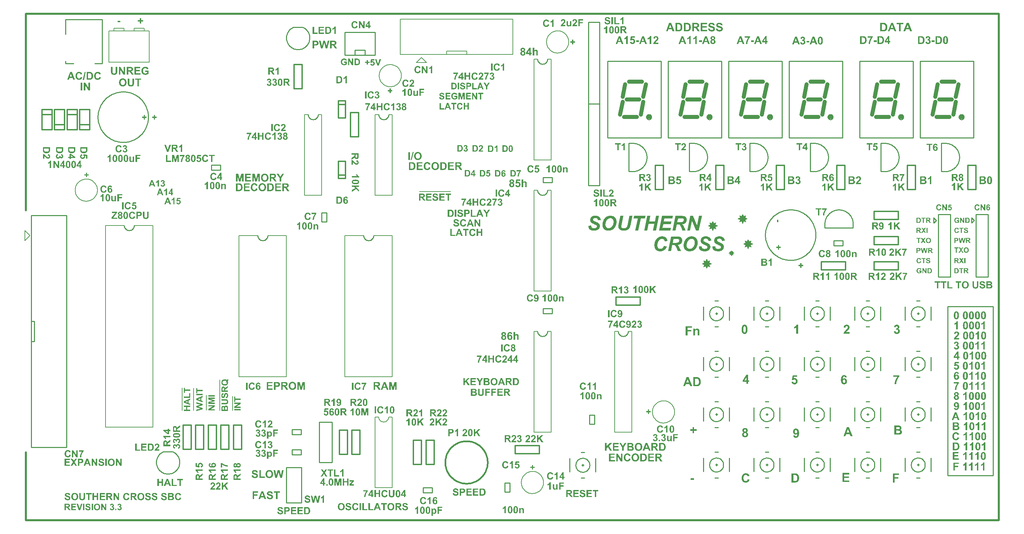
<source format=gto>
G04 Layer_Color=65535*
%FSLAX25Y25*%
%MOIN*%
G70*
G01*
G75*
%ADD12C,0.04000*%
%ADD13C,0.02000*%
%ADD47C,0.01500*%
%ADD48C,0.01000*%
%ADD49C,0.00800*%
%ADD50C,0.01200*%
%ADD51C,0.00500*%
%ADD52R,0.04000X0.04000*%
%ADD53R,0.05000X0.05000*%
%ADD54R,0.01000X0.01500*%
%ADD55R,0.01000X0.01000*%
%ADD56R,0.02000X0.01000*%
G36*
X1565180Y557000D02*
X1563710D01*
Y562550D01*
X1563700Y562540D01*
X1563670Y562520D01*
X1563630Y562480D01*
X1563570Y562430D01*
X1563490Y562370D01*
X1563400Y562290D01*
X1563290Y562220D01*
X1563170Y562130D01*
X1563040Y562040D01*
X1562890Y561950D01*
X1562730Y561860D01*
X1562570Y561770D01*
X1562200Y561590D01*
X1561810Y561440D01*
Y562780D01*
X1561820D01*
X1561840Y562790D01*
X1561870Y562800D01*
X1561910Y562820D01*
X1561960Y562840D01*
X1562030Y562870D01*
X1562180Y562940D01*
X1562360Y563030D01*
X1562570Y563160D01*
X1562800Y563310D01*
X1563050Y563490D01*
X1563060Y563500D01*
X1563080Y563510D01*
X1563110Y563540D01*
X1563160Y563580D01*
X1563220Y563630D01*
X1563280Y563700D01*
X1563420Y563840D01*
X1563580Y564030D01*
X1563730Y564240D01*
X1563870Y564470D01*
X1563930Y564600D01*
X1563980Y564730D01*
X1565180D01*
Y557000D01*
D02*
G37*
G36*
X1537160Y564720D02*
X1537250Y564710D01*
X1537360Y564690D01*
X1537480Y564670D01*
X1537610Y564640D01*
X1537740Y564610D01*
X1537880Y564560D01*
X1538030Y564500D01*
X1538170Y564440D01*
X1538320Y564350D01*
X1538460Y564260D01*
X1538590Y564150D01*
X1538720Y564030D01*
X1538730Y564020D01*
X1538740Y564000D01*
X1538770Y563970D01*
X1538810Y563930D01*
X1538850Y563880D01*
X1538890Y563810D01*
X1539000Y563660D01*
X1539100Y563470D01*
X1539180Y563250D01*
X1539250Y563010D01*
X1539260Y562880D01*
X1539270Y562750D01*
Y562740D01*
Y562710D01*
X1539260Y562650D01*
X1539250Y562580D01*
X1539240Y562500D01*
X1539210Y562400D01*
X1539180Y562290D01*
X1539130Y562170D01*
X1539070Y562040D01*
X1539000Y561910D01*
X1538910Y561770D01*
X1538800Y561640D01*
X1538670Y561500D01*
X1538530Y561370D01*
X1538360Y561250D01*
X1538160Y561130D01*
X1538170D01*
X1538190Y561120D01*
X1538220Y561110D01*
X1538270Y561100D01*
X1538330Y561080D01*
X1538390Y561060D01*
X1538540Y560990D01*
X1538710Y560910D01*
X1538880Y560800D01*
X1539050Y560660D01*
X1539210Y560490D01*
Y560480D01*
X1539230Y560470D01*
X1539250Y560440D01*
X1539270Y560400D01*
X1539340Y560300D01*
X1539410Y560160D01*
X1539480Y559980D01*
X1539550Y559780D01*
X1539590Y559550D01*
X1539610Y559300D01*
Y559290D01*
Y559260D01*
Y559200D01*
X1539600Y559130D01*
X1539590Y559040D01*
X1539570Y558940D01*
X1539550Y558830D01*
X1539520Y558700D01*
X1539480Y558570D01*
X1539430Y558430D01*
X1539370Y558290D01*
X1539300Y558140D01*
X1539210Y557990D01*
X1539110Y557850D01*
X1539000Y557710D01*
X1538870Y557570D01*
X1538860Y557560D01*
X1538840Y557540D01*
X1538790Y557500D01*
X1538740Y557460D01*
X1538660Y557410D01*
X1538580Y557350D01*
X1538480Y557280D01*
X1538360Y557220D01*
X1538230Y557150D01*
X1538090Y557080D01*
X1537940Y557020D01*
X1537780Y556970D01*
X1537600Y556930D01*
X1537420Y556890D01*
X1537220Y556870D01*
X1537020Y556860D01*
X1536920D01*
X1536850Y556870D01*
X1536760Y556880D01*
X1536650Y556890D01*
X1536540Y556910D01*
X1536410Y556930D01*
X1536140Y557000D01*
X1536000Y557050D01*
X1535850Y557110D01*
X1535710Y557180D01*
X1535560Y557260D01*
X1535420Y557350D01*
X1535290Y557450D01*
X1535280Y557460D01*
X1535260Y557480D01*
X1535230Y557510D01*
X1535180Y557560D01*
X1535130Y557620D01*
X1535070Y557690D01*
X1535000Y557780D01*
X1534940Y557870D01*
X1534870Y557980D01*
X1534800Y558100D01*
X1534730Y558230D01*
X1534670Y558370D01*
X1534610Y558520D01*
X1534570Y558670D01*
X1534530Y558840D01*
X1534500Y559020D01*
X1535930Y559200D01*
Y559190D01*
Y559180D01*
X1535940Y559150D01*
Y559110D01*
X1535970Y559010D01*
X1536000Y558890D01*
X1536040Y558750D01*
X1536110Y558610D01*
X1536190Y558480D01*
X1536290Y558360D01*
X1536300Y558350D01*
X1536340Y558320D01*
X1536410Y558270D01*
X1536490Y558220D01*
X1536600Y558170D01*
X1536720Y558120D01*
X1536870Y558090D01*
X1537020Y558080D01*
X1537040D01*
X1537100Y558090D01*
X1537180Y558100D01*
X1537280Y558120D01*
X1537400Y558160D01*
X1537530Y558220D01*
X1537660Y558310D01*
X1537780Y558420D01*
X1537790Y558440D01*
X1537830Y558480D01*
X1537880Y558560D01*
X1537940Y558670D01*
X1538000Y558800D01*
X1538050Y558960D01*
X1538090Y559150D01*
X1538100Y559360D01*
Y559370D01*
Y559390D01*
Y559410D01*
Y559450D01*
X1538080Y559550D01*
X1538060Y559680D01*
X1538030Y559820D01*
X1537970Y559970D01*
X1537900Y560120D01*
X1537800Y560250D01*
X1537790Y560260D01*
X1537750Y560300D01*
X1537680Y560350D01*
X1537600Y560420D01*
X1537490Y560480D01*
X1537370Y560530D01*
X1537230Y560570D01*
X1537070Y560580D01*
X1537020D01*
X1536960Y560570D01*
X1536880D01*
X1536780Y560550D01*
X1536670Y560530D01*
X1536540Y560500D01*
X1536400Y560460D01*
X1536560Y561660D01*
X1536660D01*
X1536770Y561670D01*
X1536900Y561680D01*
X1537050Y561710D01*
X1537200Y561760D01*
X1537340Y561820D01*
X1537470Y561910D01*
X1537480Y561920D01*
X1537520Y561960D01*
X1537570Y562020D01*
X1537630Y562110D01*
X1537690Y562210D01*
X1537740Y562340D01*
X1537780Y562490D01*
X1537790Y562650D01*
Y562670D01*
Y562710D01*
X1537780Y562790D01*
X1537760Y562870D01*
X1537730Y562970D01*
X1537690Y563080D01*
X1537630Y563180D01*
X1537550Y563270D01*
X1537540Y563280D01*
X1537510Y563310D01*
X1537460Y563350D01*
X1537390Y563390D01*
X1537300Y563430D01*
X1537200Y563470D01*
X1537080Y563500D01*
X1536940Y563510D01*
X1536880D01*
X1536810Y563500D01*
X1536720Y563480D01*
X1536610Y563440D01*
X1536510Y563400D01*
X1536400Y563330D01*
X1536290Y563240D01*
X1536280Y563230D01*
X1536250Y563190D01*
X1536200Y563130D01*
X1536150Y563050D01*
X1536090Y562940D01*
X1536040Y562810D01*
X1536000Y562660D01*
X1535970Y562480D01*
X1534610Y562710D01*
Y562720D01*
X1534620Y562740D01*
X1534630Y562780D01*
X1534640Y562830D01*
X1534650Y562890D01*
X1534670Y562950D01*
X1534720Y563110D01*
X1534770Y563290D01*
X1534850Y563480D01*
X1534930Y563660D01*
X1535030Y563830D01*
X1535040Y563850D01*
X1535080Y563900D01*
X1535150Y563980D01*
X1535240Y564070D01*
X1535350Y564180D01*
X1535490Y564290D01*
X1535650Y564390D01*
X1535830Y564490D01*
X1535840D01*
X1535850Y564500D01*
X1535880Y564510D01*
X1535920Y564530D01*
X1536030Y564570D01*
X1536170Y564610D01*
X1536340Y564650D01*
X1536530Y564690D01*
X1536750Y564720D01*
X1536980Y564730D01*
X1537090D01*
X1537160Y564720D01*
D02*
G37*
G36*
X1546380Y554720D02*
X1546470Y554710D01*
X1546580Y554690D01*
X1546700Y554660D01*
X1546830Y554630D01*
X1546970Y554590D01*
X1547110Y554540D01*
X1547260Y554470D01*
X1547400Y554390D01*
X1547540Y554300D01*
X1547680Y554190D01*
X1547820Y554070D01*
X1547940Y553930D01*
X1547950Y553920D01*
X1547970Y553890D01*
X1548010Y553830D01*
X1548060Y553750D01*
X1548110Y553640D01*
X1548180Y553510D01*
X1548250Y553360D01*
X1548320Y553180D01*
X1548390Y552980D01*
X1548450Y552750D01*
X1548520Y552490D01*
X1548570Y552200D01*
X1548620Y551890D01*
X1548660Y551550D01*
X1548680Y551190D01*
X1548690Y550790D01*
Y550780D01*
Y550770D01*
Y550740D01*
Y550690D01*
Y550640D01*
Y550580D01*
X1548680Y550430D01*
X1548670Y550250D01*
X1548650Y550050D01*
X1548630Y549820D01*
X1548600Y549580D01*
X1548560Y549320D01*
X1548500Y549060D01*
X1548440Y548800D01*
X1548370Y548540D01*
X1548280Y548290D01*
X1548180Y548050D01*
X1548060Y547830D01*
X1547930Y547640D01*
X1547920Y547630D01*
X1547900Y547610D01*
X1547870Y547570D01*
X1547820Y547520D01*
X1547750Y547460D01*
X1547680Y547390D01*
X1547580Y547320D01*
X1547480Y547250D01*
X1547360Y547180D01*
X1547230Y547110D01*
X1547090Y547040D01*
X1546930Y546980D01*
X1546770Y546930D01*
X1546590Y546890D01*
X1546390Y546870D01*
X1546190Y546860D01*
X1546140D01*
X1546080Y546870D01*
X1546000D01*
X1545910Y546890D01*
X1545800Y546910D01*
X1545680Y546930D01*
X1545540Y546970D01*
X1545400Y547010D01*
X1545260Y547070D01*
X1545110Y547140D01*
X1544950Y547220D01*
X1544800Y547320D01*
X1544660Y547440D01*
X1544510Y547570D01*
X1544380Y547720D01*
X1544370Y547730D01*
X1544350Y547760D01*
X1544320Y547810D01*
X1544270Y547890D01*
X1544220Y547990D01*
X1544170Y548110D01*
X1544100Y548260D01*
X1544040Y548430D01*
X1543980Y548630D01*
X1543920Y548850D01*
X1543860Y549100D01*
X1543810Y549380D01*
X1543760Y549690D01*
X1543730Y550030D01*
X1543710Y550400D01*
X1543700Y550800D01*
Y550810D01*
Y550830D01*
Y550850D01*
Y550900D01*
Y550950D01*
X1543710Y551010D01*
Y551160D01*
X1543720Y551340D01*
X1543740Y551540D01*
X1543760Y551770D01*
X1543790Y552010D01*
X1543830Y552260D01*
X1543880Y552520D01*
X1543940Y552790D01*
X1544020Y553040D01*
X1544100Y553290D01*
X1544200Y553530D01*
X1544320Y553750D01*
X1544450Y553940D01*
X1544460Y553950D01*
X1544480Y553970D01*
X1544510Y554010D01*
X1544560Y554060D01*
X1544630Y554120D01*
X1544710Y554190D01*
X1544800Y554260D01*
X1544900Y554340D01*
X1545020Y554410D01*
X1545150Y554480D01*
X1545290Y554550D01*
X1545450Y554610D01*
X1545610Y554660D01*
X1545790Y554700D01*
X1545990Y554720D01*
X1546190Y554730D01*
X1546300D01*
X1546380Y554720D01*
D02*
G37*
G36*
X1559210Y557000D02*
X1557740D01*
Y562550D01*
X1557730Y562540D01*
X1557700Y562520D01*
X1557660Y562480D01*
X1557600Y562430D01*
X1557520Y562370D01*
X1557430Y562290D01*
X1557320Y562220D01*
X1557200Y562130D01*
X1557070Y562040D01*
X1556920Y561950D01*
X1556760Y561860D01*
X1556600Y561770D01*
X1556230Y561590D01*
X1555840Y561440D01*
Y562780D01*
X1555850D01*
X1555870Y562790D01*
X1555900Y562800D01*
X1555940Y562820D01*
X1555990Y562840D01*
X1556060Y562870D01*
X1556210Y562940D01*
X1556390Y563030D01*
X1556600Y563160D01*
X1556830Y563310D01*
X1557080Y563490D01*
X1557090Y563500D01*
X1557110Y563510D01*
X1557140Y563540D01*
X1557190Y563580D01*
X1557250Y563630D01*
X1557310Y563700D01*
X1557450Y563840D01*
X1557610Y564030D01*
X1557760Y564240D01*
X1557900Y564470D01*
X1557960Y564600D01*
X1558010Y564730D01*
X1559210D01*
Y557000D01*
D02*
G37*
G36*
X1559340Y567000D02*
X1557870D01*
Y572550D01*
X1557860Y572540D01*
X1557830Y572520D01*
X1557790Y572480D01*
X1557730Y572430D01*
X1557650Y572370D01*
X1557560Y572290D01*
X1557450Y572220D01*
X1557330Y572130D01*
X1557200Y572040D01*
X1557050Y571950D01*
X1556890Y571860D01*
X1556730Y571770D01*
X1556360Y571590D01*
X1555970Y571440D01*
Y572780D01*
X1555980D01*
X1556000Y572790D01*
X1556030Y572800D01*
X1556070Y572820D01*
X1556120Y572840D01*
X1556190Y572870D01*
X1556340Y572940D01*
X1556520Y573030D01*
X1556730Y573160D01*
X1556960Y573310D01*
X1557210Y573490D01*
X1557220Y573500D01*
X1557240Y573510D01*
X1557270Y573540D01*
X1557320Y573580D01*
X1557380Y573630D01*
X1557440Y573700D01*
X1557580Y573840D01*
X1557740Y574030D01*
X1557890Y574240D01*
X1558030Y574470D01*
X1558090Y574600D01*
X1558140Y574730D01*
X1559340D01*
Y567000D01*
D02*
G37*
G36*
X1546180Y564720D02*
X1546270Y564710D01*
X1546380Y564690D01*
X1546500Y564660D01*
X1546630Y564630D01*
X1546770Y564590D01*
X1546910Y564540D01*
X1547060Y564470D01*
X1547200Y564390D01*
X1547340Y564300D01*
X1547480Y564190D01*
X1547620Y564070D01*
X1547740Y563930D01*
X1547750Y563920D01*
X1547770Y563890D01*
X1547810Y563830D01*
X1547860Y563750D01*
X1547910Y563640D01*
X1547980Y563510D01*
X1548050Y563360D01*
X1548120Y563180D01*
X1548190Y562980D01*
X1548250Y562750D01*
X1548320Y562490D01*
X1548370Y562200D01*
X1548420Y561890D01*
X1548460Y561550D01*
X1548480Y561190D01*
X1548490Y560790D01*
Y560780D01*
Y560770D01*
Y560740D01*
Y560690D01*
Y560640D01*
Y560580D01*
X1548480Y560430D01*
X1548470Y560250D01*
X1548450Y560050D01*
X1548430Y559820D01*
X1548400Y559580D01*
X1548360Y559320D01*
X1548300Y559060D01*
X1548240Y558800D01*
X1548170Y558540D01*
X1548080Y558290D01*
X1547980Y558050D01*
X1547860Y557830D01*
X1547730Y557640D01*
X1547720Y557630D01*
X1547700Y557610D01*
X1547670Y557570D01*
X1547620Y557520D01*
X1547550Y557460D01*
X1547480Y557390D01*
X1547380Y557320D01*
X1547280Y557250D01*
X1547160Y557180D01*
X1547030Y557110D01*
X1546890Y557040D01*
X1546730Y556980D01*
X1546570Y556930D01*
X1546390Y556890D01*
X1546190Y556870D01*
X1545990Y556860D01*
X1545940D01*
X1545880Y556870D01*
X1545800D01*
X1545710Y556890D01*
X1545600Y556910D01*
X1545480Y556930D01*
X1545340Y556970D01*
X1545200Y557010D01*
X1545060Y557070D01*
X1544910Y557140D01*
X1544750Y557220D01*
X1544600Y557320D01*
X1544460Y557440D01*
X1544310Y557570D01*
X1544180Y557720D01*
X1544170Y557730D01*
X1544150Y557760D01*
X1544120Y557810D01*
X1544070Y557890D01*
X1544020Y557990D01*
X1543970Y558110D01*
X1543900Y558260D01*
X1543840Y558430D01*
X1543780Y558630D01*
X1543720Y558850D01*
X1543660Y559100D01*
X1543610Y559380D01*
X1543560Y559690D01*
X1543530Y560030D01*
X1543510Y560400D01*
X1543500Y560800D01*
Y560810D01*
Y560830D01*
Y560850D01*
Y560900D01*
Y560950D01*
X1543510Y561010D01*
Y561160D01*
X1543520Y561340D01*
X1543540Y561540D01*
X1543560Y561770D01*
X1543590Y562010D01*
X1543630Y562260D01*
X1543680Y562520D01*
X1543740Y562790D01*
X1543820Y563040D01*
X1543900Y563290D01*
X1544000Y563530D01*
X1544120Y563750D01*
X1544250Y563940D01*
X1544260Y563950D01*
X1544280Y563970D01*
X1544310Y564010D01*
X1544360Y564060D01*
X1544430Y564120D01*
X1544510Y564190D01*
X1544600Y564260D01*
X1544700Y564340D01*
X1544820Y564410D01*
X1544950Y564480D01*
X1545090Y564550D01*
X1545250Y564610D01*
X1545410Y564660D01*
X1545590Y564700D01*
X1545790Y564720D01*
X1545990Y564730D01*
X1546100D01*
X1546180Y564720D01*
D02*
G37*
G36*
X1552150D02*
X1552240Y564710D01*
X1552350Y564690D01*
X1552470Y564660D01*
X1552600Y564630D01*
X1552740Y564590D01*
X1552880Y564540D01*
X1553030Y564470D01*
X1553170Y564390D01*
X1553310Y564300D01*
X1553450Y564190D01*
X1553590Y564070D01*
X1553710Y563930D01*
X1553720Y563920D01*
X1553740Y563890D01*
X1553780Y563830D01*
X1553830Y563750D01*
X1553880Y563640D01*
X1553950Y563510D01*
X1554020Y563360D01*
X1554090Y563180D01*
X1554160Y562980D01*
X1554220Y562750D01*
X1554290Y562490D01*
X1554340Y562200D01*
X1554390Y561890D01*
X1554430Y561550D01*
X1554450Y561190D01*
X1554460Y560790D01*
Y560780D01*
Y560770D01*
Y560740D01*
Y560690D01*
Y560640D01*
Y560580D01*
X1554450Y560430D01*
X1554440Y560250D01*
X1554420Y560050D01*
X1554400Y559820D01*
X1554370Y559580D01*
X1554330Y559320D01*
X1554270Y559060D01*
X1554210Y558800D01*
X1554140Y558540D01*
X1554050Y558290D01*
X1553950Y558050D01*
X1553830Y557830D01*
X1553700Y557640D01*
X1553690Y557630D01*
X1553670Y557610D01*
X1553640Y557570D01*
X1553590Y557520D01*
X1553520Y557460D01*
X1553450Y557390D01*
X1553350Y557320D01*
X1553250Y557250D01*
X1553130Y557180D01*
X1553000Y557110D01*
X1552860Y557040D01*
X1552700Y556980D01*
X1552540Y556930D01*
X1552360Y556890D01*
X1552160Y556870D01*
X1551960Y556860D01*
X1551910D01*
X1551850Y556870D01*
X1551770D01*
X1551680Y556890D01*
X1551570Y556910D01*
X1551450Y556930D01*
X1551310Y556970D01*
X1551170Y557010D01*
X1551030Y557070D01*
X1550880Y557140D01*
X1550720Y557220D01*
X1550570Y557320D01*
X1550430Y557440D01*
X1550280Y557570D01*
X1550150Y557720D01*
X1550140Y557730D01*
X1550120Y557760D01*
X1550090Y557810D01*
X1550040Y557890D01*
X1549990Y557990D01*
X1549940Y558110D01*
X1549870Y558260D01*
X1549810Y558430D01*
X1549750Y558630D01*
X1549690Y558850D01*
X1549630Y559100D01*
X1549580Y559380D01*
X1549530Y559690D01*
X1549500Y560030D01*
X1549480Y560400D01*
X1549470Y560800D01*
Y560810D01*
Y560830D01*
Y560850D01*
Y560900D01*
Y560950D01*
X1549480Y561010D01*
Y561160D01*
X1549490Y561340D01*
X1549510Y561540D01*
X1549530Y561770D01*
X1549560Y562010D01*
X1549600Y562260D01*
X1549650Y562520D01*
X1549710Y562790D01*
X1549790Y563040D01*
X1549870Y563290D01*
X1549970Y563530D01*
X1550090Y563750D01*
X1550220Y563940D01*
X1550230Y563950D01*
X1550250Y563970D01*
X1550280Y564010D01*
X1550330Y564060D01*
X1550400Y564120D01*
X1550480Y564190D01*
X1550570Y564260D01*
X1550670Y564340D01*
X1550790Y564410D01*
X1550920Y564480D01*
X1551060Y564550D01*
X1551220Y564610D01*
X1551380Y564660D01*
X1551560Y564700D01*
X1551760Y564720D01*
X1551960Y564730D01*
X1552070D01*
X1552150Y564720D01*
D02*
G37*
G36*
X1558320Y554720D02*
X1558410Y554710D01*
X1558520Y554690D01*
X1558640Y554660D01*
X1558770Y554630D01*
X1558910Y554590D01*
X1559050Y554540D01*
X1559200Y554470D01*
X1559340Y554390D01*
X1559480Y554300D01*
X1559620Y554190D01*
X1559760Y554070D01*
X1559880Y553930D01*
X1559890Y553920D01*
X1559910Y553890D01*
X1559950Y553830D01*
X1560000Y553750D01*
X1560050Y553640D01*
X1560120Y553510D01*
X1560190Y553360D01*
X1560260Y553180D01*
X1560330Y552980D01*
X1560390Y552750D01*
X1560460Y552490D01*
X1560510Y552200D01*
X1560560Y551890D01*
X1560600Y551550D01*
X1560620Y551190D01*
X1560630Y550790D01*
Y550780D01*
Y550770D01*
Y550740D01*
Y550690D01*
Y550640D01*
Y550580D01*
X1560620Y550430D01*
X1560610Y550250D01*
X1560590Y550050D01*
X1560570Y549820D01*
X1560540Y549580D01*
X1560500Y549320D01*
X1560440Y549060D01*
X1560380Y548800D01*
X1560310Y548540D01*
X1560220Y548290D01*
X1560120Y548050D01*
X1560000Y547830D01*
X1559870Y547640D01*
X1559860Y547630D01*
X1559840Y547610D01*
X1559810Y547570D01*
X1559760Y547520D01*
X1559690Y547460D01*
X1559620Y547390D01*
X1559520Y547320D01*
X1559420Y547250D01*
X1559300Y547180D01*
X1559170Y547110D01*
X1559030Y547040D01*
X1558870Y546980D01*
X1558710Y546930D01*
X1558530Y546890D01*
X1558330Y546870D01*
X1558130Y546860D01*
X1558080D01*
X1558020Y546870D01*
X1557940D01*
X1557850Y546890D01*
X1557740Y546910D01*
X1557620Y546930D01*
X1557480Y546970D01*
X1557340Y547010D01*
X1557200Y547070D01*
X1557050Y547140D01*
X1556890Y547220D01*
X1556740Y547320D01*
X1556600Y547440D01*
X1556450Y547570D01*
X1556320Y547720D01*
X1556310Y547730D01*
X1556290Y547760D01*
X1556260Y547810D01*
X1556210Y547890D01*
X1556160Y547990D01*
X1556110Y548110D01*
X1556040Y548260D01*
X1555980Y548430D01*
X1555920Y548630D01*
X1555860Y548850D01*
X1555800Y549100D01*
X1555750Y549380D01*
X1555700Y549690D01*
X1555670Y550030D01*
X1555650Y550400D01*
X1555640Y550800D01*
Y550810D01*
Y550830D01*
Y550850D01*
Y550900D01*
Y550950D01*
X1555650Y551010D01*
Y551160D01*
X1555660Y551340D01*
X1555680Y551540D01*
X1555700Y551770D01*
X1555730Y552010D01*
X1555770Y552260D01*
X1555820Y552520D01*
X1555880Y552790D01*
X1555960Y553040D01*
X1556040Y553290D01*
X1556140Y553530D01*
X1556260Y553750D01*
X1556390Y553940D01*
X1556400Y553950D01*
X1556420Y553970D01*
X1556450Y554010D01*
X1556500Y554060D01*
X1556570Y554120D01*
X1556650Y554190D01*
X1556740Y554260D01*
X1556840Y554340D01*
X1556960Y554410D01*
X1557090Y554480D01*
X1557230Y554550D01*
X1557390Y554610D01*
X1557550Y554660D01*
X1557730Y554700D01*
X1557930Y554720D01*
X1558130Y554730D01*
X1558240D01*
X1558320Y554720D01*
D02*
G37*
G36*
X1558040Y544720D02*
X1558130Y544710D01*
X1558240Y544690D01*
X1558360Y544660D01*
X1558490Y544630D01*
X1558630Y544590D01*
X1558770Y544540D01*
X1558920Y544470D01*
X1559060Y544390D01*
X1559200Y544300D01*
X1559340Y544190D01*
X1559480Y544070D01*
X1559600Y543930D01*
X1559610Y543920D01*
X1559630Y543890D01*
X1559670Y543830D01*
X1559720Y543750D01*
X1559770Y543640D01*
X1559840Y543510D01*
X1559910Y543360D01*
X1559980Y543180D01*
X1560050Y542980D01*
X1560110Y542750D01*
X1560180Y542490D01*
X1560230Y542200D01*
X1560280Y541890D01*
X1560320Y541550D01*
X1560340Y541190D01*
X1560350Y540790D01*
Y540780D01*
Y540770D01*
Y540740D01*
Y540690D01*
Y540640D01*
Y540580D01*
X1560340Y540430D01*
X1560330Y540250D01*
X1560310Y540050D01*
X1560290Y539820D01*
X1560260Y539580D01*
X1560220Y539320D01*
X1560160Y539060D01*
X1560100Y538800D01*
X1560030Y538540D01*
X1559940Y538290D01*
X1559840Y538050D01*
X1559720Y537830D01*
X1559590Y537640D01*
X1559580Y537630D01*
X1559560Y537610D01*
X1559530Y537570D01*
X1559480Y537520D01*
X1559410Y537460D01*
X1559340Y537390D01*
X1559240Y537320D01*
X1559140Y537250D01*
X1559020Y537180D01*
X1558890Y537110D01*
X1558750Y537040D01*
X1558590Y536980D01*
X1558430Y536930D01*
X1558250Y536890D01*
X1558050Y536870D01*
X1557850Y536860D01*
X1557800D01*
X1557740Y536870D01*
X1557660D01*
X1557570Y536890D01*
X1557460Y536910D01*
X1557340Y536930D01*
X1557200Y536970D01*
X1557060Y537010D01*
X1556920Y537070D01*
X1556770Y537140D01*
X1556610Y537220D01*
X1556460Y537320D01*
X1556320Y537440D01*
X1556170Y537570D01*
X1556040Y537720D01*
X1556030Y537730D01*
X1556010Y537760D01*
X1555980Y537810D01*
X1555930Y537890D01*
X1555880Y537990D01*
X1555830Y538110D01*
X1555760Y538260D01*
X1555700Y538430D01*
X1555640Y538630D01*
X1555580Y538850D01*
X1555520Y539100D01*
X1555470Y539380D01*
X1555420Y539690D01*
X1555390Y540030D01*
X1555370Y540400D01*
X1555360Y540800D01*
Y540810D01*
Y540830D01*
Y540850D01*
Y540900D01*
Y540950D01*
X1555370Y541010D01*
Y541160D01*
X1555380Y541340D01*
X1555400Y541540D01*
X1555420Y541770D01*
X1555450Y542010D01*
X1555490Y542260D01*
X1555540Y542520D01*
X1555600Y542790D01*
X1555680Y543040D01*
X1555760Y543290D01*
X1555860Y543530D01*
X1555980Y543750D01*
X1556110Y543940D01*
X1556120Y543950D01*
X1556140Y543970D01*
X1556170Y544010D01*
X1556220Y544060D01*
X1556290Y544120D01*
X1556370Y544190D01*
X1556460Y544260D01*
X1556560Y544340D01*
X1556680Y544410D01*
X1556810Y544480D01*
X1556950Y544550D01*
X1557110Y544610D01*
X1557270Y544660D01*
X1557450Y544700D01*
X1557650Y544720D01*
X1557850Y544730D01*
X1557960D01*
X1558040Y544720D01*
D02*
G37*
G36*
X1553160Y537000D02*
X1551690D01*
Y542550D01*
X1551680Y542540D01*
X1551650Y542520D01*
X1551610Y542480D01*
X1551550Y542430D01*
X1551470Y542370D01*
X1551380Y542290D01*
X1551270Y542220D01*
X1551150Y542130D01*
X1551020Y542040D01*
X1550870Y541950D01*
X1550710Y541860D01*
X1550550Y541770D01*
X1550180Y541590D01*
X1549790Y541440D01*
Y542780D01*
X1549800D01*
X1549820Y542790D01*
X1549850Y542800D01*
X1549890Y542820D01*
X1549940Y542840D01*
X1550010Y542870D01*
X1550160Y542940D01*
X1550340Y543030D01*
X1550550Y543160D01*
X1550780Y543310D01*
X1551030Y543490D01*
X1551040Y543500D01*
X1551060Y543510D01*
X1551090Y543540D01*
X1551140Y543580D01*
X1551200Y543630D01*
X1551260Y543700D01*
X1551400Y543840D01*
X1551560Y544030D01*
X1551710Y544240D01*
X1551850Y544470D01*
X1551910Y544600D01*
X1551960Y544730D01*
X1553160D01*
Y537000D01*
D02*
G37*
G36*
X1565100D02*
X1563630D01*
Y542550D01*
X1563620Y542540D01*
X1563590Y542520D01*
X1563550Y542480D01*
X1563490Y542430D01*
X1563410Y542370D01*
X1563320Y542290D01*
X1563210Y542220D01*
X1563090Y542130D01*
X1562960Y542040D01*
X1562810Y541950D01*
X1562650Y541860D01*
X1562490Y541770D01*
X1562120Y541590D01*
X1561730Y541440D01*
Y542780D01*
X1561740D01*
X1561760Y542790D01*
X1561790Y542800D01*
X1561830Y542820D01*
X1561880Y542840D01*
X1561950Y542870D01*
X1562100Y542940D01*
X1562280Y543030D01*
X1562490Y543160D01*
X1562720Y543310D01*
X1562970Y543490D01*
X1562980Y543500D01*
X1563000Y543510D01*
X1563030Y543540D01*
X1563080Y543580D01*
X1563140Y543630D01*
X1563200Y543700D01*
X1563340Y543840D01*
X1563500Y544030D01*
X1563650Y544240D01*
X1563790Y544470D01*
X1563850Y544600D01*
X1563900Y544730D01*
X1565100D01*
Y537000D01*
D02*
G37*
G36*
X1546100Y544720D02*
X1546190Y544710D01*
X1546300Y544690D01*
X1546420Y544660D01*
X1546550Y544630D01*
X1546690Y544590D01*
X1546830Y544540D01*
X1546980Y544470D01*
X1547120Y544390D01*
X1547260Y544300D01*
X1547400Y544190D01*
X1547540Y544070D01*
X1547660Y543930D01*
X1547670Y543920D01*
X1547690Y543890D01*
X1547730Y543830D01*
X1547780Y543750D01*
X1547830Y543640D01*
X1547900Y543510D01*
X1547970Y543360D01*
X1548040Y543180D01*
X1548110Y542980D01*
X1548170Y542750D01*
X1548240Y542490D01*
X1548290Y542200D01*
X1548340Y541890D01*
X1548380Y541550D01*
X1548400Y541190D01*
X1548410Y540790D01*
Y540780D01*
Y540770D01*
Y540740D01*
Y540690D01*
Y540640D01*
Y540580D01*
X1548400Y540430D01*
X1548390Y540250D01*
X1548370Y540050D01*
X1548350Y539820D01*
X1548320Y539580D01*
X1548280Y539320D01*
X1548220Y539060D01*
X1548160Y538800D01*
X1548090Y538540D01*
X1548000Y538290D01*
X1547900Y538050D01*
X1547780Y537830D01*
X1547650Y537640D01*
X1547640Y537630D01*
X1547620Y537610D01*
X1547590Y537570D01*
X1547540Y537520D01*
X1547470Y537460D01*
X1547400Y537390D01*
X1547300Y537320D01*
X1547200Y537250D01*
X1547080Y537180D01*
X1546950Y537110D01*
X1546810Y537040D01*
X1546650Y536980D01*
X1546490Y536930D01*
X1546310Y536890D01*
X1546110Y536870D01*
X1545910Y536860D01*
X1545860D01*
X1545800Y536870D01*
X1545720D01*
X1545630Y536890D01*
X1545520Y536910D01*
X1545400Y536930D01*
X1545260Y536970D01*
X1545120Y537010D01*
X1544980Y537070D01*
X1544830Y537140D01*
X1544670Y537220D01*
X1544520Y537320D01*
X1544380Y537440D01*
X1544230Y537570D01*
X1544100Y537720D01*
X1544090Y537730D01*
X1544070Y537760D01*
X1544040Y537810D01*
X1543990Y537890D01*
X1543940Y537990D01*
X1543890Y538110D01*
X1543820Y538260D01*
X1543760Y538430D01*
X1543700Y538630D01*
X1543640Y538850D01*
X1543580Y539100D01*
X1543530Y539380D01*
X1543480Y539690D01*
X1543450Y540030D01*
X1543430Y540400D01*
X1543420Y540800D01*
Y540810D01*
Y540830D01*
Y540850D01*
Y540900D01*
Y540950D01*
X1543430Y541010D01*
Y541160D01*
X1543440Y541340D01*
X1543460Y541540D01*
X1543480Y541770D01*
X1543510Y542010D01*
X1543550Y542260D01*
X1543600Y542520D01*
X1543660Y542790D01*
X1543740Y543040D01*
X1543820Y543290D01*
X1543920Y543530D01*
X1544040Y543750D01*
X1544170Y543940D01*
X1544180Y543950D01*
X1544200Y543970D01*
X1544230Y544010D01*
X1544280Y544060D01*
X1544350Y544120D01*
X1544430Y544190D01*
X1544520Y544260D01*
X1544620Y544340D01*
X1544740Y544410D01*
X1544870Y544480D01*
X1545010Y544550D01*
X1545170Y544610D01*
X1545330Y544660D01*
X1545510Y544700D01*
X1545710Y544720D01*
X1545910Y544730D01*
X1546020D01*
X1546100Y544720D01*
D02*
G37*
G36*
X1564290Y554720D02*
X1564380Y554710D01*
X1564490Y554690D01*
X1564610Y554660D01*
X1564740Y554630D01*
X1564880Y554590D01*
X1565020Y554540D01*
X1565170Y554470D01*
X1565310Y554390D01*
X1565450Y554300D01*
X1565590Y554190D01*
X1565730Y554070D01*
X1565850Y553930D01*
X1565860Y553920D01*
X1565880Y553890D01*
X1565920Y553830D01*
X1565970Y553750D01*
X1566020Y553640D01*
X1566090Y553510D01*
X1566160Y553360D01*
X1566230Y553180D01*
X1566300Y552980D01*
X1566360Y552750D01*
X1566430Y552490D01*
X1566480Y552200D01*
X1566530Y551890D01*
X1566570Y551550D01*
X1566590Y551190D01*
X1566600Y550790D01*
Y550780D01*
Y550770D01*
Y550740D01*
Y550690D01*
Y550640D01*
Y550580D01*
X1566590Y550430D01*
X1566580Y550250D01*
X1566560Y550050D01*
X1566540Y549820D01*
X1566510Y549580D01*
X1566470Y549320D01*
X1566410Y549060D01*
X1566350Y548800D01*
X1566280Y548540D01*
X1566190Y548290D01*
X1566090Y548050D01*
X1565970Y547830D01*
X1565840Y547640D01*
X1565830Y547630D01*
X1565810Y547610D01*
X1565780Y547570D01*
X1565730Y547520D01*
X1565660Y547460D01*
X1565590Y547390D01*
X1565490Y547320D01*
X1565390Y547250D01*
X1565270Y547180D01*
X1565140Y547110D01*
X1565000Y547040D01*
X1564840Y546980D01*
X1564680Y546930D01*
X1564500Y546890D01*
X1564300Y546870D01*
X1564100Y546860D01*
X1564050D01*
X1563990Y546870D01*
X1563910D01*
X1563820Y546890D01*
X1563710Y546910D01*
X1563590Y546930D01*
X1563450Y546970D01*
X1563310Y547010D01*
X1563170Y547070D01*
X1563020Y547140D01*
X1562860Y547220D01*
X1562710Y547320D01*
X1562570Y547440D01*
X1562420Y547570D01*
X1562290Y547720D01*
X1562280Y547730D01*
X1562260Y547760D01*
X1562230Y547810D01*
X1562180Y547890D01*
X1562130Y547990D01*
X1562080Y548110D01*
X1562010Y548260D01*
X1561950Y548430D01*
X1561890Y548630D01*
X1561830Y548850D01*
X1561770Y549100D01*
X1561720Y549380D01*
X1561670Y549690D01*
X1561640Y550030D01*
X1561620Y550400D01*
X1561610Y550800D01*
Y550810D01*
Y550830D01*
Y550850D01*
Y550900D01*
Y550950D01*
X1561620Y551010D01*
Y551160D01*
X1561630Y551340D01*
X1561650Y551540D01*
X1561670Y551770D01*
X1561700Y552010D01*
X1561740Y552260D01*
X1561790Y552520D01*
X1561850Y552790D01*
X1561930Y553040D01*
X1562010Y553290D01*
X1562110Y553530D01*
X1562230Y553750D01*
X1562360Y553940D01*
X1562370Y553950D01*
X1562390Y553970D01*
X1562420Y554010D01*
X1562470Y554060D01*
X1562540Y554120D01*
X1562620Y554190D01*
X1562710Y554260D01*
X1562810Y554340D01*
X1562930Y554410D01*
X1563060Y554480D01*
X1563200Y554550D01*
X1563360Y554610D01*
X1563520Y554660D01*
X1563700Y554700D01*
X1563900Y554720D01*
X1564100Y554730D01*
X1564210D01*
X1564290Y554720D01*
D02*
G37*
G36*
X1539070Y549840D02*
X1540020D01*
Y548550D01*
X1539070D01*
Y547000D01*
X1537640D01*
Y548550D01*
X1534500D01*
Y549830D01*
X1537820Y554720D01*
X1539070D01*
Y549840D01*
D02*
G37*
G36*
X1553440Y547000D02*
X1551970D01*
Y552550D01*
X1551960Y552540D01*
X1551930Y552520D01*
X1551890Y552480D01*
X1551830Y552430D01*
X1551750Y552370D01*
X1551660Y552290D01*
X1551550Y552220D01*
X1551430Y552130D01*
X1551300Y552040D01*
X1551150Y551950D01*
X1550990Y551860D01*
X1550830Y551770D01*
X1550460Y551590D01*
X1550070Y551440D01*
Y552780D01*
X1550080D01*
X1550100Y552790D01*
X1550130Y552800D01*
X1550170Y552820D01*
X1550220Y552840D01*
X1550290Y552870D01*
X1550440Y552940D01*
X1550620Y553030D01*
X1550830Y553160D01*
X1551060Y553310D01*
X1551310Y553490D01*
X1551320Y553500D01*
X1551340Y553510D01*
X1551370Y553540D01*
X1551420Y553580D01*
X1551480Y553630D01*
X1551540Y553700D01*
X1551680Y553840D01*
X1551840Y554030D01*
X1551990Y554240D01*
X1552130Y554470D01*
X1552190Y554600D01*
X1552240Y554730D01*
X1553440D01*
Y547000D01*
D02*
G37*
G36*
X1537410Y574720D02*
X1537500Y574710D01*
X1537620Y574700D01*
X1537740Y574680D01*
X1537870Y574650D01*
X1538160Y574580D01*
X1538310Y574530D01*
X1538460Y574470D01*
X1538600Y574400D01*
X1538750Y574310D01*
X1538880Y574220D01*
X1539010Y574110D01*
X1539020Y574100D01*
X1539040Y574080D01*
X1539070Y574050D01*
X1539110Y574000D01*
X1539160Y573940D01*
X1539220Y573870D01*
X1539270Y573790D01*
X1539340Y573690D01*
X1539400Y573580D01*
X1539450Y573470D01*
X1539560Y573210D01*
X1539600Y573060D01*
X1539630Y572910D01*
X1539650Y572750D01*
X1539660Y572580D01*
Y572570D01*
Y572560D01*
Y572530D01*
Y572490D01*
X1539650Y572390D01*
X1539640Y572260D01*
X1539610Y572110D01*
X1539580Y571940D01*
X1539530Y571770D01*
X1539470Y571590D01*
Y571580D01*
X1539460Y571570D01*
X1539430Y571510D01*
X1539390Y571410D01*
X1539330Y571290D01*
X1539240Y571140D01*
X1539140Y570980D01*
X1539020Y570800D01*
X1538880Y570610D01*
X1538870Y570590D01*
X1538830Y570550D01*
X1538760Y570470D01*
X1538660Y570360D01*
X1538520Y570220D01*
X1538360Y570050D01*
X1538150Y569850D01*
X1538040Y569740D01*
X1537910Y569620D01*
X1537900Y569610D01*
X1537880Y569590D01*
X1537850Y569560D01*
X1537800Y569520D01*
X1537680Y569410D01*
X1537540Y569270D01*
X1537390Y569130D01*
X1537250Y568990D01*
X1537120Y568870D01*
X1537070Y568810D01*
X1537030Y568770D01*
X1537020Y568760D01*
X1537000Y568730D01*
X1536960Y568690D01*
X1536920Y568640D01*
X1536820Y568510D01*
X1536730Y568370D01*
X1539660D01*
Y567000D01*
X1534500D01*
Y567010D01*
Y567030D01*
X1534510Y567080D01*
X1534520Y567130D01*
X1534530Y567200D01*
X1534550Y567280D01*
X1534570Y567370D01*
X1534590Y567470D01*
X1534660Y567700D01*
X1534750Y567950D01*
X1534860Y568210D01*
X1535000Y568470D01*
X1535010Y568480D01*
X1535020Y568500D01*
X1535050Y568540D01*
X1535090Y568600D01*
X1535140Y568670D01*
X1535200Y568750D01*
X1535270Y568850D01*
X1535360Y568960D01*
X1535470Y569090D01*
X1535590Y569230D01*
X1535720Y569380D01*
X1535870Y569550D01*
X1536040Y569720D01*
X1536230Y569910D01*
X1536430Y570110D01*
X1536650Y570320D01*
X1536660Y570330D01*
X1536690Y570360D01*
X1536740Y570410D01*
X1536810Y570470D01*
X1536890Y570550D01*
X1536980Y570630D01*
X1537180Y570830D01*
X1537390Y571040D01*
X1537590Y571240D01*
X1537680Y571340D01*
X1537750Y571430D01*
X1537820Y571510D01*
X1537870Y571580D01*
Y571590D01*
X1537880Y571600D01*
X1537920Y571660D01*
X1537970Y571750D01*
X1538030Y571860D01*
X1538080Y572000D01*
X1538130Y572150D01*
X1538170Y572310D01*
X1538180Y572480D01*
Y572490D01*
Y572500D01*
Y572560D01*
X1538170Y572650D01*
X1538150Y572760D01*
X1538110Y572880D01*
X1538070Y573010D01*
X1538000Y573130D01*
X1537910Y573240D01*
X1537900Y573250D01*
X1537860Y573280D01*
X1537800Y573330D01*
X1537720Y573380D01*
X1537620Y573420D01*
X1537490Y573470D01*
X1537350Y573500D01*
X1537180Y573510D01*
X1537100D01*
X1537020Y573500D01*
X1536920Y573480D01*
X1536800Y573440D01*
X1536680Y573390D01*
X1536560Y573320D01*
X1536450Y573230D01*
X1536440Y573220D01*
X1536410Y573180D01*
X1536360Y573110D01*
X1536310Y573010D01*
X1536260Y572880D01*
X1536210Y572720D01*
X1536170Y572530D01*
X1536140Y572310D01*
X1534670Y572450D01*
Y572460D01*
X1534680Y572500D01*
X1534690Y572570D01*
X1534700Y572650D01*
X1534720Y572750D01*
X1534750Y572860D01*
X1534780Y572990D01*
X1534820Y573130D01*
X1534930Y573410D01*
X1534990Y573560D01*
X1535070Y573700D01*
X1535160Y573840D01*
X1535260Y573970D01*
X1535370Y574090D01*
X1535490Y574200D01*
X1535500Y574210D01*
X1535520Y574220D01*
X1535560Y574250D01*
X1535610Y574280D01*
X1535680Y574320D01*
X1535760Y574370D01*
X1535860Y574420D01*
X1535970Y574470D01*
X1536080Y574510D01*
X1536220Y574560D01*
X1536360Y574610D01*
X1536510Y574650D01*
X1536670Y574680D01*
X1536850Y574710D01*
X1537030Y574720D01*
X1537220Y574730D01*
X1537330D01*
X1537410Y574720D01*
D02*
G37*
G36*
X1552100Y594720D02*
X1552190Y594710D01*
X1552300Y594690D01*
X1552420Y594660D01*
X1552550Y594630D01*
X1552690Y594590D01*
X1552830Y594540D01*
X1552980Y594470D01*
X1553120Y594390D01*
X1553260Y594300D01*
X1553400Y594190D01*
X1553540Y594070D01*
X1553660Y593930D01*
X1553670Y593920D01*
X1553690Y593890D01*
X1553730Y593830D01*
X1553780Y593750D01*
X1553830Y593640D01*
X1553900Y593510D01*
X1553970Y593360D01*
X1554040Y593180D01*
X1554110Y592980D01*
X1554170Y592750D01*
X1554240Y592490D01*
X1554290Y592200D01*
X1554340Y591890D01*
X1554380Y591550D01*
X1554400Y591190D01*
X1554410Y590790D01*
Y590780D01*
Y590770D01*
Y590740D01*
Y590690D01*
Y590640D01*
Y590580D01*
X1554400Y590430D01*
X1554390Y590250D01*
X1554370Y590050D01*
X1554350Y589820D01*
X1554320Y589580D01*
X1554280Y589320D01*
X1554220Y589060D01*
X1554160Y588800D01*
X1554090Y588540D01*
X1554000Y588290D01*
X1553900Y588050D01*
X1553780Y587830D01*
X1553650Y587640D01*
X1553640Y587630D01*
X1553620Y587610D01*
X1553590Y587570D01*
X1553540Y587520D01*
X1553470Y587460D01*
X1553400Y587390D01*
X1553300Y587320D01*
X1553200Y587250D01*
X1553080Y587180D01*
X1552950Y587110D01*
X1552810Y587040D01*
X1552650Y586980D01*
X1552490Y586930D01*
X1552310Y586890D01*
X1552110Y586870D01*
X1551910Y586860D01*
X1551860D01*
X1551800Y586870D01*
X1551720D01*
X1551630Y586890D01*
X1551520Y586910D01*
X1551400Y586930D01*
X1551260Y586970D01*
X1551120Y587010D01*
X1550980Y587070D01*
X1550830Y587140D01*
X1550670Y587220D01*
X1550520Y587320D01*
X1550380Y587440D01*
X1550230Y587570D01*
X1550100Y587720D01*
X1550090Y587730D01*
X1550070Y587760D01*
X1550040Y587810D01*
X1549990Y587890D01*
X1549940Y587990D01*
X1549890Y588110D01*
X1549820Y588260D01*
X1549760Y588430D01*
X1549700Y588630D01*
X1549640Y588850D01*
X1549580Y589100D01*
X1549530Y589380D01*
X1549480Y589690D01*
X1549450Y590030D01*
X1549430Y590400D01*
X1549420Y590800D01*
Y590810D01*
Y590830D01*
Y590850D01*
Y590900D01*
Y590950D01*
X1549430Y591010D01*
Y591160D01*
X1549440Y591340D01*
X1549460Y591540D01*
X1549480Y591770D01*
X1549510Y592010D01*
X1549550Y592260D01*
X1549600Y592520D01*
X1549660Y592790D01*
X1549740Y593040D01*
X1549820Y593290D01*
X1549920Y593530D01*
X1550040Y593750D01*
X1550170Y593940D01*
X1550180Y593950D01*
X1550200Y593970D01*
X1550230Y594010D01*
X1550280Y594060D01*
X1550350Y594120D01*
X1550430Y594190D01*
X1550520Y594260D01*
X1550620Y594340D01*
X1550740Y594410D01*
X1550870Y594480D01*
X1551010Y594550D01*
X1551170Y594610D01*
X1551330Y594660D01*
X1551510Y594700D01*
X1551710Y594720D01*
X1551910Y594730D01*
X1552020D01*
X1552100Y594720D01*
D02*
G37*
G36*
X1558070D02*
X1558160Y594710D01*
X1558270Y594690D01*
X1558390Y594660D01*
X1558520Y594630D01*
X1558660Y594590D01*
X1558800Y594540D01*
X1558950Y594470D01*
X1559090Y594390D01*
X1559230Y594300D01*
X1559370Y594190D01*
X1559510Y594070D01*
X1559630Y593930D01*
X1559640Y593920D01*
X1559660Y593890D01*
X1559700Y593830D01*
X1559750Y593750D01*
X1559800Y593640D01*
X1559870Y593510D01*
X1559940Y593360D01*
X1560010Y593180D01*
X1560080Y592980D01*
X1560140Y592750D01*
X1560210Y592490D01*
X1560260Y592200D01*
X1560310Y591890D01*
X1560350Y591550D01*
X1560370Y591190D01*
X1560380Y590790D01*
Y590780D01*
Y590770D01*
Y590740D01*
Y590690D01*
Y590640D01*
Y590580D01*
X1560370Y590430D01*
X1560360Y590250D01*
X1560340Y590050D01*
X1560320Y589820D01*
X1560290Y589580D01*
X1560250Y589320D01*
X1560190Y589060D01*
X1560130Y588800D01*
X1560060Y588540D01*
X1559970Y588290D01*
X1559870Y588050D01*
X1559750Y587830D01*
X1559620Y587640D01*
X1559610Y587630D01*
X1559590Y587610D01*
X1559560Y587570D01*
X1559510Y587520D01*
X1559440Y587460D01*
X1559370Y587390D01*
X1559270Y587320D01*
X1559170Y587250D01*
X1559050Y587180D01*
X1558920Y587110D01*
X1558780Y587040D01*
X1558620Y586980D01*
X1558460Y586930D01*
X1558280Y586890D01*
X1558080Y586870D01*
X1557880Y586860D01*
X1557830D01*
X1557770Y586870D01*
X1557690D01*
X1557600Y586890D01*
X1557490Y586910D01*
X1557370Y586930D01*
X1557230Y586970D01*
X1557090Y587010D01*
X1556950Y587070D01*
X1556800Y587140D01*
X1556640Y587220D01*
X1556490Y587320D01*
X1556350Y587440D01*
X1556200Y587570D01*
X1556070Y587720D01*
X1556060Y587730D01*
X1556040Y587760D01*
X1556010Y587810D01*
X1555960Y587890D01*
X1555910Y587990D01*
X1555860Y588110D01*
X1555790Y588260D01*
X1555730Y588430D01*
X1555670Y588630D01*
X1555610Y588850D01*
X1555550Y589100D01*
X1555500Y589380D01*
X1555450Y589690D01*
X1555420Y590030D01*
X1555400Y590400D01*
X1555390Y590800D01*
Y590810D01*
Y590830D01*
Y590850D01*
Y590900D01*
Y590950D01*
X1555400Y591010D01*
Y591160D01*
X1555410Y591340D01*
X1555430Y591540D01*
X1555450Y591770D01*
X1555480Y592010D01*
X1555520Y592260D01*
X1555570Y592520D01*
X1555630Y592790D01*
X1555710Y593040D01*
X1555790Y593290D01*
X1555890Y593530D01*
X1556010Y593750D01*
X1556140Y593940D01*
X1556150Y593950D01*
X1556170Y593970D01*
X1556200Y594010D01*
X1556250Y594060D01*
X1556320Y594120D01*
X1556400Y594190D01*
X1556490Y594260D01*
X1556590Y594340D01*
X1556710Y594410D01*
X1556840Y594480D01*
X1556980Y594550D01*
X1557140Y594610D01*
X1557300Y594660D01*
X1557480Y594700D01*
X1557680Y594720D01*
X1557880Y594730D01*
X1557990D01*
X1558070Y594720D01*
D02*
G37*
G36*
X1564040D02*
X1564130Y594710D01*
X1564240Y594690D01*
X1564360Y594660D01*
X1564490Y594630D01*
X1564630Y594590D01*
X1564770Y594540D01*
X1564920Y594470D01*
X1565060Y594390D01*
X1565200Y594300D01*
X1565340Y594190D01*
X1565480Y594070D01*
X1565600Y593930D01*
X1565610Y593920D01*
X1565630Y593890D01*
X1565670Y593830D01*
X1565720Y593750D01*
X1565770Y593640D01*
X1565840Y593510D01*
X1565910Y593360D01*
X1565980Y593180D01*
X1566050Y592980D01*
X1566110Y592750D01*
X1566180Y592490D01*
X1566230Y592200D01*
X1566280Y591890D01*
X1566320Y591550D01*
X1566340Y591190D01*
X1566350Y590790D01*
Y590780D01*
Y590770D01*
Y590740D01*
Y590690D01*
Y590640D01*
Y590580D01*
X1566340Y590430D01*
X1566330Y590250D01*
X1566310Y590050D01*
X1566290Y589820D01*
X1566260Y589580D01*
X1566220Y589320D01*
X1566160Y589060D01*
X1566100Y588800D01*
X1566030Y588540D01*
X1565940Y588290D01*
X1565840Y588050D01*
X1565720Y587830D01*
X1565590Y587640D01*
X1565580Y587630D01*
X1565560Y587610D01*
X1565530Y587570D01*
X1565480Y587520D01*
X1565410Y587460D01*
X1565340Y587390D01*
X1565240Y587320D01*
X1565140Y587250D01*
X1565020Y587180D01*
X1564890Y587110D01*
X1564750Y587040D01*
X1564590Y586980D01*
X1564430Y586930D01*
X1564250Y586890D01*
X1564050Y586870D01*
X1563850Y586860D01*
X1563800D01*
X1563740Y586870D01*
X1563660D01*
X1563570Y586890D01*
X1563460Y586910D01*
X1563340Y586930D01*
X1563200Y586970D01*
X1563060Y587010D01*
X1562920Y587070D01*
X1562770Y587140D01*
X1562610Y587220D01*
X1562460Y587320D01*
X1562320Y587440D01*
X1562170Y587570D01*
X1562040Y587720D01*
X1562030Y587730D01*
X1562010Y587760D01*
X1561980Y587810D01*
X1561930Y587890D01*
X1561880Y587990D01*
X1561830Y588110D01*
X1561760Y588260D01*
X1561700Y588430D01*
X1561640Y588630D01*
X1561580Y588850D01*
X1561520Y589100D01*
X1561470Y589380D01*
X1561420Y589690D01*
X1561390Y590030D01*
X1561370Y590400D01*
X1561360Y590800D01*
Y590810D01*
Y590830D01*
Y590850D01*
Y590900D01*
Y590950D01*
X1561370Y591010D01*
Y591160D01*
X1561380Y591340D01*
X1561400Y591540D01*
X1561420Y591770D01*
X1561450Y592010D01*
X1561490Y592260D01*
X1561540Y592520D01*
X1561600Y592790D01*
X1561680Y593040D01*
X1561760Y593290D01*
X1561860Y593530D01*
X1561980Y593750D01*
X1562110Y593940D01*
X1562120Y593950D01*
X1562140Y593970D01*
X1562170Y594010D01*
X1562220Y594060D01*
X1562290Y594120D01*
X1562370Y594190D01*
X1562460Y594260D01*
X1562560Y594340D01*
X1562680Y594410D01*
X1562810Y594480D01*
X1562950Y594550D01*
X1563110Y594610D01*
X1563270Y594660D01*
X1563450Y594700D01*
X1563650Y594720D01*
X1563850Y594730D01*
X1563960D01*
X1564040Y594720D01*
D02*
G37*
G36*
X1546130D02*
X1546220Y594710D01*
X1546330Y594690D01*
X1546450Y594660D01*
X1546580Y594630D01*
X1546720Y594590D01*
X1546860Y594540D01*
X1547010Y594470D01*
X1547150Y594390D01*
X1547290Y594300D01*
X1547430Y594190D01*
X1547570Y594070D01*
X1547690Y593930D01*
X1547700Y593920D01*
X1547720Y593890D01*
X1547760Y593830D01*
X1547810Y593750D01*
X1547860Y593640D01*
X1547930Y593510D01*
X1548000Y593360D01*
X1548070Y593180D01*
X1548140Y592980D01*
X1548200Y592750D01*
X1548270Y592490D01*
X1548320Y592200D01*
X1548370Y591890D01*
X1548410Y591550D01*
X1548430Y591190D01*
X1548440Y590790D01*
Y590780D01*
Y590770D01*
Y590740D01*
Y590690D01*
Y590640D01*
Y590580D01*
X1548430Y590430D01*
X1548420Y590250D01*
X1548400Y590050D01*
X1548380Y589820D01*
X1548350Y589580D01*
X1548310Y589320D01*
X1548250Y589060D01*
X1548190Y588800D01*
X1548120Y588540D01*
X1548030Y588290D01*
X1547930Y588050D01*
X1547810Y587830D01*
X1547680Y587640D01*
X1547670Y587630D01*
X1547650Y587610D01*
X1547620Y587570D01*
X1547570Y587520D01*
X1547500Y587460D01*
X1547430Y587390D01*
X1547330Y587320D01*
X1547230Y587250D01*
X1547110Y587180D01*
X1546980Y587110D01*
X1546840Y587040D01*
X1546680Y586980D01*
X1546520Y586930D01*
X1546340Y586890D01*
X1546140Y586870D01*
X1545940Y586860D01*
X1545890D01*
X1545830Y586870D01*
X1545750D01*
X1545660Y586890D01*
X1545550Y586910D01*
X1545430Y586930D01*
X1545290Y586970D01*
X1545150Y587010D01*
X1545010Y587070D01*
X1544860Y587140D01*
X1544700Y587220D01*
X1544550Y587320D01*
X1544410Y587440D01*
X1544260Y587570D01*
X1544130Y587720D01*
X1544120Y587730D01*
X1544100Y587760D01*
X1544070Y587810D01*
X1544020Y587890D01*
X1543970Y587990D01*
X1543920Y588110D01*
X1543850Y588260D01*
X1543790Y588430D01*
X1543730Y588630D01*
X1543670Y588850D01*
X1543610Y589100D01*
X1543560Y589380D01*
X1543510Y589690D01*
X1543480Y590030D01*
X1543460Y590400D01*
X1543450Y590800D01*
Y590810D01*
Y590830D01*
Y590850D01*
Y590900D01*
Y590950D01*
X1543460Y591010D01*
Y591160D01*
X1543470Y591340D01*
X1543490Y591540D01*
X1543510Y591770D01*
X1543540Y592010D01*
X1543580Y592260D01*
X1543630Y592520D01*
X1543690Y592790D01*
X1543770Y593040D01*
X1543850Y593290D01*
X1543950Y593530D01*
X1544070Y593750D01*
X1544200Y593940D01*
X1544210Y593950D01*
X1544230Y593970D01*
X1544260Y594010D01*
X1544310Y594060D01*
X1544380Y594120D01*
X1544460Y594190D01*
X1544550Y594260D01*
X1544650Y594340D01*
X1544770Y594410D01*
X1544900Y594480D01*
X1545040Y594550D01*
X1545200Y594610D01*
X1545360Y594660D01*
X1545540Y594700D01*
X1545740Y594720D01*
X1545940Y594730D01*
X1546050D01*
X1546130Y594720D01*
D02*
G37*
G36*
X1091554Y518035D02*
X1091664D01*
X1091783Y518026D01*
X1091911Y518017D01*
X1092177Y517998D01*
X1092451Y517962D01*
X1092580Y517943D01*
X1092708Y517916D01*
X1092818Y517888D01*
X1092919Y517852D01*
X1092928D01*
X1092946Y517842D01*
X1092964Y517833D01*
X1093001Y517815D01*
X1093102Y517769D01*
X1093212Y517696D01*
X1093349Y517604D01*
X1093486Y517485D01*
X1093615Y517339D01*
X1093743Y517174D01*
Y517165D01*
X1093752Y517156D01*
X1093771Y517128D01*
X1093789Y517091D01*
X1093816Y517046D01*
X1093844Y516991D01*
X1093899Y516853D01*
X1093954Y516688D01*
X1094009Y516505D01*
X1094045Y516294D01*
X1094054Y516066D01*
Y516056D01*
Y516029D01*
Y515992D01*
X1094045Y515937D01*
X1094036Y515864D01*
X1094027Y515791D01*
X1094018Y515699D01*
X1093999Y515608D01*
X1093944Y515397D01*
X1093862Y515177D01*
X1093807Y515067D01*
X1093743Y514957D01*
X1093670Y514856D01*
X1093587Y514756D01*
X1093578Y514746D01*
X1093569Y514737D01*
X1093542Y514710D01*
X1093496Y514673D01*
X1093450Y514637D01*
X1093395Y514591D01*
X1093322Y514536D01*
X1093239Y514481D01*
X1093148Y514426D01*
X1093038Y514371D01*
X1092928Y514316D01*
X1092799Y514261D01*
X1092662Y514215D01*
X1092516Y514169D01*
X1092360Y514133D01*
X1092186Y514105D01*
X1092195D01*
X1092204Y514096D01*
X1092268Y514059D01*
X1092351Y514005D01*
X1092461Y513931D01*
X1092580Y513840D01*
X1092708Y513739D01*
X1092827Y513629D01*
X1092946Y513510D01*
X1092964Y513491D01*
X1093001Y513446D01*
X1093065Y513363D01*
X1093111Y513308D01*
X1093166Y513244D01*
X1093221Y513171D01*
X1093276Y513089D01*
X1093349Y512997D01*
X1093422Y512896D01*
X1093496Y512786D01*
X1093578Y512658D01*
X1093670Y512521D01*
X1093761Y512374D01*
X1094622Y511000D01*
X1092919D01*
X1091893Y512530D01*
X1091883Y512539D01*
X1091865Y512566D01*
X1091838Y512603D01*
X1091801Y512658D01*
X1091755Y512731D01*
X1091710Y512805D01*
X1091590Y512969D01*
X1091471Y513143D01*
X1091343Y513317D01*
X1091288Y513391D01*
X1091233Y513464D01*
X1091187Y513519D01*
X1091142Y513565D01*
X1091132Y513574D01*
X1091105Y513601D01*
X1091068Y513638D01*
X1091013Y513684D01*
X1090949Y513730D01*
X1090876Y513775D01*
X1090794Y513821D01*
X1090711Y513858D01*
X1090702D01*
X1090665Y513867D01*
X1090619Y513885D01*
X1090537Y513904D01*
X1090436Y513913D01*
X1090317Y513931D01*
X1090171Y513940D01*
X1089713D01*
Y511000D01*
X1088293D01*
Y518044D01*
X1091462D01*
X1091554Y518035D01*
D02*
G37*
G36*
X1068214Y514334D02*
Y514316D01*
Y514279D01*
Y514215D01*
Y514133D01*
Y514023D01*
X1068205Y513904D01*
Y513775D01*
X1068196Y513638D01*
X1068187Y513345D01*
X1068168Y513043D01*
X1068150Y512905D01*
X1068132Y512768D01*
X1068113Y512649D01*
X1068095Y512539D01*
Y512530D01*
X1068086Y512521D01*
Y512493D01*
X1068067Y512456D01*
X1068040Y512356D01*
X1067994Y512237D01*
X1067939Y512090D01*
X1067866Y511943D01*
X1067774Y511797D01*
X1067665Y511650D01*
X1067655Y511632D01*
X1067610Y511595D01*
X1067545Y511522D01*
X1067445Y511449D01*
X1067335Y511357D01*
X1067188Y511257D01*
X1067023Y511165D01*
X1066840Y511082D01*
X1066831D01*
X1066813Y511073D01*
X1066785Y511064D01*
X1066749Y511046D01*
X1066693Y511037D01*
X1066629Y511018D01*
X1066556Y511000D01*
X1066474Y510982D01*
X1066382Y510954D01*
X1066281Y510936D01*
X1066052Y510908D01*
X1065787Y510881D01*
X1065484Y510872D01*
X1065320D01*
X1065237Y510881D01*
X1065136D01*
X1065026Y510890D01*
X1064907Y510899D01*
X1064660Y510927D01*
X1064404Y510972D01*
X1064165Y511027D01*
X1064046Y511064D01*
X1063945Y511101D01*
X1063936D01*
X1063927Y511110D01*
X1063900Y511128D01*
X1063863Y511147D01*
X1063762Y511192D01*
X1063643Y511266D01*
X1063515Y511348D01*
X1063378Y511449D01*
X1063240Y511568D01*
X1063121Y511705D01*
X1063112Y511724D01*
X1063075Y511769D01*
X1063020Y511843D01*
X1062956Y511943D01*
X1062892Y512063D01*
X1062828Y512191D01*
X1062773Y512337D01*
X1062727Y512484D01*
Y512493D01*
X1062718Y512511D01*
Y512548D01*
X1062709Y512603D01*
X1062700Y512667D01*
X1062681Y512740D01*
X1062672Y512832D01*
X1062663Y512942D01*
X1062645Y513061D01*
X1062636Y513189D01*
X1062626Y513336D01*
X1062608Y513501D01*
X1062599Y513675D01*
Y513867D01*
X1062590Y514069D01*
Y514279D01*
Y518044D01*
X1064010D01*
Y514224D01*
Y514215D01*
Y514188D01*
Y514142D01*
Y514078D01*
Y514005D01*
Y513922D01*
X1064019Y513730D01*
Y513537D01*
X1064028Y513336D01*
X1064037Y513253D01*
Y513171D01*
X1064046Y513098D01*
X1064055Y513043D01*
Y513033D01*
X1064065Y513024D01*
X1064074Y512969D01*
X1064101Y512896D01*
X1064147Y512795D01*
X1064202Y512685D01*
X1064284Y512566D01*
X1064376Y512456D01*
X1064495Y512347D01*
X1064513Y512337D01*
X1064559Y512310D01*
X1064633Y512264D01*
X1064742Y512218D01*
X1064880Y512173D01*
X1065045Y512127D01*
X1065228Y512099D01*
X1065439Y512090D01*
X1065539D01*
X1065649Y512099D01*
X1065777Y512117D01*
X1065924Y512154D01*
X1066080Y512191D01*
X1066226Y512255D01*
X1066355Y512337D01*
X1066373Y512347D01*
X1066400Y512383D01*
X1066455Y512438D01*
X1066520Y512502D01*
X1066584Y512594D01*
X1066648Y512695D01*
X1066693Y512814D01*
X1066730Y512942D01*
Y512960D01*
X1066739Y513015D01*
X1066749Y513052D01*
Y513098D01*
X1066758Y513162D01*
X1066767Y513226D01*
Y513308D01*
X1066776Y513391D01*
Y513491D01*
X1066785Y513601D01*
Y513721D01*
X1066794Y513849D01*
Y513986D01*
Y514142D01*
Y518044D01*
X1068214D01*
Y514334D01*
D02*
G37*
G36*
X1537180Y594720D02*
X1537270Y594710D01*
X1537380Y594690D01*
X1537500Y594660D01*
X1537630Y594630D01*
X1537770Y594590D01*
X1537910Y594540D01*
X1538060Y594470D01*
X1538200Y594390D01*
X1538340Y594300D01*
X1538480Y594190D01*
X1538620Y594070D01*
X1538740Y593930D01*
X1538750Y593920D01*
X1538770Y593890D01*
X1538810Y593830D01*
X1538860Y593750D01*
X1538910Y593640D01*
X1538980Y593510D01*
X1539050Y593360D01*
X1539120Y593180D01*
X1539190Y592980D01*
X1539250Y592750D01*
X1539320Y592490D01*
X1539370Y592200D01*
X1539420Y591890D01*
X1539460Y591550D01*
X1539480Y591190D01*
X1539490Y590790D01*
Y590780D01*
Y590770D01*
Y590740D01*
Y590690D01*
Y590640D01*
Y590580D01*
X1539480Y590430D01*
X1539470Y590250D01*
X1539450Y590050D01*
X1539430Y589820D01*
X1539400Y589580D01*
X1539360Y589320D01*
X1539300Y589060D01*
X1539240Y588800D01*
X1539170Y588540D01*
X1539080Y588290D01*
X1538980Y588050D01*
X1538860Y587830D01*
X1538730Y587640D01*
X1538720Y587630D01*
X1538700Y587610D01*
X1538670Y587570D01*
X1538620Y587520D01*
X1538550Y587460D01*
X1538480Y587390D01*
X1538380Y587320D01*
X1538280Y587250D01*
X1538160Y587180D01*
X1538030Y587110D01*
X1537890Y587040D01*
X1537730Y586980D01*
X1537570Y586930D01*
X1537390Y586890D01*
X1537190Y586870D01*
X1536990Y586860D01*
X1536940D01*
X1536880Y586870D01*
X1536800D01*
X1536710Y586890D01*
X1536600Y586910D01*
X1536480Y586930D01*
X1536340Y586970D01*
X1536200Y587010D01*
X1536060Y587070D01*
X1535910Y587140D01*
X1535750Y587220D01*
X1535600Y587320D01*
X1535460Y587440D01*
X1535310Y587570D01*
X1535180Y587720D01*
X1535170Y587730D01*
X1535150Y587760D01*
X1535120Y587810D01*
X1535070Y587890D01*
X1535020Y587990D01*
X1534970Y588110D01*
X1534900Y588260D01*
X1534840Y588430D01*
X1534780Y588630D01*
X1534720Y588850D01*
X1534660Y589100D01*
X1534610Y589380D01*
X1534560Y589690D01*
X1534530Y590030D01*
X1534510Y590400D01*
X1534500Y590800D01*
Y590810D01*
Y590830D01*
Y590850D01*
Y590900D01*
Y590950D01*
X1534510Y591010D01*
Y591160D01*
X1534520Y591340D01*
X1534540Y591540D01*
X1534560Y591770D01*
X1534590Y592010D01*
X1534630Y592260D01*
X1534680Y592520D01*
X1534740Y592790D01*
X1534820Y593040D01*
X1534900Y593290D01*
X1535000Y593530D01*
X1535120Y593750D01*
X1535250Y593940D01*
X1535260Y593950D01*
X1535280Y593970D01*
X1535310Y594010D01*
X1535360Y594060D01*
X1535430Y594120D01*
X1535510Y594190D01*
X1535600Y594260D01*
X1535700Y594340D01*
X1535820Y594410D01*
X1535950Y594480D01*
X1536090Y594550D01*
X1536250Y594610D01*
X1536410Y594660D01*
X1536590Y594700D01*
X1536790Y594720D01*
X1536990Y594730D01*
X1537100D01*
X1537180Y594720D01*
D02*
G37*
G36*
X1546230Y584720D02*
X1546320Y584710D01*
X1546430Y584690D01*
X1546550Y584660D01*
X1546680Y584630D01*
X1546820Y584590D01*
X1546960Y584540D01*
X1547110Y584470D01*
X1547250Y584390D01*
X1547390Y584300D01*
X1547530Y584190D01*
X1547670Y584070D01*
X1547790Y583930D01*
X1547800Y583920D01*
X1547820Y583890D01*
X1547860Y583830D01*
X1547910Y583750D01*
X1547960Y583640D01*
X1548030Y583510D01*
X1548100Y583360D01*
X1548170Y583180D01*
X1548240Y582980D01*
X1548300Y582750D01*
X1548370Y582490D01*
X1548420Y582200D01*
X1548470Y581890D01*
X1548510Y581550D01*
X1548530Y581190D01*
X1548540Y580790D01*
Y580780D01*
Y580770D01*
Y580740D01*
Y580690D01*
Y580640D01*
Y580580D01*
X1548530Y580430D01*
X1548520Y580250D01*
X1548500Y580050D01*
X1548480Y579820D01*
X1548450Y579580D01*
X1548410Y579320D01*
X1548350Y579060D01*
X1548290Y578800D01*
X1548220Y578540D01*
X1548130Y578290D01*
X1548030Y578050D01*
X1547910Y577830D01*
X1547780Y577640D01*
X1547770Y577630D01*
X1547750Y577610D01*
X1547720Y577570D01*
X1547670Y577520D01*
X1547600Y577460D01*
X1547530Y577390D01*
X1547430Y577320D01*
X1547330Y577250D01*
X1547210Y577180D01*
X1547080Y577110D01*
X1546940Y577040D01*
X1546780Y576980D01*
X1546620Y576930D01*
X1546440Y576890D01*
X1546240Y576870D01*
X1546040Y576860D01*
X1545990D01*
X1545930Y576870D01*
X1545850D01*
X1545760Y576890D01*
X1545650Y576910D01*
X1545530Y576930D01*
X1545390Y576970D01*
X1545250Y577010D01*
X1545110Y577070D01*
X1544960Y577140D01*
X1544800Y577220D01*
X1544650Y577320D01*
X1544510Y577440D01*
X1544360Y577570D01*
X1544230Y577720D01*
X1544220Y577730D01*
X1544200Y577760D01*
X1544170Y577810D01*
X1544120Y577890D01*
X1544070Y577990D01*
X1544020Y578110D01*
X1543950Y578260D01*
X1543890Y578430D01*
X1543830Y578630D01*
X1543770Y578850D01*
X1543710Y579100D01*
X1543660Y579380D01*
X1543610Y579690D01*
X1543580Y580030D01*
X1543560Y580400D01*
X1543550Y580800D01*
Y580810D01*
Y580830D01*
Y580850D01*
Y580900D01*
Y580950D01*
X1543560Y581010D01*
Y581160D01*
X1543570Y581340D01*
X1543590Y581540D01*
X1543610Y581770D01*
X1543640Y582010D01*
X1543680Y582260D01*
X1543730Y582520D01*
X1543790Y582790D01*
X1543870Y583040D01*
X1543950Y583290D01*
X1544050Y583530D01*
X1544170Y583750D01*
X1544300Y583940D01*
X1544310Y583950D01*
X1544330Y583970D01*
X1544360Y584010D01*
X1544410Y584060D01*
X1544480Y584120D01*
X1544560Y584190D01*
X1544650Y584260D01*
X1544750Y584340D01*
X1544870Y584410D01*
X1545000Y584480D01*
X1545140Y584550D01*
X1545300Y584610D01*
X1545460Y584660D01*
X1545640Y584700D01*
X1545840Y584720D01*
X1546040Y584730D01*
X1546150D01*
X1546230Y584720D01*
D02*
G37*
G36*
X1546310Y574720D02*
X1546400Y574710D01*
X1546510Y574690D01*
X1546630Y574660D01*
X1546760Y574630D01*
X1546900Y574590D01*
X1547040Y574540D01*
X1547190Y574470D01*
X1547330Y574390D01*
X1547470Y574300D01*
X1547610Y574190D01*
X1547750Y574070D01*
X1547870Y573930D01*
X1547880Y573920D01*
X1547900Y573890D01*
X1547940Y573830D01*
X1547990Y573750D01*
X1548040Y573640D01*
X1548110Y573510D01*
X1548180Y573360D01*
X1548250Y573180D01*
X1548320Y572980D01*
X1548380Y572750D01*
X1548450Y572490D01*
X1548500Y572200D01*
X1548550Y571890D01*
X1548590Y571550D01*
X1548610Y571190D01*
X1548620Y570790D01*
Y570780D01*
Y570770D01*
Y570740D01*
Y570690D01*
Y570640D01*
Y570580D01*
X1548610Y570430D01*
X1548600Y570250D01*
X1548580Y570050D01*
X1548560Y569820D01*
X1548530Y569580D01*
X1548490Y569320D01*
X1548430Y569060D01*
X1548370Y568800D01*
X1548300Y568540D01*
X1548210Y568290D01*
X1548110Y568050D01*
X1547990Y567830D01*
X1547860Y567640D01*
X1547850Y567630D01*
X1547830Y567610D01*
X1547800Y567570D01*
X1547750Y567520D01*
X1547680Y567460D01*
X1547610Y567390D01*
X1547510Y567320D01*
X1547410Y567250D01*
X1547290Y567180D01*
X1547160Y567110D01*
X1547020Y567040D01*
X1546860Y566980D01*
X1546700Y566930D01*
X1546520Y566890D01*
X1546320Y566870D01*
X1546120Y566860D01*
X1546070D01*
X1546010Y566870D01*
X1545930D01*
X1545840Y566890D01*
X1545730Y566910D01*
X1545610Y566930D01*
X1545470Y566970D01*
X1545330Y567010D01*
X1545190Y567070D01*
X1545040Y567140D01*
X1544880Y567220D01*
X1544730Y567320D01*
X1544590Y567440D01*
X1544440Y567570D01*
X1544310Y567720D01*
X1544300Y567730D01*
X1544280Y567760D01*
X1544250Y567810D01*
X1544200Y567890D01*
X1544150Y567990D01*
X1544100Y568110D01*
X1544030Y568260D01*
X1543970Y568430D01*
X1543910Y568630D01*
X1543850Y568850D01*
X1543790Y569100D01*
X1543740Y569380D01*
X1543690Y569690D01*
X1543660Y570030D01*
X1543640Y570400D01*
X1543630Y570800D01*
Y570810D01*
Y570830D01*
Y570850D01*
Y570900D01*
Y570950D01*
X1543640Y571010D01*
Y571160D01*
X1543650Y571340D01*
X1543670Y571540D01*
X1543690Y571770D01*
X1543720Y572010D01*
X1543760Y572260D01*
X1543810Y572520D01*
X1543870Y572790D01*
X1543950Y573040D01*
X1544030Y573290D01*
X1544130Y573530D01*
X1544250Y573750D01*
X1544380Y573940D01*
X1544390Y573950D01*
X1544410Y573970D01*
X1544440Y574010D01*
X1544490Y574060D01*
X1544560Y574120D01*
X1544640Y574190D01*
X1544730Y574260D01*
X1544830Y574340D01*
X1544950Y574410D01*
X1545080Y574480D01*
X1545220Y574550D01*
X1545380Y574610D01*
X1545540Y574660D01*
X1545720Y574700D01*
X1545920Y574720D01*
X1546120Y574730D01*
X1546230D01*
X1546310Y574720D01*
D02*
G37*
G36*
X1552280D02*
X1552370Y574710D01*
X1552480Y574690D01*
X1552600Y574660D01*
X1552730Y574630D01*
X1552870Y574590D01*
X1553010Y574540D01*
X1553160Y574470D01*
X1553300Y574390D01*
X1553440Y574300D01*
X1553580Y574190D01*
X1553720Y574070D01*
X1553840Y573930D01*
X1553850Y573920D01*
X1553870Y573890D01*
X1553910Y573830D01*
X1553960Y573750D01*
X1554010Y573640D01*
X1554080Y573510D01*
X1554150Y573360D01*
X1554220Y573180D01*
X1554290Y572980D01*
X1554350Y572750D01*
X1554420Y572490D01*
X1554470Y572200D01*
X1554520Y571890D01*
X1554560Y571550D01*
X1554580Y571190D01*
X1554590Y570790D01*
Y570780D01*
Y570770D01*
Y570740D01*
Y570690D01*
Y570640D01*
Y570580D01*
X1554580Y570430D01*
X1554570Y570250D01*
X1554550Y570050D01*
X1554530Y569820D01*
X1554500Y569580D01*
X1554460Y569320D01*
X1554400Y569060D01*
X1554340Y568800D01*
X1554270Y568540D01*
X1554180Y568290D01*
X1554080Y568050D01*
X1553960Y567830D01*
X1553830Y567640D01*
X1553820Y567630D01*
X1553800Y567610D01*
X1553770Y567570D01*
X1553720Y567520D01*
X1553650Y567460D01*
X1553580Y567390D01*
X1553480Y567320D01*
X1553380Y567250D01*
X1553260Y567180D01*
X1553130Y567110D01*
X1552990Y567040D01*
X1552830Y566980D01*
X1552670Y566930D01*
X1552490Y566890D01*
X1552290Y566870D01*
X1552090Y566860D01*
X1552040D01*
X1551980Y566870D01*
X1551900D01*
X1551810Y566890D01*
X1551700Y566910D01*
X1551580Y566930D01*
X1551440Y566970D01*
X1551300Y567010D01*
X1551160Y567070D01*
X1551010Y567140D01*
X1550850Y567220D01*
X1550700Y567320D01*
X1550560Y567440D01*
X1550410Y567570D01*
X1550280Y567720D01*
X1550270Y567730D01*
X1550250Y567760D01*
X1550220Y567810D01*
X1550170Y567890D01*
X1550120Y567990D01*
X1550070Y568110D01*
X1550000Y568260D01*
X1549940Y568430D01*
X1549880Y568630D01*
X1549820Y568850D01*
X1549760Y569100D01*
X1549710Y569380D01*
X1549660Y569690D01*
X1549630Y570030D01*
X1549610Y570400D01*
X1549600Y570800D01*
Y570810D01*
Y570830D01*
Y570850D01*
Y570900D01*
Y570950D01*
X1549610Y571010D01*
Y571160D01*
X1549620Y571340D01*
X1549640Y571540D01*
X1549660Y571770D01*
X1549690Y572010D01*
X1549730Y572260D01*
X1549780Y572520D01*
X1549840Y572790D01*
X1549920Y573040D01*
X1550000Y573290D01*
X1550100Y573530D01*
X1550220Y573750D01*
X1550350Y573940D01*
X1550360Y573950D01*
X1550380Y573970D01*
X1550410Y574010D01*
X1550460Y574060D01*
X1550530Y574120D01*
X1550610Y574190D01*
X1550700Y574260D01*
X1550800Y574340D01*
X1550920Y574410D01*
X1551050Y574480D01*
X1551190Y574550D01*
X1551350Y574610D01*
X1551510Y574660D01*
X1551690Y574700D01*
X1551890Y574720D01*
X1552090Y574730D01*
X1552200D01*
X1552280Y574720D01*
D02*
G37*
G36*
X1564220D02*
X1564310Y574710D01*
X1564420Y574690D01*
X1564540Y574660D01*
X1564670Y574630D01*
X1564810Y574590D01*
X1564950Y574540D01*
X1565100Y574470D01*
X1565240Y574390D01*
X1565380Y574300D01*
X1565520Y574190D01*
X1565660Y574070D01*
X1565780Y573930D01*
X1565790Y573920D01*
X1565810Y573890D01*
X1565850Y573830D01*
X1565900Y573750D01*
X1565950Y573640D01*
X1566020Y573510D01*
X1566090Y573360D01*
X1566160Y573180D01*
X1566230Y572980D01*
X1566290Y572750D01*
X1566360Y572490D01*
X1566410Y572200D01*
X1566460Y571890D01*
X1566500Y571550D01*
X1566520Y571190D01*
X1566530Y570790D01*
Y570780D01*
Y570770D01*
Y570740D01*
Y570690D01*
Y570640D01*
Y570580D01*
X1566520Y570430D01*
X1566510Y570250D01*
X1566490Y570050D01*
X1566470Y569820D01*
X1566440Y569580D01*
X1566400Y569320D01*
X1566340Y569060D01*
X1566280Y568800D01*
X1566210Y568540D01*
X1566120Y568290D01*
X1566020Y568050D01*
X1565900Y567830D01*
X1565770Y567640D01*
X1565760Y567630D01*
X1565740Y567610D01*
X1565710Y567570D01*
X1565660Y567520D01*
X1565590Y567460D01*
X1565520Y567390D01*
X1565420Y567320D01*
X1565320Y567250D01*
X1565200Y567180D01*
X1565070Y567110D01*
X1564930Y567040D01*
X1564770Y566980D01*
X1564610Y566930D01*
X1564430Y566890D01*
X1564230Y566870D01*
X1564030Y566860D01*
X1563980D01*
X1563920Y566870D01*
X1563840D01*
X1563750Y566890D01*
X1563640Y566910D01*
X1563520Y566930D01*
X1563380Y566970D01*
X1563240Y567010D01*
X1563100Y567070D01*
X1562950Y567140D01*
X1562790Y567220D01*
X1562640Y567320D01*
X1562500Y567440D01*
X1562350Y567570D01*
X1562220Y567720D01*
X1562210Y567730D01*
X1562190Y567760D01*
X1562160Y567810D01*
X1562110Y567890D01*
X1562060Y567990D01*
X1562010Y568110D01*
X1561940Y568260D01*
X1561880Y568430D01*
X1561820Y568630D01*
X1561760Y568850D01*
X1561700Y569100D01*
X1561650Y569380D01*
X1561600Y569690D01*
X1561570Y570030D01*
X1561550Y570400D01*
X1561540Y570800D01*
Y570810D01*
Y570830D01*
Y570850D01*
Y570900D01*
Y570950D01*
X1561550Y571010D01*
Y571160D01*
X1561560Y571340D01*
X1561580Y571540D01*
X1561600Y571770D01*
X1561630Y572010D01*
X1561670Y572260D01*
X1561720Y572520D01*
X1561780Y572790D01*
X1561860Y573040D01*
X1561940Y573290D01*
X1562040Y573530D01*
X1562160Y573750D01*
X1562290Y573940D01*
X1562300Y573950D01*
X1562320Y573970D01*
X1562350Y574010D01*
X1562400Y574060D01*
X1562470Y574120D01*
X1562550Y574190D01*
X1562640Y574260D01*
X1562740Y574340D01*
X1562860Y574410D01*
X1562990Y574480D01*
X1563130Y574550D01*
X1563290Y574610D01*
X1563450Y574660D01*
X1563630Y574700D01*
X1563830Y574720D01*
X1564030Y574730D01*
X1564140D01*
X1564220Y574720D01*
D02*
G37*
G36*
X1565230Y577000D02*
X1563760D01*
Y582550D01*
X1563750Y582540D01*
X1563720Y582520D01*
X1563680Y582480D01*
X1563620Y582430D01*
X1563540Y582370D01*
X1563450Y582290D01*
X1563340Y582220D01*
X1563220Y582130D01*
X1563090Y582040D01*
X1562940Y581950D01*
X1562780Y581860D01*
X1562620Y581770D01*
X1562250Y581590D01*
X1561860Y581440D01*
Y582780D01*
X1561870D01*
X1561890Y582790D01*
X1561920Y582800D01*
X1561960Y582820D01*
X1562010Y582840D01*
X1562080Y582870D01*
X1562230Y582940D01*
X1562410Y583030D01*
X1562620Y583160D01*
X1562850Y583310D01*
X1563100Y583490D01*
X1563110Y583500D01*
X1563130Y583510D01*
X1563160Y583540D01*
X1563210Y583580D01*
X1563270Y583630D01*
X1563330Y583700D01*
X1563470Y583840D01*
X1563630Y584030D01*
X1563780Y584240D01*
X1563920Y584470D01*
X1563980Y584600D01*
X1564030Y584730D01*
X1565230D01*
Y577000D01*
D02*
G37*
G36*
X1552200Y584720D02*
X1552290Y584710D01*
X1552400Y584690D01*
X1552520Y584660D01*
X1552650Y584630D01*
X1552790Y584590D01*
X1552930Y584540D01*
X1553080Y584470D01*
X1553220Y584390D01*
X1553360Y584300D01*
X1553500Y584190D01*
X1553640Y584070D01*
X1553760Y583930D01*
X1553770Y583920D01*
X1553790Y583890D01*
X1553830Y583830D01*
X1553880Y583750D01*
X1553930Y583640D01*
X1554000Y583510D01*
X1554070Y583360D01*
X1554140Y583180D01*
X1554210Y582980D01*
X1554270Y582750D01*
X1554340Y582490D01*
X1554390Y582200D01*
X1554440Y581890D01*
X1554480Y581550D01*
X1554500Y581190D01*
X1554510Y580790D01*
Y580780D01*
Y580770D01*
Y580740D01*
Y580690D01*
Y580640D01*
Y580580D01*
X1554500Y580430D01*
X1554490Y580250D01*
X1554470Y580050D01*
X1554450Y579820D01*
X1554420Y579580D01*
X1554380Y579320D01*
X1554320Y579060D01*
X1554260Y578800D01*
X1554190Y578540D01*
X1554100Y578290D01*
X1554000Y578050D01*
X1553880Y577830D01*
X1553750Y577640D01*
X1553740Y577630D01*
X1553720Y577610D01*
X1553690Y577570D01*
X1553640Y577520D01*
X1553570Y577460D01*
X1553500Y577390D01*
X1553400Y577320D01*
X1553300Y577250D01*
X1553180Y577180D01*
X1553050Y577110D01*
X1552910Y577040D01*
X1552750Y576980D01*
X1552590Y576930D01*
X1552410Y576890D01*
X1552210Y576870D01*
X1552010Y576860D01*
X1551960D01*
X1551900Y576870D01*
X1551820D01*
X1551730Y576890D01*
X1551620Y576910D01*
X1551500Y576930D01*
X1551360Y576970D01*
X1551220Y577010D01*
X1551080Y577070D01*
X1550930Y577140D01*
X1550770Y577220D01*
X1550620Y577320D01*
X1550480Y577440D01*
X1550330Y577570D01*
X1550200Y577720D01*
X1550190Y577730D01*
X1550170Y577760D01*
X1550140Y577810D01*
X1550090Y577890D01*
X1550040Y577990D01*
X1549990Y578110D01*
X1549920Y578260D01*
X1549860Y578430D01*
X1549800Y578630D01*
X1549740Y578850D01*
X1549680Y579100D01*
X1549630Y579380D01*
X1549580Y579690D01*
X1549550Y580030D01*
X1549530Y580400D01*
X1549520Y580800D01*
Y580810D01*
Y580830D01*
Y580850D01*
Y580900D01*
Y580950D01*
X1549530Y581010D01*
Y581160D01*
X1549540Y581340D01*
X1549560Y581540D01*
X1549580Y581770D01*
X1549610Y582010D01*
X1549650Y582260D01*
X1549700Y582520D01*
X1549760Y582790D01*
X1549840Y583040D01*
X1549920Y583290D01*
X1550020Y583530D01*
X1550140Y583750D01*
X1550270Y583940D01*
X1550280Y583950D01*
X1550300Y583970D01*
X1550330Y584010D01*
X1550380Y584060D01*
X1550450Y584120D01*
X1550530Y584190D01*
X1550620Y584260D01*
X1550720Y584340D01*
X1550840Y584410D01*
X1550970Y584480D01*
X1551110Y584550D01*
X1551270Y584610D01*
X1551430Y584660D01*
X1551610Y584700D01*
X1551810Y584720D01*
X1552010Y584730D01*
X1552120D01*
X1552200Y584720D01*
D02*
G37*
G36*
X1558170D02*
X1558260Y584710D01*
X1558370Y584690D01*
X1558490Y584660D01*
X1558620Y584630D01*
X1558760Y584590D01*
X1558900Y584540D01*
X1559050Y584470D01*
X1559190Y584390D01*
X1559330Y584300D01*
X1559470Y584190D01*
X1559610Y584070D01*
X1559730Y583930D01*
X1559740Y583920D01*
X1559760Y583890D01*
X1559800Y583830D01*
X1559850Y583750D01*
X1559900Y583640D01*
X1559970Y583510D01*
X1560040Y583360D01*
X1560110Y583180D01*
X1560180Y582980D01*
X1560240Y582750D01*
X1560310Y582490D01*
X1560360Y582200D01*
X1560410Y581890D01*
X1560450Y581550D01*
X1560470Y581190D01*
X1560480Y580790D01*
Y580780D01*
Y580770D01*
Y580740D01*
Y580690D01*
Y580640D01*
Y580580D01*
X1560470Y580430D01*
X1560460Y580250D01*
X1560440Y580050D01*
X1560420Y579820D01*
X1560390Y579580D01*
X1560350Y579320D01*
X1560290Y579060D01*
X1560230Y578800D01*
X1560160Y578540D01*
X1560070Y578290D01*
X1559970Y578050D01*
X1559850Y577830D01*
X1559720Y577640D01*
X1559710Y577630D01*
X1559690Y577610D01*
X1559660Y577570D01*
X1559610Y577520D01*
X1559540Y577460D01*
X1559470Y577390D01*
X1559370Y577320D01*
X1559270Y577250D01*
X1559150Y577180D01*
X1559020Y577110D01*
X1558880Y577040D01*
X1558720Y576980D01*
X1558560Y576930D01*
X1558380Y576890D01*
X1558180Y576870D01*
X1557980Y576860D01*
X1557930D01*
X1557870Y576870D01*
X1557790D01*
X1557700Y576890D01*
X1557590Y576910D01*
X1557470Y576930D01*
X1557330Y576970D01*
X1557190Y577010D01*
X1557050Y577070D01*
X1556900Y577140D01*
X1556740Y577220D01*
X1556590Y577320D01*
X1556450Y577440D01*
X1556300Y577570D01*
X1556170Y577720D01*
X1556160Y577730D01*
X1556140Y577760D01*
X1556110Y577810D01*
X1556060Y577890D01*
X1556010Y577990D01*
X1555960Y578110D01*
X1555890Y578260D01*
X1555830Y578430D01*
X1555770Y578630D01*
X1555710Y578850D01*
X1555650Y579100D01*
X1555600Y579380D01*
X1555550Y579690D01*
X1555520Y580030D01*
X1555500Y580400D01*
X1555490Y580800D01*
Y580810D01*
Y580830D01*
Y580850D01*
Y580900D01*
Y580950D01*
X1555500Y581010D01*
Y581160D01*
X1555510Y581340D01*
X1555530Y581540D01*
X1555550Y581770D01*
X1555580Y582010D01*
X1555620Y582260D01*
X1555670Y582520D01*
X1555730Y582790D01*
X1555810Y583040D01*
X1555890Y583290D01*
X1555990Y583530D01*
X1556110Y583750D01*
X1556240Y583940D01*
X1556250Y583950D01*
X1556270Y583970D01*
X1556300Y584010D01*
X1556350Y584060D01*
X1556420Y584120D01*
X1556500Y584190D01*
X1556590Y584260D01*
X1556690Y584340D01*
X1556810Y584410D01*
X1556940Y584480D01*
X1557080Y584550D01*
X1557240Y584610D01*
X1557400Y584660D01*
X1557580Y584700D01*
X1557780Y584720D01*
X1557980Y584730D01*
X1558090D01*
X1558170Y584720D01*
D02*
G37*
G36*
X1538370Y577000D02*
X1536900D01*
Y582550D01*
X1536890Y582540D01*
X1536860Y582520D01*
X1536820Y582480D01*
X1536760Y582430D01*
X1536680Y582370D01*
X1536590Y582290D01*
X1536480Y582220D01*
X1536360Y582130D01*
X1536230Y582040D01*
X1536080Y581950D01*
X1535920Y581860D01*
X1535760Y581770D01*
X1535390Y581590D01*
X1535000Y581440D01*
Y582780D01*
X1535010D01*
X1535030Y582790D01*
X1535060Y582800D01*
X1535100Y582820D01*
X1535150Y582840D01*
X1535220Y582870D01*
X1535370Y582940D01*
X1535550Y583030D01*
X1535760Y583160D01*
X1535990Y583310D01*
X1536240Y583490D01*
X1536250Y583500D01*
X1536270Y583510D01*
X1536300Y583540D01*
X1536350Y583580D01*
X1536410Y583630D01*
X1536470Y583700D01*
X1536610Y583840D01*
X1536770Y584030D01*
X1536920Y584240D01*
X1537060Y584470D01*
X1537120Y584600D01*
X1537170Y584730D01*
X1538370D01*
Y577000D01*
D02*
G37*
G36*
X1539320Y543210D02*
X1536550D01*
X1536310Y541900D01*
X1536320D01*
X1536330Y541910D01*
X1536360Y541920D01*
X1536400Y541940D01*
X1536500Y541980D01*
X1536620Y542030D01*
X1536780Y542070D01*
X1536950Y542110D01*
X1537130Y542140D01*
X1537320Y542150D01*
X1537420D01*
X1537480Y542140D01*
X1537570Y542130D01*
X1537670Y542110D01*
X1537780Y542090D01*
X1537900Y542060D01*
X1538020Y542020D01*
X1538160Y541970D01*
X1538290Y541920D01*
X1538430Y541850D01*
X1538570Y541760D01*
X1538710Y541670D01*
X1538850Y541560D01*
X1538980Y541430D01*
X1538990Y541420D01*
X1539010Y541400D01*
X1539040Y541360D01*
X1539090Y541300D01*
X1539140Y541230D01*
X1539200Y541140D01*
X1539260Y541040D01*
X1539320Y540930D01*
X1539380Y540800D01*
X1539450Y540660D01*
X1539500Y540510D01*
X1539550Y540340D01*
X1539600Y540170D01*
X1539630Y539980D01*
X1539650Y539780D01*
X1539660Y539570D01*
Y539560D01*
Y539530D01*
Y539480D01*
X1539650Y539410D01*
X1539640Y539330D01*
X1539630Y539230D01*
X1539610Y539120D01*
X1539590Y539000D01*
X1539530Y538740D01*
X1539430Y538460D01*
X1539370Y538310D01*
X1539290Y538170D01*
X1539210Y538020D01*
X1539110Y537880D01*
X1539100Y537870D01*
X1539080Y537840D01*
X1539030Y537790D01*
X1538970Y537720D01*
X1538900Y537640D01*
X1538800Y537560D01*
X1538690Y537470D01*
X1538570Y537370D01*
X1538430Y537280D01*
X1538270Y537180D01*
X1538100Y537100D01*
X1537920Y537020D01*
X1537720Y536950D01*
X1537500Y536900D01*
X1537270Y536870D01*
X1537030Y536860D01*
X1536930D01*
X1536850Y536870D01*
X1536760Y536880D01*
X1536660Y536890D01*
X1536540Y536910D01*
X1536420Y536930D01*
X1536140Y537000D01*
X1536000Y537050D01*
X1535850Y537100D01*
X1535710Y537170D01*
X1535570Y537240D01*
X1535430Y537330D01*
X1535300Y537430D01*
X1535290Y537440D01*
X1535270Y537460D01*
X1535240Y537490D01*
X1535190Y537530D01*
X1535140Y537590D01*
X1535080Y537660D01*
X1535020Y537740D01*
X1534950Y537840D01*
X1534880Y537940D01*
X1534810Y538050D01*
X1534740Y538180D01*
X1534680Y538320D01*
X1534620Y538460D01*
X1534570Y538620D01*
X1534530Y538780D01*
X1534500Y538960D01*
X1535970Y539120D01*
Y539110D01*
Y539100D01*
X1535980Y539040D01*
X1536010Y538950D01*
X1536040Y538830D01*
X1536080Y538710D01*
X1536150Y538580D01*
X1536230Y538450D01*
X1536330Y538330D01*
X1536340Y538320D01*
X1536390Y538290D01*
X1536450Y538240D01*
X1536540Y538190D01*
X1536640Y538130D01*
X1536760Y538090D01*
X1536890Y538050D01*
X1537040Y538040D01*
X1537060D01*
X1537120Y538050D01*
X1537200Y538060D01*
X1537310Y538090D01*
X1537430Y538130D01*
X1537560Y538200D01*
X1537690Y538290D01*
X1537820Y538410D01*
X1537830Y538430D01*
X1537870Y538480D01*
X1537920Y538570D01*
X1537980Y538700D01*
X1538040Y538860D01*
X1538090Y539050D01*
X1538130Y539280D01*
X1538140Y539550D01*
Y539560D01*
Y539580D01*
Y539620D01*
Y539670D01*
X1538130Y539730D01*
X1538120Y539790D01*
X1538100Y539950D01*
X1538060Y540120D01*
X1538010Y540300D01*
X1537930Y540470D01*
X1537820Y540620D01*
X1537810Y540640D01*
X1537760Y540680D01*
X1537690Y540730D01*
X1537600Y540800D01*
X1537480Y540870D01*
X1537340Y540920D01*
X1537180Y540960D01*
X1537000Y540980D01*
X1536940D01*
X1536890Y540970D01*
X1536840Y540960D01*
X1536770Y540950D01*
X1536620Y540910D01*
X1536450Y540840D01*
X1536260Y540740D01*
X1536160Y540680D01*
X1536060Y540610D01*
X1535970Y540520D01*
X1535870Y540420D01*
X1534680Y540590D01*
X1535440Y544590D01*
X1539320D01*
Y543210D01*
D02*
G37*
G36*
X1552340Y494720D02*
X1552430Y494710D01*
X1552540Y494690D01*
X1552660Y494660D01*
X1552790Y494630D01*
X1552930Y494590D01*
X1553070Y494540D01*
X1553220Y494470D01*
X1553360Y494390D01*
X1553500Y494300D01*
X1553640Y494190D01*
X1553780Y494070D01*
X1553900Y493930D01*
X1553910Y493920D01*
X1553930Y493890D01*
X1553970Y493830D01*
X1554020Y493750D01*
X1554070Y493640D01*
X1554140Y493510D01*
X1554210Y493360D01*
X1554280Y493180D01*
X1554350Y492980D01*
X1554410Y492750D01*
X1554480Y492490D01*
X1554530Y492200D01*
X1554580Y491890D01*
X1554620Y491550D01*
X1554640Y491190D01*
X1554650Y490790D01*
Y490780D01*
Y490770D01*
Y490740D01*
Y490690D01*
Y490640D01*
Y490580D01*
X1554640Y490430D01*
X1554630Y490250D01*
X1554610Y490050D01*
X1554590Y489820D01*
X1554560Y489580D01*
X1554520Y489320D01*
X1554460Y489060D01*
X1554400Y488800D01*
X1554330Y488540D01*
X1554240Y488290D01*
X1554140Y488050D01*
X1554020Y487830D01*
X1553890Y487640D01*
X1553880Y487630D01*
X1553860Y487610D01*
X1553830Y487570D01*
X1553780Y487520D01*
X1553710Y487460D01*
X1553640Y487390D01*
X1553540Y487320D01*
X1553440Y487250D01*
X1553320Y487180D01*
X1553190Y487110D01*
X1553050Y487040D01*
X1552890Y486980D01*
X1552730Y486930D01*
X1552550Y486890D01*
X1552350Y486870D01*
X1552150Y486860D01*
X1552100D01*
X1552040Y486870D01*
X1551960D01*
X1551870Y486890D01*
X1551760Y486910D01*
X1551640Y486930D01*
X1551500Y486970D01*
X1551360Y487010D01*
X1551220Y487070D01*
X1551070Y487140D01*
X1550910Y487220D01*
X1550760Y487320D01*
X1550620Y487440D01*
X1550470Y487570D01*
X1550340Y487720D01*
X1550330Y487730D01*
X1550310Y487760D01*
X1550280Y487810D01*
X1550230Y487890D01*
X1550180Y487990D01*
X1550130Y488110D01*
X1550060Y488260D01*
X1550000Y488430D01*
X1549940Y488630D01*
X1549880Y488850D01*
X1549820Y489100D01*
X1549770Y489380D01*
X1549720Y489690D01*
X1549690Y490030D01*
X1549670Y490400D01*
X1549660Y490800D01*
Y490810D01*
Y490830D01*
Y490850D01*
Y490900D01*
Y490950D01*
X1549670Y491010D01*
Y491160D01*
X1549680Y491340D01*
X1549700Y491540D01*
X1549720Y491770D01*
X1549750Y492010D01*
X1549790Y492260D01*
X1549840Y492520D01*
X1549900Y492790D01*
X1549980Y493040D01*
X1550060Y493290D01*
X1550160Y493530D01*
X1550280Y493750D01*
X1550410Y493940D01*
X1550420Y493950D01*
X1550440Y493970D01*
X1550470Y494010D01*
X1550520Y494060D01*
X1550590Y494120D01*
X1550670Y494190D01*
X1550760Y494260D01*
X1550860Y494340D01*
X1550980Y494410D01*
X1551110Y494480D01*
X1551250Y494550D01*
X1551410Y494610D01*
X1551570Y494660D01*
X1551750Y494700D01*
X1551950Y494720D01*
X1552150Y494730D01*
X1552260D01*
X1552340Y494720D01*
D02*
G37*
G36*
X1564280D02*
X1564370Y494710D01*
X1564480Y494690D01*
X1564600Y494660D01*
X1564730Y494630D01*
X1564870Y494590D01*
X1565010Y494540D01*
X1565160Y494470D01*
X1565300Y494390D01*
X1565440Y494300D01*
X1565580Y494190D01*
X1565720Y494070D01*
X1565840Y493930D01*
X1565850Y493920D01*
X1565870Y493890D01*
X1565910Y493830D01*
X1565960Y493750D01*
X1566010Y493640D01*
X1566080Y493510D01*
X1566150Y493360D01*
X1566220Y493180D01*
X1566290Y492980D01*
X1566350Y492750D01*
X1566420Y492490D01*
X1566470Y492200D01*
X1566520Y491890D01*
X1566560Y491550D01*
X1566580Y491190D01*
X1566590Y490790D01*
Y490780D01*
Y490770D01*
Y490740D01*
Y490690D01*
Y490640D01*
Y490580D01*
X1566580Y490430D01*
X1566570Y490250D01*
X1566550Y490050D01*
X1566530Y489820D01*
X1566500Y489580D01*
X1566460Y489320D01*
X1566400Y489060D01*
X1566340Y488800D01*
X1566270Y488540D01*
X1566180Y488290D01*
X1566080Y488050D01*
X1565960Y487830D01*
X1565830Y487640D01*
X1565820Y487630D01*
X1565800Y487610D01*
X1565770Y487570D01*
X1565720Y487520D01*
X1565650Y487460D01*
X1565580Y487390D01*
X1565480Y487320D01*
X1565380Y487250D01*
X1565260Y487180D01*
X1565130Y487110D01*
X1564990Y487040D01*
X1564830Y486980D01*
X1564670Y486930D01*
X1564490Y486890D01*
X1564290Y486870D01*
X1564090Y486860D01*
X1564040D01*
X1563980Y486870D01*
X1563900D01*
X1563810Y486890D01*
X1563700Y486910D01*
X1563580Y486930D01*
X1563440Y486970D01*
X1563300Y487010D01*
X1563160Y487070D01*
X1563010Y487140D01*
X1562850Y487220D01*
X1562700Y487320D01*
X1562560Y487440D01*
X1562410Y487570D01*
X1562280Y487720D01*
X1562270Y487730D01*
X1562250Y487760D01*
X1562220Y487810D01*
X1562170Y487890D01*
X1562120Y487990D01*
X1562070Y488110D01*
X1562000Y488260D01*
X1561940Y488430D01*
X1561880Y488630D01*
X1561820Y488850D01*
X1561760Y489100D01*
X1561710Y489380D01*
X1561660Y489690D01*
X1561630Y490030D01*
X1561610Y490400D01*
X1561600Y490800D01*
Y490810D01*
Y490830D01*
Y490850D01*
Y490900D01*
Y490950D01*
X1561610Y491010D01*
Y491160D01*
X1561620Y491340D01*
X1561640Y491540D01*
X1561660Y491770D01*
X1561690Y492010D01*
X1561730Y492260D01*
X1561780Y492520D01*
X1561840Y492790D01*
X1561920Y493040D01*
X1562000Y493290D01*
X1562100Y493530D01*
X1562220Y493750D01*
X1562350Y493940D01*
X1562360Y493950D01*
X1562380Y493970D01*
X1562410Y494010D01*
X1562460Y494060D01*
X1562530Y494120D01*
X1562610Y494190D01*
X1562700Y494260D01*
X1562800Y494340D01*
X1562920Y494410D01*
X1563050Y494480D01*
X1563190Y494550D01*
X1563350Y494610D01*
X1563510Y494660D01*
X1563690Y494700D01*
X1563890Y494720D01*
X1564090Y494730D01*
X1564200D01*
X1564280Y494720D01*
D02*
G37*
G36*
X1540220Y487000D02*
X1538530D01*
X1537850Y488750D01*
X1534780D01*
X1534140Y487000D01*
X1532500D01*
X1535490Y494690D01*
X1537150D01*
X1540220Y487000D01*
D02*
G37*
G36*
X1537070Y504720D02*
X1537150D01*
X1537250Y504700D01*
X1537370Y504680D01*
X1537500Y504650D01*
X1537640Y504620D01*
X1537790Y504570D01*
X1537940Y504510D01*
X1538100Y504430D01*
X1538260Y504350D01*
X1538420Y504240D01*
X1538580Y504120D01*
X1538740Y503980D01*
X1538880Y503820D01*
X1538890Y503810D01*
X1538910Y503780D01*
X1538950Y503720D01*
X1539000Y503650D01*
X1539050Y503550D01*
X1539120Y503420D01*
X1539190Y503280D01*
X1539260Y503110D01*
X1539330Y502910D01*
X1539390Y502690D01*
X1539460Y502450D01*
X1539510Y502180D01*
X1539560Y501880D01*
X1539600Y501560D01*
X1539620Y501210D01*
X1539630Y500840D01*
Y500830D01*
Y500820D01*
Y500790D01*
Y500750D01*
Y500640D01*
X1539620Y500500D01*
X1539610Y500320D01*
X1539590Y500120D01*
X1539560Y499900D01*
X1539530Y499670D01*
X1539490Y499420D01*
X1539440Y499170D01*
X1539380Y498910D01*
X1539300Y498660D01*
X1539210Y498420D01*
X1539110Y498190D01*
X1538990Y497980D01*
X1538850Y497790D01*
X1538840Y497780D01*
X1538810Y497750D01*
X1538770Y497700D01*
X1538710Y497650D01*
X1538630Y497570D01*
X1538540Y497500D01*
X1538430Y497410D01*
X1538300Y497330D01*
X1538170Y497240D01*
X1538010Y497150D01*
X1537850Y497080D01*
X1537660Y497010D01*
X1537470Y496950D01*
X1537270Y496900D01*
X1537050Y496870D01*
X1536820Y496860D01*
X1536730D01*
X1536670Y496870D01*
X1536590D01*
X1536510Y496890D01*
X1536410Y496900D01*
X1536300Y496920D01*
X1536070Y496980D01*
X1535820Y497060D01*
X1535580Y497180D01*
X1535470Y497250D01*
X1535360Y497330D01*
X1535350Y497340D01*
X1535340Y497350D01*
X1535310Y497380D01*
X1535270Y497420D01*
X1535230Y497470D01*
X1535180Y497530D01*
X1535120Y497610D01*
X1535070Y497690D01*
X1535010Y497790D01*
X1534950Y497890D01*
X1534890Y498010D01*
X1534830Y498140D01*
X1534780Y498280D01*
X1534730Y498430D01*
X1534690Y498600D01*
X1534660Y498770D01*
X1536090Y498930D01*
Y498910D01*
X1536100Y498860D01*
X1536120Y498780D01*
X1536140Y498680D01*
X1536180Y498580D01*
X1536220Y498470D01*
X1536280Y498370D01*
X1536350Y498280D01*
X1536360Y498270D01*
X1536390Y498250D01*
X1536440Y498220D01*
X1536510Y498180D01*
X1536590Y498140D01*
X1536690Y498110D01*
X1536800Y498090D01*
X1536930Y498080D01*
X1536950D01*
X1537010Y498090D01*
X1537090Y498100D01*
X1537200Y498130D01*
X1537320Y498180D01*
X1537450Y498250D01*
X1537580Y498350D01*
X1537700Y498490D01*
Y498500D01*
X1537710Y498510D01*
X1537730Y498540D01*
X1537750Y498580D01*
X1537780Y498630D01*
X1537810Y498690D01*
X1537840Y498770D01*
X1537870Y498870D01*
X1537910Y498970D01*
X1537940Y499100D01*
X1537980Y499240D01*
X1538010Y499400D01*
X1538040Y499580D01*
X1538070Y499780D01*
X1538090Y499990D01*
X1538110Y500230D01*
X1538100Y500220D01*
X1538080Y500200D01*
X1538050Y500170D01*
X1538010Y500130D01*
X1537960Y500080D01*
X1537890Y500030D01*
X1537810Y499970D01*
X1537730Y499910D01*
X1537520Y499790D01*
X1537290Y499690D01*
X1537160Y499650D01*
X1537020Y499620D01*
X1536870Y499600D01*
X1536720Y499590D01*
X1536630D01*
X1536570Y499600D01*
X1536490Y499610D01*
X1536400Y499630D01*
X1536290Y499650D01*
X1536180Y499680D01*
X1536060Y499710D01*
X1535940Y499760D01*
X1535810Y499820D01*
X1535670Y499890D01*
X1535540Y499970D01*
X1535410Y500060D01*
X1535280Y500170D01*
X1535150Y500290D01*
X1535140Y500300D01*
X1535120Y500320D01*
X1535090Y500360D01*
X1535050Y500420D01*
X1535000Y500490D01*
X1534940Y500570D01*
X1534890Y500670D01*
X1534830Y500780D01*
X1534760Y500910D01*
X1534710Y501040D01*
X1534650Y501200D01*
X1534600Y501360D01*
X1534560Y501530D01*
X1534530Y501720D01*
X1534510Y501910D01*
X1534500Y502120D01*
Y502130D01*
Y502170D01*
Y502230D01*
X1534510Y502310D01*
X1534520Y502410D01*
X1534540Y502530D01*
X1534560Y502660D01*
X1534590Y502800D01*
X1534620Y502940D01*
X1534670Y503100D01*
X1534720Y503250D01*
X1534790Y503410D01*
X1534870Y503570D01*
X1534960Y503720D01*
X1535070Y503870D01*
X1535190Y504010D01*
X1535200Y504020D01*
X1535220Y504040D01*
X1535260Y504080D01*
X1535320Y504120D01*
X1535380Y504180D01*
X1535470Y504240D01*
X1535560Y504300D01*
X1535670Y504370D01*
X1535790Y504440D01*
X1535930Y504500D01*
X1536070Y504560D01*
X1536230Y504620D01*
X1536400Y504660D01*
X1536570Y504700D01*
X1536760Y504720D01*
X1536960Y504730D01*
X1537010D01*
X1537070Y504720D01*
D02*
G37*
G36*
X1558180D02*
X1558270Y504710D01*
X1558380Y504690D01*
X1558500Y504660D01*
X1558630Y504630D01*
X1558770Y504590D01*
X1558910Y504540D01*
X1559060Y504470D01*
X1559200Y504390D01*
X1559340Y504300D01*
X1559480Y504190D01*
X1559620Y504070D01*
X1559740Y503930D01*
X1559750Y503920D01*
X1559770Y503890D01*
X1559810Y503830D01*
X1559860Y503750D01*
X1559910Y503640D01*
X1559980Y503510D01*
X1560050Y503360D01*
X1560120Y503180D01*
X1560190Y502980D01*
X1560250Y502750D01*
X1560320Y502490D01*
X1560370Y502200D01*
X1560420Y501890D01*
X1560460Y501550D01*
X1560480Y501190D01*
X1560490Y500790D01*
Y500780D01*
Y500770D01*
Y500740D01*
Y500690D01*
Y500640D01*
Y500580D01*
X1560480Y500430D01*
X1560470Y500250D01*
X1560450Y500050D01*
X1560430Y499820D01*
X1560400Y499580D01*
X1560360Y499320D01*
X1560300Y499060D01*
X1560240Y498800D01*
X1560170Y498540D01*
X1560080Y498290D01*
X1559980Y498050D01*
X1559860Y497830D01*
X1559730Y497640D01*
X1559720Y497630D01*
X1559700Y497610D01*
X1559670Y497570D01*
X1559620Y497520D01*
X1559550Y497460D01*
X1559480Y497390D01*
X1559380Y497320D01*
X1559280Y497250D01*
X1559160Y497180D01*
X1559030Y497110D01*
X1558890Y497040D01*
X1558730Y496980D01*
X1558570Y496930D01*
X1558390Y496890D01*
X1558190Y496870D01*
X1557990Y496860D01*
X1557940D01*
X1557880Y496870D01*
X1557800D01*
X1557710Y496890D01*
X1557600Y496910D01*
X1557480Y496930D01*
X1557340Y496970D01*
X1557200Y497010D01*
X1557060Y497070D01*
X1556910Y497140D01*
X1556750Y497220D01*
X1556600Y497320D01*
X1556460Y497440D01*
X1556310Y497570D01*
X1556180Y497720D01*
X1556170Y497730D01*
X1556150Y497760D01*
X1556120Y497810D01*
X1556070Y497890D01*
X1556020Y497990D01*
X1555970Y498110D01*
X1555900Y498260D01*
X1555840Y498430D01*
X1555780Y498630D01*
X1555720Y498850D01*
X1555660Y499100D01*
X1555610Y499380D01*
X1555560Y499690D01*
X1555530Y500030D01*
X1555510Y500400D01*
X1555500Y500800D01*
Y500810D01*
Y500830D01*
Y500850D01*
Y500900D01*
Y500950D01*
X1555510Y501010D01*
Y501160D01*
X1555520Y501340D01*
X1555540Y501540D01*
X1555560Y501770D01*
X1555590Y502010D01*
X1555630Y502260D01*
X1555680Y502520D01*
X1555740Y502790D01*
X1555820Y503040D01*
X1555900Y503290D01*
X1556000Y503530D01*
X1556120Y503750D01*
X1556250Y503940D01*
X1556260Y503950D01*
X1556280Y503970D01*
X1556310Y504010D01*
X1556360Y504060D01*
X1556430Y504120D01*
X1556510Y504190D01*
X1556600Y504260D01*
X1556700Y504340D01*
X1556820Y504410D01*
X1556950Y504480D01*
X1557090Y504550D01*
X1557250Y504610D01*
X1557410Y504660D01*
X1557590Y504700D01*
X1557790Y504720D01*
X1557990Y504730D01*
X1558100D01*
X1558180Y504720D01*
D02*
G37*
G36*
X1547330Y497000D02*
X1545860D01*
Y502550D01*
X1545850Y502540D01*
X1545820Y502520D01*
X1545780Y502480D01*
X1545720Y502430D01*
X1545640Y502370D01*
X1545550Y502290D01*
X1545440Y502220D01*
X1545320Y502130D01*
X1545190Y502040D01*
X1545040Y501950D01*
X1544880Y501860D01*
X1544720Y501770D01*
X1544350Y501590D01*
X1543960Y501440D01*
Y502780D01*
X1543970D01*
X1543990Y502790D01*
X1544020Y502800D01*
X1544060Y502820D01*
X1544110Y502840D01*
X1544180Y502870D01*
X1544330Y502940D01*
X1544510Y503030D01*
X1544720Y503160D01*
X1544950Y503310D01*
X1545200Y503490D01*
X1545210Y503500D01*
X1545230Y503510D01*
X1545260Y503540D01*
X1545310Y503580D01*
X1545370Y503630D01*
X1545430Y503700D01*
X1545570Y503840D01*
X1545730Y504030D01*
X1545880Y504240D01*
X1546020Y504470D01*
X1546080Y504600D01*
X1546130Y504730D01*
X1547330D01*
Y497000D01*
D02*
G37*
G36*
X1565240D02*
X1563770D01*
Y502550D01*
X1563760Y502540D01*
X1563730Y502520D01*
X1563690Y502480D01*
X1563630Y502430D01*
X1563550Y502370D01*
X1563460Y502290D01*
X1563350Y502220D01*
X1563230Y502130D01*
X1563100Y502040D01*
X1562950Y501950D01*
X1562790Y501860D01*
X1562630Y501770D01*
X1562260Y501590D01*
X1561870Y501440D01*
Y502780D01*
X1561880D01*
X1561900Y502790D01*
X1561930Y502800D01*
X1561970Y502820D01*
X1562020Y502840D01*
X1562090Y502870D01*
X1562240Y502940D01*
X1562420Y503030D01*
X1562630Y503160D01*
X1562860Y503310D01*
X1563110Y503490D01*
X1563120Y503500D01*
X1563140Y503510D01*
X1563170Y503540D01*
X1563220Y503580D01*
X1563280Y503630D01*
X1563340Y503700D01*
X1563480Y503840D01*
X1563640Y504030D01*
X1563790Y504240D01*
X1563930Y504470D01*
X1563990Y504600D01*
X1564040Y504730D01*
X1565240D01*
Y497000D01*
D02*
G37*
G36*
X1547460Y487000D02*
X1545990D01*
Y492550D01*
X1545980Y492540D01*
X1545950Y492520D01*
X1545910Y492480D01*
X1545850Y492430D01*
X1545770Y492370D01*
X1545680Y492290D01*
X1545570Y492220D01*
X1545450Y492130D01*
X1545320Y492040D01*
X1545170Y491950D01*
X1545010Y491860D01*
X1544850Y491770D01*
X1544480Y491590D01*
X1544090Y491440D01*
Y492780D01*
X1544100D01*
X1544120Y492790D01*
X1544150Y492800D01*
X1544190Y492820D01*
X1544240Y492840D01*
X1544310Y492870D01*
X1544460Y492940D01*
X1544640Y493030D01*
X1544850Y493160D01*
X1545080Y493310D01*
X1545330Y493490D01*
X1545340Y493500D01*
X1545360Y493510D01*
X1545390Y493540D01*
X1545440Y493580D01*
X1545500Y493630D01*
X1545560Y493700D01*
X1545700Y493840D01*
X1545860Y494030D01*
X1546010Y494240D01*
X1546150Y494470D01*
X1546210Y494600D01*
X1546260Y494730D01*
X1547460D01*
Y487000D01*
D02*
G37*
G36*
X1559610Y477000D02*
X1558140D01*
Y482550D01*
X1558130Y482540D01*
X1558100Y482520D01*
X1558060Y482480D01*
X1558000Y482430D01*
X1557920Y482370D01*
X1557830Y482290D01*
X1557720Y482220D01*
X1557600Y482130D01*
X1557470Y482040D01*
X1557320Y481950D01*
X1557160Y481860D01*
X1557000Y481770D01*
X1556630Y481590D01*
X1556240Y481440D01*
Y482780D01*
X1556250D01*
X1556270Y482790D01*
X1556300Y482800D01*
X1556340Y482820D01*
X1556390Y482840D01*
X1556460Y482870D01*
X1556610Y482940D01*
X1556790Y483030D01*
X1557000Y483160D01*
X1557230Y483310D01*
X1557480Y483490D01*
X1557490Y483500D01*
X1557510Y483510D01*
X1557540Y483540D01*
X1557590Y483580D01*
X1557650Y483630D01*
X1557710Y483700D01*
X1557850Y483840D01*
X1558010Y484030D01*
X1558160Y484240D01*
X1558300Y484470D01*
X1558360Y484600D01*
X1558410Y484730D01*
X1559610D01*
Y477000D01*
D02*
G37*
G36*
X1565580D02*
X1564110D01*
Y482550D01*
X1564100Y482540D01*
X1564070Y482520D01*
X1564030Y482480D01*
X1563970Y482430D01*
X1563890Y482370D01*
X1563800Y482290D01*
X1563690Y482220D01*
X1563570Y482130D01*
X1563440Y482040D01*
X1563290Y481950D01*
X1563130Y481860D01*
X1562970Y481770D01*
X1562600Y481590D01*
X1562210Y481440D01*
Y482780D01*
X1562220D01*
X1562240Y482790D01*
X1562270Y482800D01*
X1562310Y482820D01*
X1562360Y482840D01*
X1562430Y482870D01*
X1562580Y482940D01*
X1562760Y483030D01*
X1562970Y483160D01*
X1563200Y483310D01*
X1563450Y483490D01*
X1563460Y483500D01*
X1563480Y483510D01*
X1563510Y483540D01*
X1563560Y483580D01*
X1563620Y483630D01*
X1563680Y483700D01*
X1563820Y483840D01*
X1563980Y484030D01*
X1564130Y484240D01*
X1564270Y484470D01*
X1564330Y484600D01*
X1564380Y484730D01*
X1565580D01*
Y477000D01*
D02*
G37*
G36*
X1558300Y474720D02*
X1558390Y474710D01*
X1558500Y474690D01*
X1558620Y474660D01*
X1558750Y474630D01*
X1558890Y474590D01*
X1559030Y474540D01*
X1559180Y474470D01*
X1559320Y474390D01*
X1559460Y474300D01*
X1559600Y474190D01*
X1559740Y474070D01*
X1559860Y473930D01*
X1559870Y473920D01*
X1559890Y473890D01*
X1559930Y473830D01*
X1559980Y473750D01*
X1560030Y473640D01*
X1560100Y473510D01*
X1560170Y473360D01*
X1560240Y473180D01*
X1560310Y472980D01*
X1560370Y472750D01*
X1560440Y472490D01*
X1560490Y472200D01*
X1560540Y471890D01*
X1560580Y471550D01*
X1560600Y471190D01*
X1560610Y470790D01*
Y470780D01*
Y470770D01*
Y470740D01*
Y470690D01*
Y470640D01*
Y470580D01*
X1560600Y470430D01*
X1560590Y470250D01*
X1560570Y470050D01*
X1560550Y469820D01*
X1560520Y469580D01*
X1560480Y469320D01*
X1560420Y469060D01*
X1560360Y468800D01*
X1560290Y468540D01*
X1560200Y468290D01*
X1560100Y468050D01*
X1559980Y467830D01*
X1559850Y467640D01*
X1559840Y467630D01*
X1559820Y467610D01*
X1559790Y467570D01*
X1559740Y467520D01*
X1559670Y467460D01*
X1559600Y467390D01*
X1559500Y467320D01*
X1559400Y467250D01*
X1559280Y467180D01*
X1559150Y467110D01*
X1559010Y467040D01*
X1558850Y466980D01*
X1558690Y466930D01*
X1558510Y466890D01*
X1558310Y466870D01*
X1558110Y466860D01*
X1558060D01*
X1558000Y466870D01*
X1557920D01*
X1557830Y466890D01*
X1557720Y466910D01*
X1557600Y466930D01*
X1557460Y466970D01*
X1557320Y467010D01*
X1557180Y467070D01*
X1557030Y467140D01*
X1556870Y467220D01*
X1556720Y467320D01*
X1556580Y467440D01*
X1556430Y467570D01*
X1556300Y467720D01*
X1556290Y467730D01*
X1556270Y467760D01*
X1556240Y467810D01*
X1556190Y467890D01*
X1556140Y467990D01*
X1556090Y468110D01*
X1556020Y468260D01*
X1555960Y468430D01*
X1555900Y468630D01*
X1555840Y468850D01*
X1555780Y469100D01*
X1555730Y469380D01*
X1555680Y469690D01*
X1555650Y470030D01*
X1555630Y470400D01*
X1555620Y470800D01*
Y470810D01*
Y470830D01*
Y470850D01*
Y470900D01*
Y470950D01*
X1555630Y471010D01*
Y471160D01*
X1555640Y471340D01*
X1555660Y471540D01*
X1555680Y471770D01*
X1555710Y472010D01*
X1555750Y472260D01*
X1555800Y472520D01*
X1555860Y472790D01*
X1555940Y473040D01*
X1556020Y473290D01*
X1556120Y473530D01*
X1556240Y473750D01*
X1556370Y473940D01*
X1556380Y473950D01*
X1556400Y473970D01*
X1556430Y474010D01*
X1556480Y474060D01*
X1556550Y474120D01*
X1556630Y474190D01*
X1556720Y474260D01*
X1556820Y474340D01*
X1556940Y474410D01*
X1557070Y474480D01*
X1557210Y474550D01*
X1557370Y474610D01*
X1557530Y474660D01*
X1557710Y474700D01*
X1557910Y474720D01*
X1558110Y474730D01*
X1558220D01*
X1558300Y474720D01*
D02*
G37*
G36*
X1547670Y477000D02*
X1546200D01*
Y482550D01*
X1546190Y482540D01*
X1546160Y482520D01*
X1546120Y482480D01*
X1546060Y482430D01*
X1545980Y482370D01*
X1545890Y482290D01*
X1545780Y482220D01*
X1545660Y482130D01*
X1545530Y482040D01*
X1545380Y481950D01*
X1545220Y481860D01*
X1545060Y481770D01*
X1544690Y481590D01*
X1544300Y481440D01*
Y482780D01*
X1544310D01*
X1544330Y482790D01*
X1544360Y482800D01*
X1544400Y482820D01*
X1544450Y482840D01*
X1544520Y482870D01*
X1544670Y482940D01*
X1544850Y483030D01*
X1545060Y483160D01*
X1545290Y483310D01*
X1545540Y483490D01*
X1545550Y483500D01*
X1545570Y483510D01*
X1545600Y483540D01*
X1545650Y483580D01*
X1545710Y483630D01*
X1545770Y483700D01*
X1545910Y483840D01*
X1546070Y484030D01*
X1546220Y484240D01*
X1546360Y484470D01*
X1546420Y484600D01*
X1546470Y484730D01*
X1547670D01*
Y477000D01*
D02*
G37*
G36*
X1559400Y487000D02*
X1557930D01*
Y492550D01*
X1557920Y492540D01*
X1557890Y492520D01*
X1557850Y492480D01*
X1557790Y492430D01*
X1557710Y492370D01*
X1557620Y492290D01*
X1557510Y492220D01*
X1557390Y492130D01*
X1557260Y492040D01*
X1557110Y491950D01*
X1556950Y491860D01*
X1556790Y491770D01*
X1556420Y491590D01*
X1556030Y491440D01*
Y492780D01*
X1556040D01*
X1556060Y492790D01*
X1556090Y492800D01*
X1556130Y492820D01*
X1556180Y492840D01*
X1556250Y492870D01*
X1556400Y492940D01*
X1556580Y493030D01*
X1556790Y493160D01*
X1557020Y493310D01*
X1557270Y493490D01*
X1557280Y493500D01*
X1557300Y493510D01*
X1557330Y493540D01*
X1557380Y493580D01*
X1557440Y493630D01*
X1557500Y493700D01*
X1557640Y493840D01*
X1557800Y494030D01*
X1557950Y494240D01*
X1558090Y494470D01*
X1558150Y494600D01*
X1558200Y494730D01*
X1559400D01*
Y487000D01*
D02*
G37*
G36*
X1552550Y484720D02*
X1552640Y484710D01*
X1552750Y484690D01*
X1552870Y484660D01*
X1553000Y484630D01*
X1553140Y484590D01*
X1553280Y484540D01*
X1553430Y484470D01*
X1553570Y484390D01*
X1553710Y484300D01*
X1553850Y484190D01*
X1553990Y484070D01*
X1554110Y483930D01*
X1554120Y483920D01*
X1554140Y483890D01*
X1554180Y483830D01*
X1554230Y483750D01*
X1554280Y483640D01*
X1554350Y483510D01*
X1554420Y483360D01*
X1554490Y483180D01*
X1554560Y482980D01*
X1554620Y482750D01*
X1554690Y482490D01*
X1554740Y482200D01*
X1554790Y481890D01*
X1554830Y481550D01*
X1554850Y481190D01*
X1554860Y480790D01*
Y480780D01*
Y480770D01*
Y480740D01*
Y480690D01*
Y480640D01*
Y480580D01*
X1554850Y480430D01*
X1554840Y480250D01*
X1554820Y480050D01*
X1554800Y479820D01*
X1554770Y479580D01*
X1554730Y479320D01*
X1554670Y479060D01*
X1554610Y478800D01*
X1554540Y478540D01*
X1554450Y478290D01*
X1554350Y478050D01*
X1554230Y477830D01*
X1554100Y477640D01*
X1554090Y477630D01*
X1554070Y477610D01*
X1554040Y477570D01*
X1553990Y477520D01*
X1553920Y477460D01*
X1553850Y477390D01*
X1553750Y477320D01*
X1553650Y477250D01*
X1553530Y477180D01*
X1553400Y477110D01*
X1553260Y477040D01*
X1553100Y476980D01*
X1552940Y476930D01*
X1552760Y476890D01*
X1552560Y476870D01*
X1552360Y476860D01*
X1552310D01*
X1552250Y476870D01*
X1552170D01*
X1552080Y476890D01*
X1551970Y476910D01*
X1551850Y476930D01*
X1551710Y476970D01*
X1551570Y477010D01*
X1551430Y477070D01*
X1551280Y477140D01*
X1551120Y477220D01*
X1550970Y477320D01*
X1550830Y477440D01*
X1550680Y477570D01*
X1550550Y477720D01*
X1550540Y477730D01*
X1550520Y477760D01*
X1550490Y477810D01*
X1550440Y477890D01*
X1550390Y477990D01*
X1550340Y478110D01*
X1550270Y478260D01*
X1550210Y478430D01*
X1550150Y478630D01*
X1550090Y478850D01*
X1550030Y479100D01*
X1549980Y479380D01*
X1549930Y479690D01*
X1549900Y480030D01*
X1549880Y480400D01*
X1549870Y480800D01*
Y480810D01*
Y480830D01*
Y480850D01*
Y480900D01*
Y480950D01*
X1549880Y481010D01*
Y481160D01*
X1549890Y481340D01*
X1549910Y481540D01*
X1549930Y481770D01*
X1549960Y482010D01*
X1550000Y482260D01*
X1550050Y482520D01*
X1550110Y482790D01*
X1550190Y483040D01*
X1550270Y483290D01*
X1550370Y483530D01*
X1550490Y483750D01*
X1550620Y483940D01*
X1550630Y483950D01*
X1550650Y483970D01*
X1550680Y484010D01*
X1550730Y484060D01*
X1550800Y484120D01*
X1550880Y484190D01*
X1550970Y484260D01*
X1551070Y484340D01*
X1551190Y484410D01*
X1551320Y484480D01*
X1551460Y484550D01*
X1551620Y484610D01*
X1551780Y484660D01*
X1551960Y484700D01*
X1552160Y484720D01*
X1552360Y484730D01*
X1552470D01*
X1552550Y484720D01*
D02*
G37*
G36*
X1537080Y484680D02*
X1537300Y484670D01*
X1537530Y484660D01*
X1537740Y484640D01*
X1537840Y484620D01*
X1537930Y484610D01*
X1537950D01*
X1538010Y484590D01*
X1538090Y484570D01*
X1538200Y484540D01*
X1538320Y484500D01*
X1538460Y484440D01*
X1538600Y484370D01*
X1538730Y484290D01*
X1538750Y484280D01*
X1538790Y484250D01*
X1538850Y484190D01*
X1538940Y484120D01*
X1539030Y484030D01*
X1539130Y483920D01*
X1539230Y483790D01*
X1539320Y483650D01*
X1539330Y483630D01*
X1539360Y483580D01*
X1539400Y483500D01*
X1539440Y483390D01*
X1539480Y483250D01*
X1539520Y483100D01*
X1539550Y482930D01*
X1539560Y482750D01*
Y482740D01*
Y482730D01*
Y482700D01*
Y482660D01*
X1539550Y482560D01*
X1539520Y482420D01*
X1539490Y482270D01*
X1539440Y482100D01*
X1539370Y481930D01*
X1539270Y481760D01*
X1539260Y481740D01*
X1539220Y481690D01*
X1539150Y481610D01*
X1539060Y481510D01*
X1538950Y481400D01*
X1538810Y481280D01*
X1538660Y481180D01*
X1538480Y481080D01*
X1538490D01*
X1538510Y481070D01*
X1538550Y481060D01*
X1538600Y481040D01*
X1538650Y481020D01*
X1538720Y480990D01*
X1538880Y480910D01*
X1539050Y480820D01*
X1539230Y480700D01*
X1539400Y480550D01*
X1539560Y480380D01*
Y480370D01*
X1539580Y480360D01*
X1539600Y480330D01*
X1539620Y480290D01*
X1539680Y480190D01*
X1539750Y480050D01*
X1539820Y479880D01*
X1539880Y479680D01*
X1539920Y479460D01*
X1539940Y479220D01*
Y479210D01*
Y479200D01*
Y479170D01*
Y479130D01*
X1539930Y479030D01*
X1539910Y478900D01*
X1539880Y478740D01*
X1539830Y478570D01*
X1539770Y478390D01*
X1539690Y478200D01*
Y478190D01*
X1539680Y478180D01*
X1539650Y478120D01*
X1539590Y478030D01*
X1539520Y477920D01*
X1539420Y477790D01*
X1539310Y477660D01*
X1539170Y477530D01*
X1539020Y477410D01*
X1539000Y477400D01*
X1538950Y477360D01*
X1538850Y477310D01*
X1538730Y477260D01*
X1538580Y477190D01*
X1538400Y477140D01*
X1538200Y477090D01*
X1537980Y477050D01*
X1537940D01*
X1537900Y477040D01*
X1537780D01*
X1537700Y477030D01*
X1537600D01*
X1537490Y477020D01*
X1537200D01*
X1537030Y477010D01*
X1536620D01*
X1536380Y477000D01*
X1533500D01*
Y484690D01*
X1536880D01*
X1537080Y484680D01*
D02*
G37*
G36*
X1552210Y504720D02*
X1552300Y504710D01*
X1552410Y504690D01*
X1552530Y504660D01*
X1552660Y504630D01*
X1552800Y504590D01*
X1552940Y504540D01*
X1553090Y504470D01*
X1553230Y504390D01*
X1553370Y504300D01*
X1553510Y504190D01*
X1553650Y504070D01*
X1553770Y503930D01*
X1553780Y503920D01*
X1553800Y503890D01*
X1553840Y503830D01*
X1553890Y503750D01*
X1553940Y503640D01*
X1554010Y503510D01*
X1554080Y503360D01*
X1554150Y503180D01*
X1554220Y502980D01*
X1554280Y502750D01*
X1554350Y502490D01*
X1554400Y502200D01*
X1554450Y501890D01*
X1554490Y501550D01*
X1554510Y501190D01*
X1554520Y500790D01*
Y500780D01*
Y500770D01*
Y500740D01*
Y500690D01*
Y500640D01*
Y500580D01*
X1554510Y500430D01*
X1554500Y500250D01*
X1554480Y500050D01*
X1554460Y499820D01*
X1554430Y499580D01*
X1554390Y499320D01*
X1554330Y499060D01*
X1554270Y498800D01*
X1554200Y498540D01*
X1554110Y498290D01*
X1554010Y498050D01*
X1553890Y497830D01*
X1553760Y497640D01*
X1553750Y497630D01*
X1553730Y497610D01*
X1553700Y497570D01*
X1553650Y497520D01*
X1553580Y497460D01*
X1553510Y497390D01*
X1553410Y497320D01*
X1553310Y497250D01*
X1553190Y497180D01*
X1553060Y497110D01*
X1552920Y497040D01*
X1552760Y496980D01*
X1552600Y496930D01*
X1552420Y496890D01*
X1552220Y496870D01*
X1552020Y496860D01*
X1551970D01*
X1551910Y496870D01*
X1551830D01*
X1551740Y496890D01*
X1551630Y496910D01*
X1551510Y496930D01*
X1551370Y496970D01*
X1551230Y497010D01*
X1551090Y497070D01*
X1550940Y497140D01*
X1550780Y497220D01*
X1550630Y497320D01*
X1550490Y497440D01*
X1550340Y497570D01*
X1550210Y497720D01*
X1550200Y497730D01*
X1550180Y497760D01*
X1550150Y497810D01*
X1550100Y497890D01*
X1550050Y497990D01*
X1550000Y498110D01*
X1549930Y498260D01*
X1549870Y498430D01*
X1549810Y498630D01*
X1549750Y498850D01*
X1549690Y499100D01*
X1549640Y499380D01*
X1549590Y499690D01*
X1549560Y500030D01*
X1549540Y500400D01*
X1549530Y500800D01*
Y500810D01*
Y500830D01*
Y500850D01*
Y500900D01*
Y500950D01*
X1549540Y501010D01*
Y501160D01*
X1549550Y501340D01*
X1549570Y501540D01*
X1549590Y501770D01*
X1549620Y502010D01*
X1549660Y502260D01*
X1549710Y502520D01*
X1549770Y502790D01*
X1549850Y503040D01*
X1549930Y503290D01*
X1550030Y503530D01*
X1550150Y503750D01*
X1550280Y503940D01*
X1550290Y503950D01*
X1550310Y503970D01*
X1550340Y504010D01*
X1550390Y504060D01*
X1550460Y504120D01*
X1550540Y504190D01*
X1550630Y504260D01*
X1550730Y504340D01*
X1550850Y504410D01*
X1550980Y504480D01*
X1551120Y504550D01*
X1551280Y504610D01*
X1551440Y504660D01*
X1551620Y504700D01*
X1551820Y504720D01*
X1552020Y504730D01*
X1552130D01*
X1552210Y504720D01*
D02*
G37*
G36*
X1537450Y534720D02*
X1537520D01*
X1537610Y534700D01*
X1537710Y534690D01*
X1537810Y534670D01*
X1538040Y534610D01*
X1538280Y534520D01*
X1538400Y534460D01*
X1538520Y534400D01*
X1538640Y534320D01*
X1538750Y534230D01*
X1538760Y534220D01*
X1538780Y534210D01*
X1538800Y534180D01*
X1538840Y534140D01*
X1538890Y534090D01*
X1538940Y534030D01*
X1539000Y533950D01*
X1539060Y533870D01*
X1539120Y533770D01*
X1539190Y533670D01*
X1539250Y533550D01*
X1539310Y533420D01*
X1539360Y533290D01*
X1539410Y533140D01*
X1539460Y532980D01*
X1539490Y532810D01*
X1538060Y532660D01*
Y532670D01*
Y532680D01*
X1538050Y532730D01*
X1538030Y532810D01*
X1538000Y532900D01*
X1537970Y533010D01*
X1537920Y533110D01*
X1537860Y533210D01*
X1537780Y533300D01*
X1537770Y533310D01*
X1537740Y533330D01*
X1537690Y533370D01*
X1537630Y533410D01*
X1537540Y533440D01*
X1537450Y533480D01*
X1537340Y533500D01*
X1537210Y533510D01*
X1537190D01*
X1537130Y533500D01*
X1537050Y533490D01*
X1536940Y533460D01*
X1536820Y533410D01*
X1536680Y533330D01*
X1536550Y533230D01*
X1536420Y533090D01*
X1536410Y533070D01*
X1536390Y533040D01*
X1536370Y533000D01*
X1536340Y532950D01*
X1536310Y532890D01*
X1536280Y532810D01*
X1536250Y532710D01*
X1536220Y532600D01*
X1536180Y532480D01*
X1536150Y532340D01*
X1536120Y532170D01*
X1536090Y532000D01*
X1536060Y531800D01*
X1536040Y531580D01*
X1536020Y531340D01*
X1536030Y531350D01*
X1536050Y531370D01*
X1536080Y531400D01*
X1536120Y531440D01*
X1536170Y531490D01*
X1536240Y531550D01*
X1536310Y531610D01*
X1536400Y531670D01*
X1536600Y531790D01*
X1536830Y531900D01*
X1536960Y531940D01*
X1537100Y531970D01*
X1537240Y531990D01*
X1537390Y532000D01*
X1537480D01*
X1537540Y531990D01*
X1537620Y531980D01*
X1537720Y531960D01*
X1537820Y531940D01*
X1537930Y531910D01*
X1538050Y531870D01*
X1538180Y531830D01*
X1538310Y531770D01*
X1538450Y531700D01*
X1538580Y531620D01*
X1538710Y531520D01*
X1538840Y531420D01*
X1538970Y531290D01*
X1538980Y531280D01*
X1539000Y531260D01*
X1539030Y531220D01*
X1539070Y531160D01*
X1539120Y531090D01*
X1539180Y531010D01*
X1539240Y530910D01*
X1539300Y530800D01*
X1539360Y530680D01*
X1539420Y530540D01*
X1539480Y530390D01*
X1539530Y530230D01*
X1539570Y530050D01*
X1539600Y529870D01*
X1539620Y529680D01*
X1539630Y529470D01*
Y529460D01*
Y529420D01*
Y529360D01*
X1539620Y529270D01*
X1539610Y529170D01*
X1539590Y529060D01*
X1539570Y528930D01*
X1539540Y528790D01*
X1539510Y528640D01*
X1539460Y528490D01*
X1539400Y528330D01*
X1539340Y528170D01*
X1539250Y528010D01*
X1539160Y527860D01*
X1539050Y527710D01*
X1538930Y527570D01*
X1538920Y527560D01*
X1538900Y527540D01*
X1538860Y527500D01*
X1538810Y527460D01*
X1538740Y527410D01*
X1538660Y527350D01*
X1538560Y527280D01*
X1538450Y527220D01*
X1538330Y527150D01*
X1538190Y527080D01*
X1538050Y527020D01*
X1537890Y526970D01*
X1537720Y526930D01*
X1537550Y526890D01*
X1537360Y526870D01*
X1537160Y526860D01*
X1537110D01*
X1537050Y526870D01*
X1536970D01*
X1536870Y526890D01*
X1536750Y526910D01*
X1536620Y526940D01*
X1536480Y526970D01*
X1536330Y527020D01*
X1536180Y527080D01*
X1536020Y527150D01*
X1535860Y527240D01*
X1535700Y527340D01*
X1535540Y527460D01*
X1535390Y527600D01*
X1535240Y527760D01*
X1535230Y527770D01*
X1535210Y527800D01*
X1535170Y527860D01*
X1535120Y527930D01*
X1535070Y528030D01*
X1535010Y528160D01*
X1534940Y528300D01*
X1534870Y528470D01*
X1534800Y528670D01*
X1534730Y528890D01*
X1534670Y529130D01*
X1534620Y529400D01*
X1534570Y529690D01*
X1534530Y530010D01*
X1534510Y530360D01*
X1534500Y530730D01*
Y530740D01*
Y530750D01*
Y530780D01*
Y530820D01*
Y530870D01*
X1534510Y530930D01*
Y531080D01*
X1534520Y531250D01*
X1534540Y531450D01*
X1534570Y531670D01*
X1534600Y531910D01*
X1534640Y532160D01*
X1534690Y532410D01*
X1534750Y532660D01*
X1534830Y532920D01*
X1534920Y533160D01*
X1535020Y533390D01*
X1535140Y533600D01*
X1535280Y533790D01*
X1535290Y533800D01*
X1535320Y533830D01*
X1535360Y533880D01*
X1535420Y533940D01*
X1535500Y534010D01*
X1535590Y534090D01*
X1535700Y534170D01*
X1535830Y534260D01*
X1535960Y534350D01*
X1536120Y534430D01*
X1536280Y534510D01*
X1536460Y534580D01*
X1536650Y534640D01*
X1536860Y534690D01*
X1537070Y534720D01*
X1537300Y534730D01*
X1537390D01*
X1537450Y534720D01*
D02*
G37*
G36*
X1546120Y524720D02*
X1546210Y524710D01*
X1546320Y524690D01*
X1546440Y524660D01*
X1546570Y524630D01*
X1546710Y524590D01*
X1546850Y524540D01*
X1547000Y524470D01*
X1547140Y524390D01*
X1547280Y524300D01*
X1547420Y524190D01*
X1547560Y524070D01*
X1547680Y523930D01*
X1547690Y523920D01*
X1547710Y523890D01*
X1547750Y523830D01*
X1547800Y523750D01*
X1547850Y523640D01*
X1547920Y523510D01*
X1547990Y523360D01*
X1548060Y523180D01*
X1548130Y522980D01*
X1548190Y522750D01*
X1548260Y522490D01*
X1548310Y522200D01*
X1548360Y521890D01*
X1548400Y521550D01*
X1548420Y521190D01*
X1548430Y520790D01*
Y520780D01*
Y520770D01*
Y520740D01*
Y520690D01*
Y520640D01*
Y520580D01*
X1548420Y520430D01*
X1548410Y520250D01*
X1548390Y520050D01*
X1548370Y519820D01*
X1548340Y519580D01*
X1548300Y519320D01*
X1548240Y519060D01*
X1548180Y518800D01*
X1548110Y518540D01*
X1548020Y518290D01*
X1547920Y518050D01*
X1547800Y517830D01*
X1547670Y517640D01*
X1547660Y517630D01*
X1547640Y517610D01*
X1547610Y517570D01*
X1547560Y517520D01*
X1547490Y517460D01*
X1547420Y517390D01*
X1547320Y517320D01*
X1547220Y517250D01*
X1547100Y517180D01*
X1546970Y517110D01*
X1546830Y517040D01*
X1546670Y516980D01*
X1546510Y516930D01*
X1546330Y516890D01*
X1546130Y516870D01*
X1545930Y516860D01*
X1545880D01*
X1545820Y516870D01*
X1545740D01*
X1545650Y516890D01*
X1545540Y516910D01*
X1545420Y516930D01*
X1545280Y516970D01*
X1545140Y517010D01*
X1545000Y517070D01*
X1544850Y517140D01*
X1544690Y517220D01*
X1544540Y517320D01*
X1544400Y517440D01*
X1544250Y517570D01*
X1544120Y517720D01*
X1544110Y517730D01*
X1544090Y517760D01*
X1544060Y517810D01*
X1544010Y517890D01*
X1543960Y517990D01*
X1543910Y518110D01*
X1543840Y518260D01*
X1543780Y518430D01*
X1543720Y518630D01*
X1543660Y518850D01*
X1543600Y519100D01*
X1543550Y519380D01*
X1543500Y519690D01*
X1543470Y520030D01*
X1543450Y520400D01*
X1543440Y520800D01*
Y520810D01*
Y520830D01*
Y520850D01*
Y520900D01*
Y520950D01*
X1543450Y521010D01*
Y521160D01*
X1543460Y521340D01*
X1543480Y521540D01*
X1543500Y521770D01*
X1543530Y522010D01*
X1543570Y522260D01*
X1543620Y522520D01*
X1543680Y522790D01*
X1543760Y523040D01*
X1543840Y523290D01*
X1543940Y523530D01*
X1544060Y523750D01*
X1544190Y523940D01*
X1544200Y523950D01*
X1544220Y523970D01*
X1544250Y524010D01*
X1544300Y524060D01*
X1544370Y524120D01*
X1544450Y524190D01*
X1544540Y524260D01*
X1544640Y524340D01*
X1544760Y524410D01*
X1544890Y524480D01*
X1545030Y524550D01*
X1545190Y524610D01*
X1545350Y524660D01*
X1545530Y524700D01*
X1545730Y524720D01*
X1545930Y524730D01*
X1546040D01*
X1546120Y524720D01*
D02*
G37*
G36*
X1539530Y523520D02*
X1539520Y523510D01*
X1539500Y523490D01*
X1539470Y523460D01*
X1539420Y523410D01*
X1539360Y523340D01*
X1539300Y523260D01*
X1539220Y523170D01*
X1539130Y523070D01*
X1539040Y522950D01*
X1538940Y522820D01*
X1538840Y522670D01*
X1538720Y522510D01*
X1538610Y522340D01*
X1538490Y522160D01*
X1538370Y521960D01*
X1538250Y521750D01*
X1538240Y521740D01*
X1538220Y521700D01*
X1538190Y521640D01*
X1538150Y521550D01*
X1538090Y521440D01*
X1538030Y521320D01*
X1537960Y521170D01*
X1537890Y521010D01*
X1537810Y520840D01*
X1537730Y520650D01*
X1537650Y520440D01*
X1537570Y520230D01*
X1537410Y519780D01*
X1537270Y519300D01*
Y519290D01*
X1537260Y519240D01*
X1537240Y519170D01*
X1537220Y519080D01*
X1537190Y518970D01*
X1537160Y518840D01*
X1537130Y518690D01*
X1537100Y518530D01*
X1537070Y518360D01*
X1537040Y518170D01*
X1536990Y517790D01*
X1536950Y517390D01*
X1536940Y517000D01*
X1535520D01*
Y517020D01*
Y517070D01*
X1535530Y517160D01*
Y517270D01*
X1535550Y517420D01*
X1535560Y517590D01*
X1535580Y517790D01*
X1535610Y518000D01*
X1535650Y518240D01*
X1535690Y518490D01*
X1535740Y518760D01*
X1535810Y519040D01*
X1535880Y519330D01*
X1535960Y519630D01*
X1536060Y519940D01*
X1536170Y520250D01*
X1536180Y520270D01*
X1536200Y520320D01*
X1536230Y520410D01*
X1536280Y520530D01*
X1536350Y520680D01*
X1536420Y520840D01*
X1536510Y521040D01*
X1536610Y521240D01*
X1536720Y521470D01*
X1536850Y521700D01*
X1536980Y521950D01*
X1537130Y522200D01*
X1537290Y522460D01*
X1537460Y522720D01*
X1537640Y522970D01*
X1537830Y523220D01*
X1534500D01*
Y524590D01*
X1539530D01*
Y523520D01*
D02*
G37*
G36*
X1559150Y527000D02*
X1557680D01*
Y532550D01*
X1557670Y532540D01*
X1557640Y532520D01*
X1557600Y532480D01*
X1557540Y532430D01*
X1557460Y532370D01*
X1557370Y532290D01*
X1557260Y532220D01*
X1557140Y532130D01*
X1557010Y532040D01*
X1556860Y531950D01*
X1556700Y531860D01*
X1556540Y531770D01*
X1556170Y531590D01*
X1555780Y531440D01*
Y532780D01*
X1555790D01*
X1555810Y532790D01*
X1555840Y532800D01*
X1555880Y532820D01*
X1555930Y532840D01*
X1556000Y532870D01*
X1556150Y532940D01*
X1556330Y533030D01*
X1556540Y533160D01*
X1556770Y533310D01*
X1557020Y533490D01*
X1557030Y533500D01*
X1557050Y533510D01*
X1557080Y533540D01*
X1557130Y533580D01*
X1557190Y533630D01*
X1557250Y533700D01*
X1557390Y533840D01*
X1557550Y534030D01*
X1557700Y534240D01*
X1557840Y534470D01*
X1557900Y534600D01*
X1557950Y534730D01*
X1559150D01*
Y527000D01*
D02*
G37*
G36*
X1546120Y534720D02*
X1546210Y534710D01*
X1546320Y534690D01*
X1546440Y534660D01*
X1546570Y534630D01*
X1546710Y534590D01*
X1546850Y534540D01*
X1547000Y534470D01*
X1547140Y534390D01*
X1547280Y534300D01*
X1547420Y534190D01*
X1547560Y534070D01*
X1547680Y533930D01*
X1547690Y533920D01*
X1547710Y533890D01*
X1547750Y533830D01*
X1547800Y533750D01*
X1547850Y533640D01*
X1547920Y533510D01*
X1547990Y533360D01*
X1548060Y533180D01*
X1548130Y532980D01*
X1548190Y532750D01*
X1548260Y532490D01*
X1548310Y532200D01*
X1548360Y531890D01*
X1548400Y531550D01*
X1548420Y531190D01*
X1548430Y530790D01*
Y530780D01*
Y530770D01*
Y530740D01*
Y530690D01*
Y530640D01*
Y530580D01*
X1548420Y530430D01*
X1548410Y530250D01*
X1548390Y530050D01*
X1548370Y529820D01*
X1548340Y529580D01*
X1548300Y529320D01*
X1548240Y529060D01*
X1548180Y528800D01*
X1548110Y528540D01*
X1548020Y528290D01*
X1547920Y528050D01*
X1547800Y527830D01*
X1547670Y527640D01*
X1547660Y527630D01*
X1547640Y527610D01*
X1547610Y527570D01*
X1547560Y527520D01*
X1547490Y527460D01*
X1547420Y527390D01*
X1547320Y527320D01*
X1547220Y527250D01*
X1547100Y527180D01*
X1546970Y527110D01*
X1546830Y527040D01*
X1546670Y526980D01*
X1546510Y526930D01*
X1546330Y526890D01*
X1546130Y526870D01*
X1545930Y526860D01*
X1545880D01*
X1545820Y526870D01*
X1545740D01*
X1545650Y526890D01*
X1545540Y526910D01*
X1545420Y526930D01*
X1545280Y526970D01*
X1545140Y527010D01*
X1545000Y527070D01*
X1544850Y527140D01*
X1544690Y527220D01*
X1544540Y527320D01*
X1544400Y527440D01*
X1544250Y527570D01*
X1544120Y527720D01*
X1544110Y527730D01*
X1544090Y527760D01*
X1544060Y527810D01*
X1544010Y527890D01*
X1543960Y527990D01*
X1543910Y528110D01*
X1543840Y528260D01*
X1543780Y528430D01*
X1543720Y528630D01*
X1543660Y528850D01*
X1543600Y529100D01*
X1543550Y529380D01*
X1543500Y529690D01*
X1543470Y530030D01*
X1543450Y530400D01*
X1543440Y530800D01*
Y530810D01*
Y530830D01*
Y530850D01*
Y530900D01*
Y530950D01*
X1543450Y531010D01*
Y531160D01*
X1543460Y531340D01*
X1543480Y531540D01*
X1543500Y531770D01*
X1543530Y532010D01*
X1543570Y532260D01*
X1543620Y532520D01*
X1543680Y532790D01*
X1543760Y533040D01*
X1543840Y533290D01*
X1543940Y533530D01*
X1544060Y533750D01*
X1544190Y533940D01*
X1544200Y533950D01*
X1544220Y533970D01*
X1544250Y534010D01*
X1544300Y534060D01*
X1544370Y534120D01*
X1544450Y534190D01*
X1544540Y534260D01*
X1544640Y534340D01*
X1544760Y534410D01*
X1544890Y534480D01*
X1545030Y534550D01*
X1545190Y534610D01*
X1545350Y534660D01*
X1545530Y534700D01*
X1545730Y534720D01*
X1545930Y534730D01*
X1546040D01*
X1546120Y534720D01*
D02*
G37*
G36*
X1564030D02*
X1564120Y534710D01*
X1564230Y534690D01*
X1564350Y534660D01*
X1564480Y534630D01*
X1564620Y534590D01*
X1564760Y534540D01*
X1564910Y534470D01*
X1565050Y534390D01*
X1565190Y534300D01*
X1565330Y534190D01*
X1565470Y534070D01*
X1565590Y533930D01*
X1565600Y533920D01*
X1565620Y533890D01*
X1565660Y533830D01*
X1565710Y533750D01*
X1565760Y533640D01*
X1565830Y533510D01*
X1565900Y533360D01*
X1565970Y533180D01*
X1566040Y532980D01*
X1566100Y532750D01*
X1566170Y532490D01*
X1566220Y532200D01*
X1566270Y531890D01*
X1566310Y531550D01*
X1566330Y531190D01*
X1566340Y530790D01*
Y530780D01*
Y530770D01*
Y530740D01*
Y530690D01*
Y530640D01*
Y530580D01*
X1566330Y530430D01*
X1566320Y530250D01*
X1566300Y530050D01*
X1566280Y529820D01*
X1566250Y529580D01*
X1566210Y529320D01*
X1566150Y529060D01*
X1566090Y528800D01*
X1566020Y528540D01*
X1565930Y528290D01*
X1565830Y528050D01*
X1565710Y527830D01*
X1565580Y527640D01*
X1565570Y527630D01*
X1565550Y527610D01*
X1565520Y527570D01*
X1565470Y527520D01*
X1565400Y527460D01*
X1565330Y527390D01*
X1565230Y527320D01*
X1565130Y527250D01*
X1565010Y527180D01*
X1564880Y527110D01*
X1564740Y527040D01*
X1564580Y526980D01*
X1564420Y526930D01*
X1564240Y526890D01*
X1564040Y526870D01*
X1563840Y526860D01*
X1563790D01*
X1563730Y526870D01*
X1563650D01*
X1563560Y526890D01*
X1563450Y526910D01*
X1563330Y526930D01*
X1563190Y526970D01*
X1563050Y527010D01*
X1562910Y527070D01*
X1562760Y527140D01*
X1562600Y527220D01*
X1562450Y527320D01*
X1562310Y527440D01*
X1562160Y527570D01*
X1562030Y527720D01*
X1562020Y527730D01*
X1562000Y527760D01*
X1561970Y527810D01*
X1561920Y527890D01*
X1561870Y527990D01*
X1561820Y528110D01*
X1561750Y528260D01*
X1561690Y528430D01*
X1561630Y528630D01*
X1561570Y528850D01*
X1561510Y529100D01*
X1561460Y529380D01*
X1561410Y529690D01*
X1561380Y530030D01*
X1561360Y530400D01*
X1561350Y530800D01*
Y530810D01*
Y530830D01*
Y530850D01*
Y530900D01*
Y530950D01*
X1561360Y531010D01*
Y531160D01*
X1561370Y531340D01*
X1561390Y531540D01*
X1561410Y531770D01*
X1561440Y532010D01*
X1561480Y532260D01*
X1561530Y532520D01*
X1561590Y532790D01*
X1561670Y533040D01*
X1561750Y533290D01*
X1561850Y533530D01*
X1561970Y533750D01*
X1562100Y533940D01*
X1562110Y533950D01*
X1562130Y533970D01*
X1562160Y534010D01*
X1562210Y534060D01*
X1562280Y534120D01*
X1562360Y534190D01*
X1562450Y534260D01*
X1562550Y534340D01*
X1562670Y534410D01*
X1562800Y534480D01*
X1562940Y534550D01*
X1563100Y534610D01*
X1563260Y534660D01*
X1563440Y534700D01*
X1563640Y534720D01*
X1563840Y534730D01*
X1563950D01*
X1564030Y534720D01*
D02*
G37*
G36*
X1553180Y527000D02*
X1551710D01*
Y532550D01*
X1551700Y532540D01*
X1551670Y532520D01*
X1551630Y532480D01*
X1551570Y532430D01*
X1551490Y532370D01*
X1551400Y532290D01*
X1551290Y532220D01*
X1551170Y532130D01*
X1551040Y532040D01*
X1550890Y531950D01*
X1550730Y531860D01*
X1550570Y531770D01*
X1550200Y531590D01*
X1549810Y531440D01*
Y532780D01*
X1549820D01*
X1549840Y532790D01*
X1549870Y532800D01*
X1549910Y532820D01*
X1549960Y532840D01*
X1550030Y532870D01*
X1550180Y532940D01*
X1550360Y533030D01*
X1550570Y533160D01*
X1550800Y533310D01*
X1551050Y533490D01*
X1551060Y533500D01*
X1551080Y533510D01*
X1551110Y533540D01*
X1551160Y533580D01*
X1551220Y533630D01*
X1551280Y533700D01*
X1551420Y533840D01*
X1551580Y534030D01*
X1551730Y534240D01*
X1551870Y534470D01*
X1551930Y534600D01*
X1551980Y534730D01*
X1553180D01*
Y527000D01*
D02*
G37*
G36*
Y517000D02*
X1551710D01*
Y522550D01*
X1551700Y522540D01*
X1551670Y522520D01*
X1551630Y522480D01*
X1551570Y522430D01*
X1551490Y522370D01*
X1551400Y522290D01*
X1551290Y522220D01*
X1551170Y522130D01*
X1551040Y522040D01*
X1550890Y521950D01*
X1550730Y521860D01*
X1550570Y521770D01*
X1550200Y521590D01*
X1549810Y521440D01*
Y522780D01*
X1549820D01*
X1549840Y522790D01*
X1549870Y522800D01*
X1549910Y522820D01*
X1549960Y522840D01*
X1550030Y522870D01*
X1550180Y522940D01*
X1550360Y523030D01*
X1550570Y523160D01*
X1550800Y523310D01*
X1551050Y523490D01*
X1551060Y523500D01*
X1551080Y523510D01*
X1551110Y523540D01*
X1551160Y523580D01*
X1551220Y523630D01*
X1551280Y523700D01*
X1551420Y523840D01*
X1551580Y524030D01*
X1551730Y524240D01*
X1551870Y524470D01*
X1551930Y524600D01*
X1551980Y524730D01*
X1553180D01*
Y517000D01*
D02*
G37*
G36*
X1558090Y514720D02*
X1558180Y514710D01*
X1558290Y514690D01*
X1558410Y514660D01*
X1558540Y514630D01*
X1558680Y514590D01*
X1558820Y514540D01*
X1558970Y514470D01*
X1559110Y514390D01*
X1559250Y514300D01*
X1559390Y514190D01*
X1559530Y514070D01*
X1559650Y513930D01*
X1559660Y513920D01*
X1559680Y513890D01*
X1559720Y513830D01*
X1559770Y513750D01*
X1559820Y513640D01*
X1559890Y513510D01*
X1559960Y513360D01*
X1560030Y513180D01*
X1560100Y512980D01*
X1560160Y512750D01*
X1560230Y512490D01*
X1560280Y512200D01*
X1560330Y511890D01*
X1560370Y511550D01*
X1560390Y511190D01*
X1560400Y510790D01*
Y510780D01*
Y510770D01*
Y510740D01*
Y510690D01*
Y510640D01*
Y510580D01*
X1560390Y510430D01*
X1560380Y510250D01*
X1560360Y510050D01*
X1560340Y509820D01*
X1560310Y509580D01*
X1560270Y509320D01*
X1560210Y509060D01*
X1560150Y508800D01*
X1560080Y508540D01*
X1559990Y508290D01*
X1559890Y508050D01*
X1559770Y507830D01*
X1559640Y507640D01*
X1559630Y507630D01*
X1559610Y507610D01*
X1559580Y507570D01*
X1559530Y507520D01*
X1559460Y507460D01*
X1559390Y507390D01*
X1559290Y507320D01*
X1559190Y507250D01*
X1559070Y507180D01*
X1558940Y507110D01*
X1558800Y507040D01*
X1558640Y506980D01*
X1558480Y506930D01*
X1558300Y506890D01*
X1558100Y506870D01*
X1557900Y506860D01*
X1557850D01*
X1557790Y506870D01*
X1557710D01*
X1557620Y506890D01*
X1557510Y506910D01*
X1557390Y506930D01*
X1557250Y506970D01*
X1557110Y507010D01*
X1556970Y507070D01*
X1556820Y507140D01*
X1556660Y507220D01*
X1556510Y507320D01*
X1556370Y507440D01*
X1556220Y507570D01*
X1556090Y507720D01*
X1556080Y507730D01*
X1556060Y507760D01*
X1556030Y507810D01*
X1555980Y507890D01*
X1555930Y507990D01*
X1555880Y508110D01*
X1555810Y508260D01*
X1555750Y508430D01*
X1555690Y508630D01*
X1555630Y508850D01*
X1555570Y509100D01*
X1555520Y509380D01*
X1555470Y509690D01*
X1555440Y510030D01*
X1555420Y510400D01*
X1555410Y510800D01*
Y510810D01*
Y510830D01*
Y510850D01*
Y510900D01*
Y510950D01*
X1555420Y511010D01*
Y511160D01*
X1555430Y511340D01*
X1555450Y511540D01*
X1555470Y511770D01*
X1555500Y512010D01*
X1555540Y512260D01*
X1555590Y512520D01*
X1555650Y512790D01*
X1555730Y513040D01*
X1555810Y513290D01*
X1555910Y513530D01*
X1556030Y513750D01*
X1556160Y513940D01*
X1556170Y513950D01*
X1556190Y513970D01*
X1556220Y514010D01*
X1556270Y514060D01*
X1556340Y514120D01*
X1556420Y514190D01*
X1556510Y514260D01*
X1556610Y514340D01*
X1556730Y514410D01*
X1556860Y514480D01*
X1557000Y514550D01*
X1557160Y514610D01*
X1557320Y514660D01*
X1557500Y514700D01*
X1557700Y514720D01*
X1557900Y514730D01*
X1558010D01*
X1558090Y514720D01*
D02*
G37*
G36*
X1564060D02*
X1564150Y514710D01*
X1564260Y514690D01*
X1564380Y514660D01*
X1564510Y514630D01*
X1564650Y514590D01*
X1564790Y514540D01*
X1564940Y514470D01*
X1565080Y514390D01*
X1565220Y514300D01*
X1565360Y514190D01*
X1565500Y514070D01*
X1565620Y513930D01*
X1565630Y513920D01*
X1565650Y513890D01*
X1565690Y513830D01*
X1565740Y513750D01*
X1565790Y513640D01*
X1565860Y513510D01*
X1565930Y513360D01*
X1566000Y513180D01*
X1566070Y512980D01*
X1566130Y512750D01*
X1566200Y512490D01*
X1566250Y512200D01*
X1566300Y511890D01*
X1566340Y511550D01*
X1566360Y511190D01*
X1566370Y510790D01*
Y510780D01*
Y510770D01*
Y510740D01*
Y510690D01*
Y510640D01*
Y510580D01*
X1566360Y510430D01*
X1566350Y510250D01*
X1566330Y510050D01*
X1566310Y509820D01*
X1566280Y509580D01*
X1566240Y509320D01*
X1566180Y509060D01*
X1566120Y508800D01*
X1566050Y508540D01*
X1565960Y508290D01*
X1565860Y508050D01*
X1565740Y507830D01*
X1565610Y507640D01*
X1565600Y507630D01*
X1565580Y507610D01*
X1565550Y507570D01*
X1565500Y507520D01*
X1565430Y507460D01*
X1565360Y507390D01*
X1565260Y507320D01*
X1565160Y507250D01*
X1565040Y507180D01*
X1564910Y507110D01*
X1564770Y507040D01*
X1564610Y506980D01*
X1564450Y506930D01*
X1564270Y506890D01*
X1564070Y506870D01*
X1563870Y506860D01*
X1563820D01*
X1563760Y506870D01*
X1563680D01*
X1563590Y506890D01*
X1563480Y506910D01*
X1563360Y506930D01*
X1563220Y506970D01*
X1563080Y507010D01*
X1562940Y507070D01*
X1562790Y507140D01*
X1562630Y507220D01*
X1562480Y507320D01*
X1562340Y507440D01*
X1562190Y507570D01*
X1562060Y507720D01*
X1562050Y507730D01*
X1562030Y507760D01*
X1562000Y507810D01*
X1561950Y507890D01*
X1561900Y507990D01*
X1561850Y508110D01*
X1561780Y508260D01*
X1561720Y508430D01*
X1561660Y508630D01*
X1561600Y508850D01*
X1561540Y509100D01*
X1561490Y509380D01*
X1561440Y509690D01*
X1561410Y510030D01*
X1561390Y510400D01*
X1561380Y510800D01*
Y510810D01*
Y510830D01*
Y510850D01*
Y510900D01*
Y510950D01*
X1561390Y511010D01*
Y511160D01*
X1561400Y511340D01*
X1561420Y511540D01*
X1561440Y511770D01*
X1561470Y512010D01*
X1561510Y512260D01*
X1561560Y512520D01*
X1561620Y512790D01*
X1561700Y513040D01*
X1561780Y513290D01*
X1561880Y513530D01*
X1562000Y513750D01*
X1562130Y513940D01*
X1562140Y513950D01*
X1562160Y513970D01*
X1562190Y514010D01*
X1562240Y514060D01*
X1562310Y514120D01*
X1562390Y514190D01*
X1562480Y514260D01*
X1562580Y514340D01*
X1562700Y514410D01*
X1562830Y514480D01*
X1562970Y514550D01*
X1563130Y514610D01*
X1563290Y514660D01*
X1563470Y514700D01*
X1563670Y514720D01*
X1563870Y514730D01*
X1563980D01*
X1564060Y514720D01*
D02*
G37*
G36*
X1547240Y507000D02*
X1545770D01*
Y512550D01*
X1545760Y512540D01*
X1545730Y512520D01*
X1545690Y512480D01*
X1545630Y512430D01*
X1545550Y512370D01*
X1545460Y512290D01*
X1545350Y512220D01*
X1545230Y512130D01*
X1545100Y512040D01*
X1544950Y511950D01*
X1544790Y511860D01*
X1544630Y511770D01*
X1544260Y511590D01*
X1543870Y511440D01*
Y512780D01*
X1543880D01*
X1543900Y512790D01*
X1543930Y512800D01*
X1543970Y512820D01*
X1544020Y512840D01*
X1544090Y512870D01*
X1544240Y512940D01*
X1544420Y513030D01*
X1544630Y513160D01*
X1544860Y513310D01*
X1545110Y513490D01*
X1545120Y513500D01*
X1545140Y513510D01*
X1545170Y513540D01*
X1545220Y513580D01*
X1545280Y513630D01*
X1545340Y513700D01*
X1545480Y513840D01*
X1545640Y514030D01*
X1545790Y514240D01*
X1545930Y514470D01*
X1545990Y514600D01*
X1546040Y514730D01*
X1547240D01*
Y507000D01*
D02*
G37*
G36*
X1552120Y514720D02*
X1552210Y514710D01*
X1552320Y514690D01*
X1552440Y514660D01*
X1552570Y514630D01*
X1552710Y514590D01*
X1552850Y514540D01*
X1553000Y514470D01*
X1553140Y514390D01*
X1553280Y514300D01*
X1553420Y514190D01*
X1553560Y514070D01*
X1553680Y513930D01*
X1553690Y513920D01*
X1553710Y513890D01*
X1553750Y513830D01*
X1553800Y513750D01*
X1553850Y513640D01*
X1553920Y513510D01*
X1553990Y513360D01*
X1554060Y513180D01*
X1554130Y512980D01*
X1554190Y512750D01*
X1554260Y512490D01*
X1554310Y512200D01*
X1554360Y511890D01*
X1554400Y511550D01*
X1554420Y511190D01*
X1554430Y510790D01*
Y510780D01*
Y510770D01*
Y510740D01*
Y510690D01*
Y510640D01*
Y510580D01*
X1554420Y510430D01*
X1554410Y510250D01*
X1554390Y510050D01*
X1554370Y509820D01*
X1554340Y509580D01*
X1554300Y509320D01*
X1554240Y509060D01*
X1554180Y508800D01*
X1554110Y508540D01*
X1554020Y508290D01*
X1553920Y508050D01*
X1553800Y507830D01*
X1553670Y507640D01*
X1553660Y507630D01*
X1553640Y507610D01*
X1553610Y507570D01*
X1553560Y507520D01*
X1553490Y507460D01*
X1553420Y507390D01*
X1553320Y507320D01*
X1553220Y507250D01*
X1553100Y507180D01*
X1552970Y507110D01*
X1552830Y507040D01*
X1552670Y506980D01*
X1552510Y506930D01*
X1552330Y506890D01*
X1552130Y506870D01*
X1551930Y506860D01*
X1551880D01*
X1551820Y506870D01*
X1551740D01*
X1551650Y506890D01*
X1551540Y506910D01*
X1551420Y506930D01*
X1551280Y506970D01*
X1551140Y507010D01*
X1551000Y507070D01*
X1550850Y507140D01*
X1550690Y507220D01*
X1550540Y507320D01*
X1550400Y507440D01*
X1550250Y507570D01*
X1550120Y507720D01*
X1550110Y507730D01*
X1550090Y507760D01*
X1550060Y507810D01*
X1550010Y507890D01*
X1549960Y507990D01*
X1549910Y508110D01*
X1549840Y508260D01*
X1549780Y508430D01*
X1549720Y508630D01*
X1549660Y508850D01*
X1549600Y509100D01*
X1549550Y509380D01*
X1549500Y509690D01*
X1549470Y510030D01*
X1549450Y510400D01*
X1549440Y510800D01*
Y510810D01*
Y510830D01*
Y510850D01*
Y510900D01*
Y510950D01*
X1549450Y511010D01*
Y511160D01*
X1549460Y511340D01*
X1549480Y511540D01*
X1549500Y511770D01*
X1549530Y512010D01*
X1549570Y512260D01*
X1549620Y512520D01*
X1549680Y512790D01*
X1549760Y513040D01*
X1549840Y513290D01*
X1549940Y513530D01*
X1550060Y513750D01*
X1550190Y513940D01*
X1550200Y513950D01*
X1550220Y513970D01*
X1550250Y514010D01*
X1550300Y514060D01*
X1550370Y514120D01*
X1550450Y514190D01*
X1550540Y514260D01*
X1550640Y514340D01*
X1550760Y514410D01*
X1550890Y514480D01*
X1551030Y514550D01*
X1551190Y514610D01*
X1551350Y514660D01*
X1551530Y514700D01*
X1551730Y514720D01*
X1551930Y514730D01*
X1552040D01*
X1552120Y514720D01*
D02*
G37*
G36*
X1559150Y517000D02*
X1557680D01*
Y522550D01*
X1557670Y522540D01*
X1557640Y522520D01*
X1557600Y522480D01*
X1557540Y522430D01*
X1557460Y522370D01*
X1557370Y522290D01*
X1557260Y522220D01*
X1557140Y522130D01*
X1557010Y522040D01*
X1556860Y521950D01*
X1556700Y521860D01*
X1556540Y521770D01*
X1556170Y521590D01*
X1555780Y521440D01*
Y522780D01*
X1555790D01*
X1555810Y522790D01*
X1555840Y522800D01*
X1555880Y522820D01*
X1555930Y522840D01*
X1556000Y522870D01*
X1556150Y522940D01*
X1556330Y523030D01*
X1556540Y523160D01*
X1556770Y523310D01*
X1557020Y523490D01*
X1557030Y523500D01*
X1557050Y523510D01*
X1557080Y523540D01*
X1557130Y523580D01*
X1557190Y523630D01*
X1557250Y523700D01*
X1557390Y523840D01*
X1557550Y524030D01*
X1557700Y524240D01*
X1557840Y524470D01*
X1557900Y524600D01*
X1557950Y524730D01*
X1559150D01*
Y517000D01*
D02*
G37*
G36*
X1565120D02*
X1563650D01*
Y522550D01*
X1563640Y522540D01*
X1563610Y522520D01*
X1563570Y522480D01*
X1563510Y522430D01*
X1563430Y522370D01*
X1563340Y522290D01*
X1563230Y522220D01*
X1563110Y522130D01*
X1562980Y522040D01*
X1562830Y521950D01*
X1562670Y521860D01*
X1562510Y521770D01*
X1562140Y521590D01*
X1561750Y521440D01*
Y522780D01*
X1561760D01*
X1561780Y522790D01*
X1561810Y522800D01*
X1561850Y522820D01*
X1561900Y522840D01*
X1561970Y522870D01*
X1562120Y522940D01*
X1562300Y523030D01*
X1562510Y523160D01*
X1562740Y523310D01*
X1562990Y523490D01*
X1563000Y523500D01*
X1563020Y523510D01*
X1563050Y523540D01*
X1563100Y523580D01*
X1563160Y523630D01*
X1563220Y523700D01*
X1563360Y523840D01*
X1563520Y524030D01*
X1563670Y524240D01*
X1563810Y524470D01*
X1563870Y524600D01*
X1563920Y524730D01*
X1565120D01*
Y517000D01*
D02*
G37*
G36*
X1537180Y514720D02*
X1537270Y514710D01*
X1537380Y514700D01*
X1537490Y514680D01*
X1537620Y514660D01*
X1537890Y514590D01*
X1538040Y514550D01*
X1538180Y514490D01*
X1538320Y514420D01*
X1538450Y514350D01*
X1538580Y514260D01*
X1538700Y514160D01*
X1538710Y514150D01*
X1538730Y514130D01*
X1538760Y514100D01*
X1538800Y514060D01*
X1538840Y514000D01*
X1538890Y513940D01*
X1538950Y513860D01*
X1539010Y513770D01*
X1539120Y513570D01*
X1539220Y513330D01*
X1539250Y513200D01*
X1539280Y513050D01*
X1539300Y512910D01*
X1539310Y512750D01*
Y512740D01*
Y512730D01*
Y512700D01*
Y512660D01*
X1539300Y512560D01*
X1539280Y512430D01*
X1539240Y512280D01*
X1539190Y512120D01*
X1539120Y511950D01*
X1539030Y511790D01*
X1539020Y511770D01*
X1538980Y511720D01*
X1538920Y511650D01*
X1538830Y511560D01*
X1538720Y511460D01*
X1538580Y511350D01*
X1538430Y511250D01*
X1538250Y511160D01*
X1538260D01*
X1538280Y511150D01*
X1538310Y511130D01*
X1538360Y511110D01*
X1538470Y511050D01*
X1538610Y510970D01*
X1538770Y510860D01*
X1538930Y510730D01*
X1539080Y510580D01*
X1539220Y510400D01*
Y510390D01*
X1539230Y510380D01*
X1539250Y510350D01*
X1539270Y510310D01*
X1539330Y510210D01*
X1539390Y510070D01*
X1539450Y509910D01*
X1539510Y509710D01*
X1539550Y509500D01*
X1539560Y509260D01*
Y509250D01*
Y509210D01*
Y509160D01*
X1539550Y509080D01*
X1539540Y508990D01*
X1539520Y508890D01*
X1539500Y508770D01*
X1539480Y508640D01*
X1539390Y508370D01*
X1539340Y508220D01*
X1539270Y508070D01*
X1539200Y507930D01*
X1539100Y507790D01*
X1539000Y507650D01*
X1538880Y507520D01*
X1538870Y507510D01*
X1538850Y507490D01*
X1538810Y507460D01*
X1538760Y507420D01*
X1538690Y507370D01*
X1538610Y507310D01*
X1538510Y507250D01*
X1538400Y507190D01*
X1538280Y507130D01*
X1538140Y507070D01*
X1537990Y507010D01*
X1537830Y506960D01*
X1537660Y506920D01*
X1537470Y506890D01*
X1537280Y506870D01*
X1537070Y506860D01*
X1536970D01*
X1536900Y506870D01*
X1536810Y506880D01*
X1536700Y506890D01*
X1536580Y506910D01*
X1536460Y506930D01*
X1536180Y506990D01*
X1535890Y507090D01*
X1535740Y507160D01*
X1535600Y507230D01*
X1535460Y507310D01*
X1535320Y507410D01*
X1535310Y507420D01*
X1535290Y507440D01*
X1535240Y507480D01*
X1535190Y507530D01*
X1535130Y507600D01*
X1535060Y507680D01*
X1534990Y507770D01*
X1534910Y507880D01*
X1534830Y508000D01*
X1534760Y508130D01*
X1534690Y508280D01*
X1534630Y508440D01*
X1534580Y508610D01*
X1534540Y508800D01*
X1534510Y508990D01*
X1534500Y509200D01*
Y509210D01*
Y509230D01*
Y509260D01*
X1534510Y509310D01*
Y509360D01*
X1534520Y509430D01*
X1534540Y509580D01*
X1534570Y509760D01*
X1534630Y509950D01*
X1534700Y510150D01*
X1534800Y510350D01*
Y510360D01*
X1534810Y510370D01*
X1534860Y510440D01*
X1534930Y510530D01*
X1535040Y510650D01*
X1535180Y510780D01*
X1535340Y510910D01*
X1535550Y511040D01*
X1535780Y511160D01*
X1535770D01*
X1535750Y511170D01*
X1535730Y511190D01*
X1535690Y511200D01*
X1535580Y511260D01*
X1535460Y511330D01*
X1535320Y511430D01*
X1535180Y511540D01*
X1535050Y511670D01*
X1534940Y511820D01*
X1534930Y511840D01*
X1534900Y511890D01*
X1534860Y511980D01*
X1534820Y512090D01*
X1534770Y512230D01*
X1534730Y512390D01*
X1534700Y512560D01*
X1534690Y512750D01*
Y512760D01*
Y512790D01*
Y512830D01*
X1534700Y512890D01*
X1534710Y512960D01*
X1534720Y513050D01*
X1534770Y513250D01*
X1534840Y513470D01*
X1534890Y513590D01*
X1534940Y513700D01*
X1535010Y513820D01*
X1535090Y513940D01*
X1535180Y514050D01*
X1535290Y514160D01*
X1535300Y514170D01*
X1535320Y514180D01*
X1535350Y514210D01*
X1535400Y514250D01*
X1535460Y514290D01*
X1535540Y514340D01*
X1535630Y514390D01*
X1535730Y514450D01*
X1535840Y514500D01*
X1535970Y514550D01*
X1536110Y514600D01*
X1536260Y514640D01*
X1536430Y514680D01*
X1536610Y514710D01*
X1536800Y514720D01*
X1537000Y514730D01*
X1537100D01*
X1537180Y514720D01*
D02*
G37*
G36*
X1086946Y516853D02*
X1083154D01*
Y515296D01*
X1086681D01*
Y514105D01*
X1083154D01*
Y512191D01*
X1087084D01*
Y511000D01*
X1081734D01*
Y518044D01*
X1086946D01*
Y516853D01*
D02*
G37*
G36*
X983883Y404535D02*
X983993D01*
X984112Y404526D01*
X984240Y404517D01*
X984506Y404498D01*
X984780Y404462D01*
X984909Y404443D01*
X985037Y404416D01*
X985147Y404388D01*
X985248Y404352D01*
X985257D01*
X985275Y404343D01*
X985293Y404333D01*
X985330Y404315D01*
X985431Y404269D01*
X985541Y404196D01*
X985678Y404104D01*
X985816Y403985D01*
X985944Y403839D01*
X986072Y403674D01*
Y403665D01*
X986081Y403655D01*
X986099Y403628D01*
X986118Y403591D01*
X986145Y403546D01*
X986173Y403491D01*
X986228Y403353D01*
X986283Y403188D01*
X986338Y403005D01*
X986374Y402795D01*
X986383Y402565D01*
Y402556D01*
Y402529D01*
Y402492D01*
X986374Y402437D01*
X986365Y402364D01*
X986356Y402291D01*
X986347Y402199D01*
X986328Y402107D01*
X986273Y401897D01*
X986191Y401677D01*
X986136Y401567D01*
X986072Y401457D01*
X985999Y401356D01*
X985916Y401256D01*
X985907Y401246D01*
X985898Y401237D01*
X985870Y401210D01*
X985825Y401173D01*
X985779Y401136D01*
X985724Y401091D01*
X985651Y401036D01*
X985568Y400981D01*
X985477Y400926D01*
X985367Y400871D01*
X985257Y400816D01*
X985128Y400761D01*
X984991Y400715D01*
X984844Y400669D01*
X984689Y400633D01*
X984515Y400605D01*
X984524D01*
X984533Y400596D01*
X984597Y400559D01*
X984680Y400504D01*
X984790Y400431D01*
X984909Y400340D01*
X985037Y400239D01*
X985156Y400129D01*
X985275Y400010D01*
X985293Y399991D01*
X985330Y399946D01*
X985394Y399863D01*
X985440Y399808D01*
X985495Y399744D01*
X985550Y399671D01*
X985605Y399588D01*
X985678Y399497D01*
X985751Y399396D01*
X985825Y399286D01*
X985907Y399158D01*
X985999Y399021D01*
X986090Y398874D01*
X986951Y397500D01*
X985248D01*
X984222Y399030D01*
X984212Y399039D01*
X984194Y399066D01*
X984167Y399103D01*
X984130Y399158D01*
X984084Y399231D01*
X984038Y399305D01*
X983919Y399469D01*
X983800Y399643D01*
X983672Y399817D01*
X983617Y399891D01*
X983562Y399964D01*
X983516Y400019D01*
X983471Y400065D01*
X983461Y400074D01*
X983434Y400101D01*
X983397Y400138D01*
X983342Y400184D01*
X983278Y400230D01*
X983205Y400276D01*
X983122Y400321D01*
X983040Y400358D01*
X983031D01*
X982994Y400367D01*
X982948Y400385D01*
X982866Y400404D01*
X982765Y400413D01*
X982646Y400431D01*
X982500Y400440D01*
X982042D01*
Y397500D01*
X980622D01*
Y404544D01*
X983791D01*
X983883Y404535D01*
D02*
G37*
G36*
X941160Y404663D02*
X941252D01*
X941362Y404645D01*
X941490Y404636D01*
X941628Y404608D01*
X941783Y404581D01*
X941948Y404535D01*
X942122Y404489D01*
X942296Y404425D01*
X942470Y404352D01*
X942644Y404260D01*
X942818Y404159D01*
X942983Y404040D01*
X943139Y403903D01*
X943148Y403894D01*
X943157Y403885D01*
X943185Y403857D01*
X943221Y403820D01*
X943258Y403775D01*
X943304Y403720D01*
X943350Y403646D01*
X943405Y403573D01*
X943469Y403491D01*
X943524Y403390D01*
X943588Y403289D01*
X943643Y403170D01*
X943707Y403042D01*
X943762Y402914D01*
X943817Y402767D01*
X943863Y402611D01*
X942452Y402272D01*
Y402282D01*
X942443Y402300D01*
X942434Y402327D01*
X942425Y402364D01*
X942388Y402465D01*
X942342Y402584D01*
X942269Y402721D01*
X942177Y402868D01*
X942058Y403005D01*
X941921Y403133D01*
X941902Y403152D01*
X941848Y403188D01*
X941765Y403234D01*
X941655Y403298D01*
X941518Y403353D01*
X941353Y403408D01*
X941160Y403445D01*
X940959Y403454D01*
X940886D01*
X940831Y403445D01*
X940767Y403436D01*
X940684Y403427D01*
X940510Y403381D01*
X940309Y403317D01*
X940208Y403271D01*
X940098Y403216D01*
X939988Y403152D01*
X939887Y403069D01*
X939787Y402987D01*
X939695Y402886D01*
X939686Y402877D01*
X939677Y402859D01*
X939649Y402822D01*
X939622Y402776D01*
X939585Y402721D01*
X939539Y402639D01*
X939493Y402556D01*
X939457Y402446D01*
X939411Y402327D01*
X939365Y402199D01*
X939319Y402043D01*
X939283Y401878D01*
X939255Y401704D01*
X939228Y401503D01*
X939219Y401292D01*
X939209Y401063D01*
Y401045D01*
Y401008D01*
Y400935D01*
X939219Y400843D01*
X939228Y400734D01*
X939237Y400614D01*
X939246Y400468D01*
X939273Y400321D01*
X939328Y400010D01*
X939411Y399698D01*
X939466Y399543D01*
X939530Y399405D01*
X939603Y399277D01*
X939686Y399158D01*
X939695Y399149D01*
X939704Y399131D01*
X939732Y399103D01*
X939768Y399076D01*
X939823Y399030D01*
X939878Y398984D01*
X939942Y398929D01*
X940025Y398883D01*
X940199Y398773D01*
X940409Y398691D01*
X940528Y398654D01*
X940657Y398627D01*
X940794Y398608D01*
X940932Y398599D01*
X940986D01*
X941023Y398608D01*
X941133Y398618D01*
X941270Y398645D01*
X941417Y398691D01*
X941582Y398746D01*
X941747Y398837D01*
X941902Y398956D01*
X941912Y398966D01*
X941921Y398975D01*
X941967Y399030D01*
X942040Y399112D01*
X942131Y399240D01*
X942177Y399314D01*
X942232Y399396D01*
X942278Y399488D01*
X942324Y399598D01*
X942379Y399708D01*
X942415Y399827D01*
X942461Y399964D01*
X942498Y400101D01*
X943881Y399671D01*
Y399662D01*
X943863Y399616D01*
X943844Y399561D01*
X943817Y399479D01*
X943780Y399387D01*
X943744Y399277D01*
X943689Y399149D01*
X943624Y399021D01*
X943478Y398737D01*
X943396Y398590D01*
X943295Y398453D01*
X943194Y398306D01*
X943075Y398178D01*
X942956Y398050D01*
X942818Y397940D01*
X942809Y397931D01*
X942782Y397912D01*
X942745Y397885D01*
X942690Y397857D01*
X942617Y397811D01*
X942525Y397766D01*
X942425Y397711D01*
X942315Y397665D01*
X942186Y397610D01*
X942040Y397555D01*
X941884Y397509D01*
X941719Y397473D01*
X941545Y397436D01*
X941353Y397408D01*
X941160Y397390D01*
X940950Y397381D01*
X940886D01*
X940812Y397390D01*
X940721Y397399D01*
X940602Y397408D01*
X940455Y397436D01*
X940309Y397463D01*
X940135Y397500D01*
X939960Y397555D01*
X939768Y397610D01*
X939576Y397692D01*
X939383Y397784D01*
X939191Y397894D01*
X938999Y398022D01*
X938815Y398169D01*
X938641Y398334D01*
X938632Y398343D01*
X938605Y398379D01*
X938559Y398434D01*
X938504Y398508D01*
X938431Y398608D01*
X938358Y398727D01*
X938275Y398865D01*
X938193Y399021D01*
X938110Y399204D01*
X938028Y399396D01*
X937955Y399616D01*
X937881Y399845D01*
X937826Y400101D01*
X937780Y400367D01*
X937753Y400660D01*
X937744Y400962D01*
Y400972D01*
Y400981D01*
Y401008D01*
Y401036D01*
X937753Y401127D01*
X937762Y401256D01*
X937771Y401402D01*
X937790Y401567D01*
X937817Y401759D01*
X937854Y401961D01*
X937909Y402181D01*
X937964Y402401D01*
X938037Y402630D01*
X938128Y402859D01*
X938229Y403078D01*
X938348Y403298D01*
X938495Y403500D01*
X938651Y403692D01*
X938660Y403701D01*
X938696Y403738D01*
X938742Y403784D01*
X938815Y403848D01*
X938907Y403921D01*
X939017Y404004D01*
X939145Y404095D01*
X939292Y404187D01*
X939448Y404278D01*
X939631Y404361D01*
X939823Y404443D01*
X940034Y404517D01*
X940263Y404581D01*
X940510Y404627D01*
X940767Y404663D01*
X941032Y404672D01*
X941087D01*
X941160Y404663D01*
D02*
G37*
G36*
X934107D02*
X934217Y404654D01*
X934345Y404645D01*
X934483Y404627D01*
X934639Y404599D01*
X934959Y404526D01*
X935124Y404480D01*
X935289Y404425D01*
X935454Y404361D01*
X935610Y404278D01*
X935756Y404187D01*
X935884Y404086D01*
X935894Y404077D01*
X935912Y404059D01*
X935948Y404031D01*
X935994Y403985D01*
X936040Y403921D01*
X936095Y403857D01*
X936159Y403775D01*
X936223Y403674D01*
X936287Y403573D01*
X936351Y403454D01*
X936406Y403326D01*
X936461Y403188D01*
X936507Y403042D01*
X936553Y402886D01*
X936580Y402712D01*
X936590Y402538D01*
X935170Y402483D01*
Y402492D01*
Y402510D01*
X935161Y402538D01*
X935151Y402575D01*
X935124Y402666D01*
X935087Y402785D01*
X935032Y402914D01*
X934968Y403042D01*
X934877Y403161D01*
X934776Y403262D01*
X934758Y403271D01*
X934721Y403298D01*
X934648Y403335D01*
X934547Y403381D01*
X934428Y403427D01*
X934272Y403463D01*
X934089Y403491D01*
X933878Y403500D01*
X933778D01*
X933723Y403491D01*
X933668D01*
X933521Y403472D01*
X933365Y403436D01*
X933210Y403390D01*
X933045Y403326D01*
X932907Y403243D01*
X932898Y403234D01*
X932871Y403216D01*
X932834Y403179D01*
X932797Y403124D01*
X932761Y403060D01*
X932724Y402987D01*
X932697Y402904D01*
X932687Y402804D01*
Y402795D01*
Y402767D01*
X932697Y402712D01*
X932715Y402657D01*
X932742Y402593D01*
X932779Y402520D01*
X932825Y402446D01*
X932898Y402373D01*
X932907Y402364D01*
X932926Y402355D01*
X932953Y402337D01*
X932990Y402318D01*
X933036Y402291D01*
X933090Y402263D01*
X933164Y402236D01*
X933237Y402199D01*
X933329Y402162D01*
X933439Y402126D01*
X933558Y402080D01*
X933695Y402043D01*
X933842Y401998D01*
X934016Y401952D01*
X934199Y401906D01*
X934208D01*
X934245Y401897D01*
X934300Y401878D01*
X934373Y401860D01*
X934455Y401842D01*
X934556Y401814D01*
X934666Y401787D01*
X934776Y401750D01*
X935023Y401668D01*
X935280Y401585D01*
X935518Y401494D01*
X935628Y401439D01*
X935729Y401393D01*
X935738D01*
X935747Y401384D01*
X935774Y401366D01*
X935811Y401347D01*
X935903Y401283D01*
X936013Y401201D01*
X936141Y401100D01*
X936269Y400972D01*
X936388Y400834D01*
X936507Y400669D01*
Y400660D01*
X936516Y400651D01*
X936535Y400624D01*
X936553Y400587D01*
X936571Y400541D01*
X936599Y400495D01*
X936654Y400358D01*
X936700Y400202D01*
X936745Y400010D01*
X936782Y399790D01*
X936791Y399552D01*
Y399543D01*
Y399524D01*
Y399488D01*
X936782Y399451D01*
Y399396D01*
X936773Y399332D01*
X936745Y399176D01*
X936709Y399002D01*
X936645Y398810D01*
X936562Y398608D01*
X936452Y398407D01*
Y398398D01*
X936434Y398389D01*
X936416Y398361D01*
X936388Y398324D01*
X936315Y398233D01*
X936205Y398114D01*
X936067Y397986D01*
X935912Y397857D01*
X935719Y397738D01*
X935500Y397628D01*
X935490D01*
X935472Y397619D01*
X935435Y397601D01*
X935390Y397592D01*
X935326Y397573D01*
X935261Y397546D01*
X935170Y397528D01*
X935078Y397500D01*
X934968Y397473D01*
X934858Y397454D01*
X934730Y397436D01*
X934593Y397408D01*
X934300Y397381D01*
X933970Y397372D01*
X933842D01*
X933750Y397381D01*
X933640Y397390D01*
X933512Y397408D01*
X933365Y397427D01*
X933210Y397445D01*
X932880Y397518D01*
X932715Y397573D01*
X932541Y397628D01*
X932376Y397702D01*
X932211Y397784D01*
X932055Y397876D01*
X931918Y397986D01*
X931909Y397995D01*
X931891Y398013D01*
X931854Y398050D01*
X931808Y398105D01*
X931744Y398169D01*
X931689Y398242D01*
X931616Y398334D01*
X931542Y398444D01*
X931469Y398563D01*
X931396Y398691D01*
X931323Y398837D01*
X931258Y399002D01*
X931194Y399176D01*
X931139Y399369D01*
X931103Y399570D01*
X931066Y399781D01*
X932449Y399918D01*
Y399909D01*
X932458Y399891D01*
X932468Y399854D01*
X932477Y399808D01*
X932486Y399744D01*
X932504Y399680D01*
X932559Y399534D01*
X932623Y399359D01*
X932715Y399195D01*
X932825Y399030D01*
X932953Y398892D01*
X932971Y398883D01*
X933026Y398847D01*
X933109Y398792D01*
X933228Y398737D01*
X933375Y398673D01*
X933549Y398627D01*
X933750Y398590D01*
X933979Y398572D01*
X934043D01*
X934089Y398581D01*
X934153D01*
X934217Y398590D01*
X934364Y398608D01*
X934538Y398645D01*
X934703Y398691D01*
X934868Y398764D01*
X935014Y398856D01*
X935032Y398865D01*
X935069Y398911D01*
X935124Y398966D01*
X935197Y399048D01*
X935261Y399149D01*
X935316Y399268D01*
X935353Y399396D01*
X935371Y399534D01*
Y399543D01*
Y399579D01*
X935362Y399625D01*
X935353Y399680D01*
X935335Y399753D01*
X935307Y399827D01*
X935271Y399900D01*
X935225Y399964D01*
X935216Y399973D01*
X935197Y399991D01*
X935161Y400028D01*
X935106Y400065D01*
X935032Y400111D01*
X934950Y400166D01*
X934840Y400220D01*
X934712Y400266D01*
X934703Y400276D01*
X934657Y400285D01*
X934629Y400294D01*
X934584Y400303D01*
X934538Y400321D01*
X934474Y400340D01*
X934410Y400358D01*
X934327Y400385D01*
X934235Y400413D01*
X934126Y400440D01*
X934007Y400468D01*
X933878Y400504D01*
X933732Y400541D01*
X933576Y400578D01*
X933567D01*
X933530Y400587D01*
X933466Y400605D01*
X933393Y400633D01*
X933301Y400660D01*
X933191Y400688D01*
X933072Y400724D01*
X932944Y400770D01*
X932678Y400871D01*
X932413Y400990D01*
X932294Y401054D01*
X932174Y401127D01*
X932065Y401201D01*
X931973Y401274D01*
X931964Y401283D01*
X931946Y401301D01*
X931918Y401338D01*
X931872Y401375D01*
X931826Y401439D01*
X931771Y401503D01*
X931717Y401585D01*
X931652Y401677D01*
X931597Y401769D01*
X931533Y401878D01*
X931433Y402126D01*
X931387Y402254D01*
X931359Y402401D01*
X931341Y402547D01*
X931332Y402703D01*
Y402712D01*
Y402730D01*
Y402758D01*
X931341Y402795D01*
X931350Y402895D01*
X931368Y403023D01*
X931405Y403179D01*
X931460Y403344D01*
X931533Y403527D01*
X931634Y403701D01*
Y403711D01*
X931652Y403720D01*
X931689Y403784D01*
X931762Y403866D01*
X931854Y403967D01*
X931982Y404086D01*
X932129Y404205D01*
X932303Y404324D01*
X932504Y404425D01*
X932513D01*
X932532Y404434D01*
X932559Y404452D01*
X932605Y404462D01*
X932660Y404480D01*
X932733Y404507D01*
X932807Y404526D01*
X932898Y404553D01*
X932990Y404571D01*
X933100Y404590D01*
X933329Y404636D01*
X933594Y404663D01*
X933887Y404672D01*
X934016D01*
X934107Y404663D01*
D02*
G37*
G36*
X972048Y403353D02*
X969969D01*
Y397500D01*
X968549D01*
Y403353D01*
X966460D01*
Y404544D01*
X972048D01*
Y403353D01*
D02*
G37*
G36*
X949285Y398691D02*
X952821D01*
Y397500D01*
X947866D01*
Y404489D01*
X949285D01*
Y398691D01*
D02*
G37*
G36*
X955294D02*
X958830D01*
Y397500D01*
X953875D01*
Y404489D01*
X955294D01*
Y398691D01*
D02*
G37*
G36*
X966204Y397500D02*
X964656D01*
X964033Y399103D01*
X961221D01*
X960635Y397500D01*
X959132D01*
X961871Y404544D01*
X963392D01*
X966204Y397500D01*
D02*
G37*
G36*
X990396Y404663D02*
X990505Y404654D01*
X990634Y404645D01*
X990771Y404627D01*
X990927Y404599D01*
X991247Y404526D01*
X991412Y404480D01*
X991577Y404425D01*
X991742Y404361D01*
X991898Y404278D01*
X992044Y404187D01*
X992173Y404086D01*
X992182Y404077D01*
X992200Y404059D01*
X992237Y404031D01*
X992282Y403985D01*
X992328Y403921D01*
X992383Y403857D01*
X992447Y403775D01*
X992511Y403674D01*
X992576Y403573D01*
X992640Y403454D01*
X992695Y403326D01*
X992750Y403188D01*
X992795Y403042D01*
X992841Y402886D01*
X992869Y402712D01*
X992878Y402538D01*
X991458Y402483D01*
Y402492D01*
Y402510D01*
X991449Y402538D01*
X991440Y402575D01*
X991412Y402666D01*
X991376Y402785D01*
X991321Y402914D01*
X991257Y403042D01*
X991165Y403161D01*
X991064Y403262D01*
X991046Y403271D01*
X991009Y403298D01*
X990936Y403335D01*
X990835Y403381D01*
X990716Y403427D01*
X990560Y403463D01*
X990377Y403491D01*
X990166Y403500D01*
X990066D01*
X990011Y403491D01*
X989956D01*
X989809Y403472D01*
X989653Y403436D01*
X989498Y403390D01*
X989333Y403326D01*
X989196Y403243D01*
X989186Y403234D01*
X989159Y403216D01*
X989122Y403179D01*
X989086Y403124D01*
X989049Y403060D01*
X989012Y402987D01*
X988985Y402904D01*
X988976Y402804D01*
Y402795D01*
Y402767D01*
X988985Y402712D01*
X989003Y402657D01*
X989031Y402593D01*
X989067Y402520D01*
X989113Y402446D01*
X989186Y402373D01*
X989196Y402364D01*
X989214Y402355D01*
X989241Y402337D01*
X989278Y402318D01*
X989324Y402291D01*
X989379Y402263D01*
X989452Y402236D01*
X989525Y402199D01*
X989617Y402162D01*
X989727Y402126D01*
X989846Y402080D01*
X989983Y402043D01*
X990130Y401998D01*
X990304Y401952D01*
X990487Y401906D01*
X990496D01*
X990533Y401897D01*
X990588Y401878D01*
X990661Y401860D01*
X990744Y401842D01*
X990844Y401814D01*
X990954Y401787D01*
X991064Y401750D01*
X991311Y401668D01*
X991568Y401585D01*
X991806Y401494D01*
X991916Y401439D01*
X992017Y401393D01*
X992026D01*
X992035Y401384D01*
X992063Y401366D01*
X992099Y401347D01*
X992191Y401283D01*
X992301Y401201D01*
X992429Y401100D01*
X992557Y400972D01*
X992676Y400834D01*
X992795Y400669D01*
Y400660D01*
X992805Y400651D01*
X992823Y400624D01*
X992841Y400587D01*
X992859Y400541D01*
X992887Y400495D01*
X992942Y400358D01*
X992988Y400202D01*
X993034Y400010D01*
X993070Y399790D01*
X993079Y399552D01*
Y399543D01*
Y399524D01*
Y399488D01*
X993070Y399451D01*
Y399396D01*
X993061Y399332D01*
X993034Y399176D01*
X992997Y399002D01*
X992933Y398810D01*
X992850Y398608D01*
X992740Y398407D01*
Y398398D01*
X992722Y398389D01*
X992704Y398361D01*
X992676Y398324D01*
X992603Y398233D01*
X992493Y398114D01*
X992356Y397986D01*
X992200Y397857D01*
X992008Y397738D01*
X991788Y397628D01*
X991779D01*
X991760Y397619D01*
X991724Y397601D01*
X991678Y397592D01*
X991614Y397573D01*
X991550Y397546D01*
X991458Y397528D01*
X991366Y397500D01*
X991257Y397473D01*
X991147Y397454D01*
X991018Y397436D01*
X990881Y397408D01*
X990588Y397381D01*
X990258Y397372D01*
X990130D01*
X990038Y397381D01*
X989928Y397390D01*
X989800Y397408D01*
X989653Y397427D01*
X989498Y397445D01*
X989168Y397518D01*
X989003Y397573D01*
X988829Y397628D01*
X988664Y397702D01*
X988499Y397784D01*
X988344Y397876D01*
X988206Y397986D01*
X988197Y397995D01*
X988179Y398013D01*
X988142Y398050D01*
X988096Y398105D01*
X988032Y398169D01*
X987977Y398242D01*
X987904Y398334D01*
X987831Y398444D01*
X987757Y398563D01*
X987684Y398691D01*
X987611Y398837D01*
X987547Y399002D01*
X987483Y399176D01*
X987428Y399369D01*
X987391Y399570D01*
X987354Y399781D01*
X988737Y399918D01*
Y399909D01*
X988747Y399891D01*
X988756Y399854D01*
X988765Y399808D01*
X988774Y399744D01*
X988793Y399680D01*
X988847Y399534D01*
X988912Y399359D01*
X989003Y399195D01*
X989113Y399030D01*
X989241Y398892D01*
X989260Y398883D01*
X989315Y398847D01*
X989397Y398792D01*
X989516Y398737D01*
X989663Y398673D01*
X989837Y398627D01*
X990038Y398590D01*
X990267Y398572D01*
X990331D01*
X990377Y398581D01*
X990441D01*
X990505Y398590D01*
X990652Y398608D01*
X990826Y398645D01*
X990991Y398691D01*
X991156Y398764D01*
X991302Y398856D01*
X991321Y398865D01*
X991357Y398911D01*
X991412Y398966D01*
X991486Y399048D01*
X991550Y399149D01*
X991605Y399268D01*
X991641Y399396D01*
X991660Y399534D01*
Y399543D01*
Y399579D01*
X991650Y399625D01*
X991641Y399680D01*
X991623Y399753D01*
X991595Y399827D01*
X991559Y399900D01*
X991513Y399964D01*
X991504Y399973D01*
X991486Y399991D01*
X991449Y400028D01*
X991394Y400065D01*
X991321Y400111D01*
X991238Y400166D01*
X991128Y400220D01*
X991000Y400266D01*
X990991Y400276D01*
X990945Y400285D01*
X990918Y400294D01*
X990872Y400303D01*
X990826Y400321D01*
X990762Y400340D01*
X990698Y400358D01*
X990615Y400385D01*
X990524Y400413D01*
X990414Y400440D01*
X990295Y400468D01*
X990166Y400504D01*
X990020Y400541D01*
X989864Y400578D01*
X989855D01*
X989818Y400587D01*
X989754Y400605D01*
X989681Y400633D01*
X989589Y400660D01*
X989480Y400688D01*
X989360Y400724D01*
X989232Y400770D01*
X988966Y400871D01*
X988701Y400990D01*
X988582Y401054D01*
X988463Y401127D01*
X988353Y401201D01*
X988261Y401274D01*
X988252Y401283D01*
X988234Y401301D01*
X988206Y401338D01*
X988160Y401375D01*
X988115Y401439D01*
X988060Y401503D01*
X988005Y401585D01*
X987941Y401677D01*
X987886Y401769D01*
X987821Y401878D01*
X987721Y402126D01*
X987675Y402254D01*
X987648Y402401D01*
X987629Y402547D01*
X987620Y402703D01*
Y402712D01*
Y402730D01*
Y402758D01*
X987629Y402795D01*
X987638Y402895D01*
X987657Y403023D01*
X987693Y403179D01*
X987748Y403344D01*
X987821Y403527D01*
X987922Y403701D01*
Y403711D01*
X987941Y403720D01*
X987977Y403784D01*
X988050Y403866D01*
X988142Y403967D01*
X988270Y404086D01*
X988417Y404205D01*
X988591Y404324D01*
X988793Y404425D01*
X988802D01*
X988820Y404434D01*
X988847Y404452D01*
X988893Y404462D01*
X988948Y404480D01*
X989021Y404507D01*
X989095Y404526D01*
X989186Y404553D01*
X989278Y404571D01*
X989388Y404590D01*
X989617Y404636D01*
X989882Y404663D01*
X990176Y404672D01*
X990304D01*
X990396Y404663D01*
D02*
G37*
G36*
X1040541Y419163D02*
X1040651Y419154D01*
X1040779Y419145D01*
X1040917Y419127D01*
X1041072Y419099D01*
X1041393Y419026D01*
X1041558Y418980D01*
X1041723Y418925D01*
X1041888Y418861D01*
X1042043Y418778D01*
X1042190Y418687D01*
X1042318Y418586D01*
X1042327Y418577D01*
X1042346Y418559D01*
X1042382Y418531D01*
X1042428Y418485D01*
X1042474Y418421D01*
X1042529Y418357D01*
X1042593Y418275D01*
X1042657Y418174D01*
X1042721Y418073D01*
X1042785Y417954D01*
X1042840Y417826D01*
X1042895Y417688D01*
X1042941Y417542D01*
X1042987Y417386D01*
X1043014Y417212D01*
X1043023Y417038D01*
X1041604Y416983D01*
Y416992D01*
Y417010D01*
X1041595Y417038D01*
X1041585Y417075D01*
X1041558Y417166D01*
X1041521Y417285D01*
X1041466Y417414D01*
X1041402Y417542D01*
X1041311Y417661D01*
X1041210Y417762D01*
X1041191Y417771D01*
X1041155Y417798D01*
X1041082Y417835D01*
X1040981Y417881D01*
X1040862Y417927D01*
X1040706Y417963D01*
X1040523Y417991D01*
X1040312Y418000D01*
X1040211D01*
X1040156Y417991D01*
X1040101D01*
X1039955Y417972D01*
X1039799Y417936D01*
X1039643Y417890D01*
X1039479Y417826D01*
X1039341Y417743D01*
X1039332Y417734D01*
X1039305Y417716D01*
X1039268Y417679D01*
X1039231Y417624D01*
X1039195Y417560D01*
X1039158Y417487D01*
X1039130Y417404D01*
X1039121Y417304D01*
Y417295D01*
Y417267D01*
X1039130Y417212D01*
X1039149Y417157D01*
X1039176Y417093D01*
X1039213Y417020D01*
X1039259Y416946D01*
X1039332Y416873D01*
X1039341Y416864D01*
X1039359Y416855D01*
X1039387Y416837D01*
X1039424Y416818D01*
X1039469Y416791D01*
X1039524Y416763D01*
X1039598Y416736D01*
X1039671Y416699D01*
X1039762Y416662D01*
X1039872Y416626D01*
X1039991Y416580D01*
X1040129Y416543D01*
X1040275Y416498D01*
X1040450Y416452D01*
X1040633Y416406D01*
X1040642D01*
X1040679Y416397D01*
X1040734Y416378D01*
X1040807Y416360D01*
X1040889Y416342D01*
X1040990Y416314D01*
X1041100Y416287D01*
X1041210Y416250D01*
X1041457Y416168D01*
X1041714Y416085D01*
X1041952Y415994D01*
X1042062Y415939D01*
X1042162Y415893D01*
X1042172D01*
X1042181Y415884D01*
X1042208Y415866D01*
X1042245Y415847D01*
X1042336Y415783D01*
X1042446Y415701D01*
X1042575Y415600D01*
X1042703Y415472D01*
X1042822Y415334D01*
X1042941Y415169D01*
Y415160D01*
X1042950Y415151D01*
X1042968Y415124D01*
X1042987Y415087D01*
X1043005Y415041D01*
X1043033Y414995D01*
X1043088Y414858D01*
X1043133Y414702D01*
X1043179Y414510D01*
X1043216Y414290D01*
X1043225Y414052D01*
Y414043D01*
Y414024D01*
Y413988D01*
X1043216Y413951D01*
Y413896D01*
X1043207Y413832D01*
X1043179Y413676D01*
X1043143Y413502D01*
X1043078Y413310D01*
X1042996Y413108D01*
X1042886Y412907D01*
Y412898D01*
X1042868Y412888D01*
X1042849Y412861D01*
X1042822Y412824D01*
X1042749Y412733D01*
X1042639Y412614D01*
X1042501Y412486D01*
X1042346Y412357D01*
X1042153Y412238D01*
X1041933Y412128D01*
X1041924D01*
X1041906Y412119D01*
X1041869Y412101D01*
X1041823Y412092D01*
X1041759Y412073D01*
X1041695Y412046D01*
X1041604Y412028D01*
X1041512Y412000D01*
X1041402Y411973D01*
X1041292Y411954D01*
X1041164Y411936D01*
X1041027Y411908D01*
X1040734Y411881D01*
X1040404Y411872D01*
X1040275D01*
X1040184Y411881D01*
X1040074Y411890D01*
X1039946Y411908D01*
X1039799Y411927D01*
X1039643Y411945D01*
X1039314Y412018D01*
X1039149Y412073D01*
X1038975Y412128D01*
X1038810Y412201D01*
X1038645Y412284D01*
X1038489Y412376D01*
X1038352Y412486D01*
X1038343Y412495D01*
X1038324Y412513D01*
X1038288Y412550D01*
X1038242Y412605D01*
X1038178Y412669D01*
X1038123Y412742D01*
X1038050Y412834D01*
X1037976Y412944D01*
X1037903Y413063D01*
X1037830Y413191D01*
X1037757Y413337D01*
X1037692Y413502D01*
X1037628Y413676D01*
X1037573Y413869D01*
X1037537Y414070D01*
X1037500Y414281D01*
X1038883Y414418D01*
Y414409D01*
X1038892Y414391D01*
X1038902Y414354D01*
X1038911Y414308D01*
X1038920Y414244D01*
X1038938Y414180D01*
X1038993Y414034D01*
X1039057Y413860D01*
X1039149Y413695D01*
X1039259Y413530D01*
X1039387Y413392D01*
X1039405Y413383D01*
X1039460Y413346D01*
X1039543Y413292D01*
X1039662Y413237D01*
X1039808Y413172D01*
X1039982Y413127D01*
X1040184Y413090D01*
X1040413Y413072D01*
X1040477D01*
X1040523Y413081D01*
X1040587D01*
X1040651Y413090D01*
X1040798Y413108D01*
X1040972Y413145D01*
X1041136Y413191D01*
X1041301Y413264D01*
X1041448Y413356D01*
X1041466Y413365D01*
X1041503Y413411D01*
X1041558Y413466D01*
X1041631Y413548D01*
X1041695Y413649D01*
X1041750Y413768D01*
X1041787Y413896D01*
X1041805Y414034D01*
Y414043D01*
Y414079D01*
X1041796Y414125D01*
X1041787Y414180D01*
X1041769Y414253D01*
X1041741Y414327D01*
X1041704Y414400D01*
X1041659Y414464D01*
X1041650Y414473D01*
X1041631Y414492D01*
X1041595Y414528D01*
X1041540Y414565D01*
X1041466Y414611D01*
X1041384Y414666D01*
X1041274Y414720D01*
X1041146Y414766D01*
X1041136Y414776D01*
X1041091Y414785D01*
X1041063Y414794D01*
X1041017Y414803D01*
X1040972Y414821D01*
X1040907Y414840D01*
X1040843Y414858D01*
X1040761Y414885D01*
X1040669Y414913D01*
X1040559Y414940D01*
X1040440Y414968D01*
X1040312Y415004D01*
X1040166Y415041D01*
X1040010Y415078D01*
X1040001D01*
X1039964Y415087D01*
X1039900Y415105D01*
X1039827Y415133D01*
X1039735Y415160D01*
X1039625Y415188D01*
X1039506Y415224D01*
X1039378Y415270D01*
X1039112Y415371D01*
X1038846Y415490D01*
X1038727Y415554D01*
X1038608Y415627D01*
X1038498Y415701D01*
X1038407Y415774D01*
X1038398Y415783D01*
X1038379Y415801D01*
X1038352Y415838D01*
X1038306Y415875D01*
X1038260Y415939D01*
X1038205Y416003D01*
X1038150Y416085D01*
X1038086Y416177D01*
X1038031Y416269D01*
X1037967Y416378D01*
X1037866Y416626D01*
X1037821Y416754D01*
X1037793Y416901D01*
X1037775Y417047D01*
X1037766Y417203D01*
Y417212D01*
Y417230D01*
Y417258D01*
X1037775Y417295D01*
X1037784Y417395D01*
X1037802Y417523D01*
X1037839Y417679D01*
X1037894Y417844D01*
X1037967Y418027D01*
X1038068Y418201D01*
Y418211D01*
X1038086Y418220D01*
X1038123Y418284D01*
X1038196Y418366D01*
X1038288Y418467D01*
X1038416Y418586D01*
X1038563Y418705D01*
X1038737Y418824D01*
X1038938Y418925D01*
X1038947D01*
X1038966Y418934D01*
X1038993Y418952D01*
X1039039Y418962D01*
X1039094Y418980D01*
X1039167Y419007D01*
X1039240Y419026D01*
X1039332Y419053D01*
X1039424Y419071D01*
X1039534Y419090D01*
X1039762Y419136D01*
X1040028Y419163D01*
X1040321Y419172D01*
X1040450D01*
X1040541Y419163D01*
D02*
G37*
G36*
X1218730Y453820D02*
X1218850Y453810D01*
X1219000Y453800D01*
X1219160Y453770D01*
X1219350Y453740D01*
X1219550Y453700D01*
X1219760Y453640D01*
X1219980Y453570D01*
X1220210Y453490D01*
X1220440Y453380D01*
X1220660Y453260D01*
X1220880Y453120D01*
X1221090Y452960D01*
X1221290Y452770D01*
X1221300Y452760D01*
X1221330Y452720D01*
X1221380Y452660D01*
X1221450Y452580D01*
X1221530Y452470D01*
X1221610Y452340D01*
X1221710Y452180D01*
X1221800Y452010D01*
X1221900Y451810D01*
X1221990Y451590D01*
X1222070Y451350D01*
X1222150Y451080D01*
X1222220Y450800D01*
X1222270Y450500D01*
X1222300Y450170D01*
X1222310Y449830D01*
Y449820D01*
Y449810D01*
Y449750D01*
X1222300Y449650D01*
X1222290Y449520D01*
X1222280Y449360D01*
X1222260Y449180D01*
X1222220Y448980D01*
X1222180Y448760D01*
X1222130Y448530D01*
X1222060Y448300D01*
X1221980Y448050D01*
X1221880Y447810D01*
X1221760Y447570D01*
X1221630Y447340D01*
X1221470Y447120D01*
X1221290Y446910D01*
X1221280Y446900D01*
X1221240Y446870D01*
X1221190Y446810D01*
X1221110Y446750D01*
X1221000Y446670D01*
X1220880Y446580D01*
X1220740Y446480D01*
X1220570Y446390D01*
X1220390Y446290D01*
X1220190Y446190D01*
X1219970Y446100D01*
X1219730Y446020D01*
X1219470Y445960D01*
X1219190Y445910D01*
X1218900Y445870D01*
X1218590Y445860D01*
X1218510D01*
X1218430Y445870D01*
X1218310Y445880D01*
X1218160Y445890D01*
X1218000Y445920D01*
X1217810Y445950D01*
X1217610Y445990D01*
X1217400Y446050D01*
X1217170Y446110D01*
X1216950Y446200D01*
X1216720Y446300D01*
X1216500Y446420D01*
X1216280Y446560D01*
X1216070Y446720D01*
X1215870Y446900D01*
X1215860Y446910D01*
X1215830Y446950D01*
X1215780Y447010D01*
X1215710Y447090D01*
X1215640Y447200D01*
X1215550Y447330D01*
X1215460Y447480D01*
X1215370Y447660D01*
X1215270Y447850D01*
X1215180Y448070D01*
X1215090Y448300D01*
X1215020Y448560D01*
X1214950Y448840D01*
X1214900Y449140D01*
X1214870Y449450D01*
X1214860Y449790D01*
Y449800D01*
Y449840D01*
Y449900D01*
X1214870Y449990D01*
Y450090D01*
X1214880Y450210D01*
X1214890Y450340D01*
X1214900Y450480D01*
X1214950Y450790D01*
X1215010Y451120D01*
X1215090Y451460D01*
X1215210Y451770D01*
Y451780D01*
X1215220Y451800D01*
X1215240Y451830D01*
X1215260Y451870D01*
X1215320Y451980D01*
X1215400Y452120D01*
X1215500Y452290D01*
X1215620Y452460D01*
X1215760Y452640D01*
X1215920Y452820D01*
X1215930Y452830D01*
X1215940Y452840D01*
X1216000Y452900D01*
X1216090Y452980D01*
X1216210Y453080D01*
X1216360Y453200D01*
X1216530Y453310D01*
X1216710Y453420D01*
X1216910Y453520D01*
X1216920D01*
X1216940Y453530D01*
X1216980Y453550D01*
X1217040Y453570D01*
X1217110Y453590D01*
X1217190Y453620D01*
X1217280Y453650D01*
X1217390Y453680D01*
X1217500Y453700D01*
X1217630Y453730D01*
X1217910Y453780D01*
X1218230Y453820D01*
X1218570Y453830D01*
X1218650D01*
X1218730Y453820D01*
D02*
G37*
G36*
X1198190Y452390D02*
X1194050D01*
Y450690D01*
X1197900D01*
Y449390D01*
X1194050D01*
Y447300D01*
X1198340D01*
Y446000D01*
X1192500D01*
Y453690D01*
X1198190D01*
Y452390D01*
D02*
G37*
G36*
X1066995Y419035D02*
X1067087D01*
X1067188Y419026D01*
X1067407Y419007D01*
X1067636Y418989D01*
X1067847Y418952D01*
X1067948Y418934D01*
X1068039Y418907D01*
X1068049D01*
X1068067Y418897D01*
X1068104Y418888D01*
X1068140Y418870D01*
X1068195Y418852D01*
X1068259Y418824D01*
X1068406Y418760D01*
X1068571Y418669D01*
X1068754Y418559D01*
X1068928Y418421D01*
X1069102Y418256D01*
X1069111Y418247D01*
X1069120Y418238D01*
X1069148Y418211D01*
X1069175Y418174D01*
X1069212Y418128D01*
X1069258Y418073D01*
X1069349Y417936D01*
X1069459Y417771D01*
X1069569Y417578D01*
X1069679Y417359D01*
X1069771Y417111D01*
Y417102D01*
X1069780Y417084D01*
X1069789Y417047D01*
X1069807Y416992D01*
X1069826Y416928D01*
X1069844Y416846D01*
X1069871Y416754D01*
X1069890Y416653D01*
X1069908Y416543D01*
X1069936Y416415D01*
X1069954Y416278D01*
X1069972Y416131D01*
X1069991Y415975D01*
X1070000Y415811D01*
X1070009Y415453D01*
Y415444D01*
Y415417D01*
Y415371D01*
Y415307D01*
X1070000Y415234D01*
Y415142D01*
X1069991Y415050D01*
X1069981Y414940D01*
X1069954Y414702D01*
X1069917Y414455D01*
X1069862Y414198D01*
X1069789Y413951D01*
Y413942D01*
X1069780Y413914D01*
X1069761Y413878D01*
X1069743Y413823D01*
X1069716Y413759D01*
X1069679Y413685D01*
X1069597Y413511D01*
X1069487Y413310D01*
X1069359Y413099D01*
X1069203Y412898D01*
X1069029Y412705D01*
X1069010Y412687D01*
X1068965Y412650D01*
X1068882Y412586D01*
X1068763Y412504D01*
X1068626Y412412D01*
X1068452Y412321D01*
X1068259Y412229D01*
X1068030Y412147D01*
X1068021D01*
X1068012Y412137D01*
X1067984D01*
X1067948Y412128D01*
X1067902Y412110D01*
X1067838Y412101D01*
X1067774Y412092D01*
X1067700Y412073D01*
X1067609Y412064D01*
X1067517Y412046D01*
X1067307Y412028D01*
X1067059Y412009D01*
X1066775Y412000D01*
X1064101D01*
Y419044D01*
X1066913D01*
X1066995Y419035D01*
D02*
G37*
G36*
X1047136D02*
X1047402D01*
X1047695Y419017D01*
X1047970Y418998D01*
X1048098Y418989D01*
X1048217Y418971D01*
X1048318Y418952D01*
X1048400Y418934D01*
X1048410D01*
X1048428Y418925D01*
X1048455Y418916D01*
X1048501Y418897D01*
X1048547Y418879D01*
X1048611Y418861D01*
X1048748Y418788D01*
X1048904Y418696D01*
X1049078Y418577D01*
X1049243Y418430D01*
X1049408Y418247D01*
X1049417Y418238D01*
X1049426Y418220D01*
X1049445Y418192D01*
X1049472Y418155D01*
X1049500Y418101D01*
X1049536Y418036D01*
X1049573Y417963D01*
X1049619Y417881D01*
X1049655Y417780D01*
X1049692Y417679D01*
X1049729Y417569D01*
X1049756Y417441D01*
X1049802Y417175D01*
X1049820Y417029D01*
Y416873D01*
Y416864D01*
Y416846D01*
Y416809D01*
Y416763D01*
X1049811Y416708D01*
Y416644D01*
X1049793Y416498D01*
X1049765Y416324D01*
X1049719Y416140D01*
X1049664Y415957D01*
X1049582Y415783D01*
Y415774D01*
X1049573Y415765D01*
X1049536Y415710D01*
X1049490Y415627D01*
X1049417Y415536D01*
X1049326Y415417D01*
X1049225Y415307D01*
X1049106Y415188D01*
X1048977Y415087D01*
X1048959Y415078D01*
X1048913Y415050D01*
X1048849Y415004D01*
X1048748Y414950D01*
X1048639Y414895D01*
X1048520Y414840D01*
X1048382Y414794D01*
X1048245Y414757D01*
X1048217D01*
X1048190Y414748D01*
X1048153Y414739D01*
X1048098Y414730D01*
X1048034D01*
X1047961Y414720D01*
X1047869Y414711D01*
X1047777Y414702D01*
X1047668Y414693D01*
X1047548Y414684D01*
X1047411Y414675D01*
X1047274Y414666D01*
X1047118D01*
X1046953Y414656D01*
X1045854D01*
Y412000D01*
X1044434D01*
Y419044D01*
X1047017D01*
X1047136Y419035D01*
D02*
G37*
G36*
X1056205Y417853D02*
X1052413D01*
Y416296D01*
X1055939D01*
Y415105D01*
X1052413D01*
Y413191D01*
X1056342D01*
Y412000D01*
X1050993D01*
Y419044D01*
X1056205D01*
Y417853D01*
D02*
G37*
G36*
X1062763D02*
X1058971D01*
Y416296D01*
X1062498D01*
Y415105D01*
X1058971D01*
Y413191D01*
X1062901D01*
Y412000D01*
X1057551D01*
Y419044D01*
X1062763D01*
Y417853D01*
D02*
G37*
G36*
X946473Y397500D02*
X945053D01*
Y404544D01*
X946473D01*
Y397500D01*
D02*
G37*
G36*
X995050Y745000D02*
X993500D01*
Y752690D01*
X995050D01*
Y745000D01*
D02*
G37*
G36*
X962560Y524680D02*
X962680D01*
X962810Y524670D01*
X962950Y524660D01*
X963240Y524640D01*
X963540Y524600D01*
X963680Y524580D01*
X963820Y524550D01*
X963940Y524520D01*
X964050Y524480D01*
X964060D01*
X964080Y524470D01*
X964100Y524460D01*
X964140Y524440D01*
X964250Y524390D01*
X964370Y524310D01*
X964520Y524210D01*
X964670Y524080D01*
X964810Y523920D01*
X964950Y523740D01*
Y523730D01*
X964960Y523720D01*
X964980Y523690D01*
X965000Y523650D01*
X965030Y523600D01*
X965060Y523540D01*
X965120Y523390D01*
X965180Y523210D01*
X965240Y523010D01*
X965280Y522780D01*
X965290Y522530D01*
Y522520D01*
Y522490D01*
Y522450D01*
X965280Y522390D01*
X965270Y522310D01*
X965260Y522230D01*
X965250Y522130D01*
X965230Y522030D01*
X965170Y521800D01*
X965080Y521560D01*
X965020Y521440D01*
X964950Y521320D01*
X964870Y521210D01*
X964780Y521100D01*
X964770Y521090D01*
X964760Y521080D01*
X964730Y521050D01*
X964680Y521010D01*
X964630Y520970D01*
X964570Y520920D01*
X964490Y520860D01*
X964400Y520800D01*
X964300Y520740D01*
X964180Y520680D01*
X964060Y520620D01*
X963920Y520560D01*
X963770Y520510D01*
X963610Y520460D01*
X963440Y520420D01*
X963250Y520390D01*
X963260D01*
X963270Y520380D01*
X963340Y520340D01*
X963430Y520280D01*
X963550Y520200D01*
X963680Y520100D01*
X963820Y519990D01*
X963950Y519870D01*
X964080Y519740D01*
X964100Y519720D01*
X964140Y519670D01*
X964210Y519580D01*
X964260Y519520D01*
X964320Y519450D01*
X964380Y519370D01*
X964440Y519280D01*
X964520Y519180D01*
X964600Y519070D01*
X964680Y518950D01*
X964770Y518810D01*
X964870Y518660D01*
X964970Y518500D01*
X965910Y517000D01*
X964050D01*
X962930Y518670D01*
X962920Y518680D01*
X962900Y518710D01*
X962870Y518750D01*
X962830Y518810D01*
X962780Y518890D01*
X962730Y518970D01*
X962600Y519150D01*
X962470Y519340D01*
X962330Y519530D01*
X962270Y519610D01*
X962210Y519690D01*
X962160Y519750D01*
X962110Y519800D01*
X962100Y519810D01*
X962070Y519840D01*
X962030Y519880D01*
X961970Y519930D01*
X961900Y519980D01*
X961820Y520030D01*
X961730Y520080D01*
X961640Y520120D01*
X961630D01*
X961590Y520130D01*
X961540Y520150D01*
X961450Y520170D01*
X961340Y520180D01*
X961210Y520200D01*
X961050Y520210D01*
X960550D01*
Y517000D01*
X959000D01*
Y524690D01*
X962460D01*
X962560Y524680D01*
D02*
G37*
G36*
X973690Y517000D02*
X972000D01*
X971320Y518750D01*
X968250D01*
X967610Y517000D01*
X965970D01*
X968960Y524690D01*
X970620D01*
X973690Y517000D01*
D02*
G37*
G36*
X996820Y744870D02*
X995740D01*
X997630Y752820D01*
X998740D01*
X996820Y744870D01*
D02*
G37*
G36*
X1043520Y742680D02*
X1043640D01*
X1043770Y742670D01*
X1043910Y742660D01*
X1044200Y742640D01*
X1044500Y742600D01*
X1044640Y742580D01*
X1044780Y742550D01*
X1044900Y742520D01*
X1045010Y742480D01*
X1045020D01*
X1045040Y742470D01*
X1045060Y742460D01*
X1045100Y742440D01*
X1045210Y742390D01*
X1045330Y742310D01*
X1045480Y742210D01*
X1045630Y742080D01*
X1045770Y741920D01*
X1045910Y741740D01*
Y741730D01*
X1045920Y741720D01*
X1045940Y741690D01*
X1045960Y741650D01*
X1045990Y741600D01*
X1046020Y741540D01*
X1046080Y741390D01*
X1046140Y741210D01*
X1046200Y741010D01*
X1046240Y740780D01*
X1046250Y740530D01*
Y740520D01*
Y740490D01*
Y740450D01*
X1046240Y740390D01*
X1046230Y740310D01*
X1046220Y740230D01*
X1046210Y740130D01*
X1046190Y740030D01*
X1046130Y739800D01*
X1046040Y739560D01*
X1045980Y739440D01*
X1045910Y739320D01*
X1045830Y739210D01*
X1045740Y739100D01*
X1045730Y739090D01*
X1045720Y739080D01*
X1045690Y739050D01*
X1045640Y739010D01*
X1045590Y738970D01*
X1045530Y738920D01*
X1045450Y738860D01*
X1045360Y738800D01*
X1045260Y738740D01*
X1045140Y738680D01*
X1045020Y738620D01*
X1044880Y738560D01*
X1044730Y738510D01*
X1044570Y738460D01*
X1044400Y738420D01*
X1044210Y738390D01*
X1044220D01*
X1044230Y738380D01*
X1044300Y738340D01*
X1044390Y738280D01*
X1044510Y738200D01*
X1044640Y738100D01*
X1044780Y737990D01*
X1044910Y737870D01*
X1045040Y737740D01*
X1045060Y737720D01*
X1045100Y737670D01*
X1045170Y737580D01*
X1045220Y737520D01*
X1045280Y737450D01*
X1045340Y737370D01*
X1045400Y737280D01*
X1045480Y737180D01*
X1045560Y737070D01*
X1045640Y736950D01*
X1045730Y736810D01*
X1045830Y736660D01*
X1045930Y736500D01*
X1046870Y735000D01*
X1045010D01*
X1043890Y736670D01*
X1043880Y736680D01*
X1043860Y736710D01*
X1043830Y736750D01*
X1043790Y736810D01*
X1043740Y736890D01*
X1043690Y736970D01*
X1043560Y737150D01*
X1043430Y737340D01*
X1043290Y737530D01*
X1043230Y737610D01*
X1043170Y737690D01*
X1043120Y737750D01*
X1043070Y737800D01*
X1043060Y737810D01*
X1043030Y737840D01*
X1042990Y737880D01*
X1042930Y737930D01*
X1042860Y737980D01*
X1042780Y738030D01*
X1042690Y738080D01*
X1042600Y738120D01*
X1042590D01*
X1042550Y738130D01*
X1042500Y738150D01*
X1042410Y738170D01*
X1042300Y738180D01*
X1042170Y738200D01*
X1042010Y738210D01*
X1041510D01*
Y735000D01*
X1039960D01*
Y742690D01*
X1043420D01*
X1043520Y742680D01*
D02*
G37*
G36*
X1012380Y742820D02*
X1012480D01*
X1012600Y742800D01*
X1012740Y742790D01*
X1012890Y742760D01*
X1013060Y742730D01*
X1013240Y742680D01*
X1013430Y742630D01*
X1013620Y742560D01*
X1013810Y742480D01*
X1014000Y742380D01*
X1014190Y742270D01*
X1014370Y742140D01*
X1014540Y741990D01*
X1014550Y741980D01*
X1014560Y741970D01*
X1014590Y741940D01*
X1014630Y741900D01*
X1014670Y741850D01*
X1014720Y741790D01*
X1014770Y741710D01*
X1014830Y741630D01*
X1014900Y741540D01*
X1014960Y741430D01*
X1015030Y741320D01*
X1015090Y741190D01*
X1015160Y741050D01*
X1015220Y740910D01*
X1015280Y740750D01*
X1015330Y740580D01*
X1013790Y740210D01*
Y740220D01*
X1013780Y740240D01*
X1013770Y740270D01*
X1013760Y740310D01*
X1013720Y740420D01*
X1013670Y740550D01*
X1013590Y740700D01*
X1013490Y740860D01*
X1013360Y741010D01*
X1013210Y741150D01*
X1013190Y741170D01*
X1013130Y741210D01*
X1013040Y741260D01*
X1012920Y741330D01*
X1012770Y741390D01*
X1012590Y741450D01*
X1012380Y741490D01*
X1012160Y741500D01*
X1012080D01*
X1012020Y741490D01*
X1011950Y741480D01*
X1011860Y741470D01*
X1011670Y741420D01*
X1011450Y741350D01*
X1011340Y741300D01*
X1011220Y741240D01*
X1011100Y741170D01*
X1010990Y741080D01*
X1010880Y740990D01*
X1010780Y740880D01*
X1010770Y740870D01*
X1010760Y740850D01*
X1010730Y740810D01*
X1010700Y740760D01*
X1010660Y740700D01*
X1010610Y740610D01*
X1010560Y740520D01*
X1010520Y740400D01*
X1010470Y740270D01*
X1010420Y740130D01*
X1010370Y739960D01*
X1010330Y739780D01*
X1010300Y739590D01*
X1010270Y739370D01*
X1010260Y739140D01*
X1010250Y738890D01*
Y738870D01*
Y738830D01*
Y738750D01*
X1010260Y738650D01*
X1010270Y738530D01*
X1010280Y738400D01*
X1010290Y738240D01*
X1010320Y738080D01*
X1010380Y737740D01*
X1010470Y737400D01*
X1010530Y737230D01*
X1010600Y737080D01*
X1010680Y736940D01*
X1010770Y736810D01*
X1010780Y736800D01*
X1010790Y736780D01*
X1010820Y736750D01*
X1010860Y736720D01*
X1010920Y736670D01*
X1010980Y736620D01*
X1011050Y736560D01*
X1011140Y736510D01*
X1011330Y736390D01*
X1011560Y736300D01*
X1011690Y736260D01*
X1011830Y736230D01*
X1011980Y736210D01*
X1012130Y736200D01*
X1012190D01*
X1012230Y736210D01*
X1012350Y736220D01*
X1012500Y736250D01*
X1012660Y736300D01*
X1012840Y736360D01*
X1013020Y736460D01*
X1013190Y736590D01*
X1013200Y736600D01*
X1013210Y736610D01*
X1013260Y736670D01*
X1013340Y736760D01*
X1013440Y736900D01*
X1013490Y736980D01*
X1013550Y737070D01*
X1013600Y737170D01*
X1013650Y737290D01*
X1013710Y737410D01*
X1013750Y737540D01*
X1013800Y737690D01*
X1013840Y737840D01*
X1015350Y737370D01*
Y737360D01*
X1015330Y737310D01*
X1015310Y737250D01*
X1015280Y737160D01*
X1015240Y737060D01*
X1015200Y736940D01*
X1015140Y736800D01*
X1015070Y736660D01*
X1014910Y736350D01*
X1014820Y736190D01*
X1014710Y736040D01*
X1014600Y735880D01*
X1014470Y735740D01*
X1014340Y735600D01*
X1014190Y735480D01*
X1014180Y735470D01*
X1014150Y735450D01*
X1014110Y735420D01*
X1014050Y735390D01*
X1013970Y735340D01*
X1013870Y735290D01*
X1013760Y735230D01*
X1013640Y735180D01*
X1013500Y735120D01*
X1013340Y735060D01*
X1013170Y735010D01*
X1012990Y734970D01*
X1012800Y734930D01*
X1012590Y734900D01*
X1012380Y734880D01*
X1012150Y734870D01*
X1012080D01*
X1012000Y734880D01*
X1011900Y734890D01*
X1011770Y734900D01*
X1011610Y734930D01*
X1011450Y734960D01*
X1011260Y735000D01*
X1011070Y735060D01*
X1010860Y735120D01*
X1010650Y735210D01*
X1010440Y735310D01*
X1010230Y735430D01*
X1010020Y735570D01*
X1009820Y735730D01*
X1009630Y735910D01*
X1009620Y735920D01*
X1009590Y735960D01*
X1009540Y736020D01*
X1009480Y736100D01*
X1009400Y736210D01*
X1009320Y736340D01*
X1009230Y736490D01*
X1009140Y736660D01*
X1009050Y736860D01*
X1008960Y737070D01*
X1008880Y737310D01*
X1008800Y737560D01*
X1008740Y737840D01*
X1008690Y738130D01*
X1008660Y738450D01*
X1008650Y738780D01*
Y738790D01*
Y738800D01*
Y738830D01*
Y738860D01*
X1008660Y738960D01*
X1008670Y739100D01*
X1008680Y739260D01*
X1008700Y739440D01*
X1008730Y739650D01*
X1008770Y739870D01*
X1008830Y740110D01*
X1008890Y740350D01*
X1008970Y740600D01*
X1009070Y740850D01*
X1009180Y741090D01*
X1009310Y741330D01*
X1009470Y741550D01*
X1009640Y741760D01*
X1009650Y741770D01*
X1009690Y741810D01*
X1009740Y741860D01*
X1009820Y741930D01*
X1009920Y742010D01*
X1010040Y742100D01*
X1010180Y742200D01*
X1010340Y742300D01*
X1010510Y742400D01*
X1010710Y742490D01*
X1010920Y742580D01*
X1011150Y742660D01*
X1011400Y742730D01*
X1011670Y742780D01*
X1011950Y742820D01*
X1012240Y742830D01*
X1012300D01*
X1012380Y742820D01*
D02*
G37*
G36*
X1003070Y752820D02*
X1003190Y752810D01*
X1003340Y752800D01*
X1003500Y752770D01*
X1003690Y752740D01*
X1003890Y752700D01*
X1004100Y752640D01*
X1004320Y752570D01*
X1004550Y752490D01*
X1004780Y752380D01*
X1005000Y752260D01*
X1005220Y752120D01*
X1005430Y751960D01*
X1005630Y751770D01*
X1005640Y751760D01*
X1005670Y751720D01*
X1005720Y751660D01*
X1005790Y751580D01*
X1005870Y751470D01*
X1005950Y751340D01*
X1006050Y751180D01*
X1006140Y751010D01*
X1006240Y750810D01*
X1006330Y750590D01*
X1006410Y750350D01*
X1006490Y750080D01*
X1006560Y749800D01*
X1006610Y749500D01*
X1006640Y749170D01*
X1006650Y748830D01*
Y748820D01*
Y748810D01*
Y748750D01*
X1006640Y748650D01*
X1006630Y748520D01*
X1006620Y748360D01*
X1006600Y748180D01*
X1006560Y747980D01*
X1006520Y747760D01*
X1006470Y747530D01*
X1006400Y747300D01*
X1006320Y747050D01*
X1006220Y746810D01*
X1006100Y746570D01*
X1005970Y746340D01*
X1005810Y746120D01*
X1005630Y745910D01*
X1005620Y745900D01*
X1005580Y745870D01*
X1005530Y745810D01*
X1005450Y745750D01*
X1005340Y745670D01*
X1005220Y745580D01*
X1005080Y745480D01*
X1004910Y745390D01*
X1004730Y745290D01*
X1004530Y745190D01*
X1004310Y745100D01*
X1004070Y745020D01*
X1003810Y744960D01*
X1003530Y744910D01*
X1003240Y744870D01*
X1002930Y744860D01*
X1002850D01*
X1002770Y744870D01*
X1002650Y744880D01*
X1002500Y744890D01*
X1002340Y744920D01*
X1002150Y744950D01*
X1001950Y744990D01*
X1001740Y745050D01*
X1001510Y745110D01*
X1001290Y745200D01*
X1001060Y745300D01*
X1000840Y745420D01*
X1000620Y745560D01*
X1000410Y745720D01*
X1000210Y745900D01*
X1000200Y745910D01*
X1000170Y745950D01*
X1000120Y746010D01*
X1000050Y746090D01*
X999980Y746200D01*
X999890Y746330D01*
X999800Y746480D01*
X999710Y746660D01*
X999610Y746850D01*
X999520Y747070D01*
X999430Y747300D01*
X999360Y747560D01*
X999290Y747840D01*
X999240Y748140D01*
X999210Y748450D01*
X999200Y748790D01*
Y748800D01*
Y748840D01*
Y748900D01*
X999210Y748990D01*
Y749090D01*
X999220Y749210D01*
X999230Y749340D01*
X999240Y749480D01*
X999290Y749790D01*
X999350Y750120D01*
X999430Y750460D01*
X999550Y750770D01*
Y750780D01*
X999560Y750800D01*
X999580Y750830D01*
X999600Y750870D01*
X999660Y750980D01*
X999740Y751120D01*
X999840Y751290D01*
X999960Y751460D01*
X1000100Y751640D01*
X1000260Y751820D01*
X1000270Y751830D01*
X1000280Y751840D01*
X1000340Y751900D01*
X1000430Y751980D01*
X1000550Y752080D01*
X1000700Y752200D01*
X1000870Y752310D01*
X1001050Y752420D01*
X1001250Y752520D01*
X1001260D01*
X1001280Y752530D01*
X1001320Y752550D01*
X1001380Y752570D01*
X1001450Y752590D01*
X1001530Y752620D01*
X1001620Y752650D01*
X1001730Y752680D01*
X1001840Y752700D01*
X1001970Y752730D01*
X1002250Y752780D01*
X1002570Y752820D01*
X1002910Y752830D01*
X1002990D01*
X1003070Y752820D01*
D02*
G37*
G36*
X981910Y517000D02*
X980470D01*
X980460Y523050D01*
X978940Y517000D01*
X977440D01*
X975930Y523050D01*
Y517000D01*
X974490D01*
Y524690D01*
X976810D01*
X978200Y519440D01*
X979580Y524690D01*
X981910D01*
Y517000D01*
D02*
G37*
G36*
X890820D02*
X889380D01*
X889370Y523050D01*
X887850Y517000D01*
X886350D01*
X884840Y523050D01*
Y517000D01*
X883400D01*
Y524690D01*
X885720D01*
X887110Y519440D01*
X888490Y524690D01*
X890820D01*
Y517000D01*
D02*
G37*
G36*
X927045Y404663D02*
X927155Y404654D01*
X927292Y404645D01*
X927439Y404617D01*
X927613Y404590D01*
X927796Y404553D01*
X927988Y404498D01*
X928190Y404434D01*
X928401Y404361D01*
X928611Y404260D01*
X928813Y404150D01*
X929014Y404022D01*
X929207Y403875D01*
X929390Y403701D01*
X929399Y403692D01*
X929426Y403655D01*
X929472Y403601D01*
X929536Y403527D01*
X929610Y403427D01*
X929683Y403307D01*
X929775Y403161D01*
X929857Y403005D01*
X929949Y402822D01*
X930031Y402620D01*
X930104Y402401D01*
X930178Y402153D01*
X930242Y401897D01*
X930288Y401622D01*
X930315Y401320D01*
X930324Y401008D01*
Y400999D01*
Y400990D01*
Y400935D01*
X930315Y400843D01*
X930306Y400724D01*
X930297Y400578D01*
X930278Y400413D01*
X930242Y400230D01*
X930205Y400028D01*
X930159Y399817D01*
X930095Y399607D01*
X930022Y399378D01*
X929930Y399158D01*
X929820Y398938D01*
X929701Y398727D01*
X929555Y398526D01*
X929390Y398334D01*
X929381Y398324D01*
X929344Y398297D01*
X929298Y398242D01*
X929225Y398187D01*
X929124Y398114D01*
X929014Y398031D01*
X928886Y397940D01*
X928730Y397857D01*
X928566Y397766D01*
X928382Y397674D01*
X928181Y397592D01*
X927961Y397518D01*
X927723Y397463D01*
X927466Y397418D01*
X927201Y397381D01*
X926917Y397372D01*
X926843D01*
X926770Y397381D01*
X926660Y397390D01*
X926523Y397399D01*
X926376Y397427D01*
X926202Y397454D01*
X926019Y397491D01*
X925827Y397546D01*
X925616Y397601D01*
X925414Y397683D01*
X925204Y397775D01*
X925002Y397885D01*
X924801Y398013D01*
X924608Y398160D01*
X924425Y398324D01*
X924416Y398334D01*
X924389Y398370D01*
X924343Y398425D01*
X924279Y398498D01*
X924214Y398599D01*
X924132Y398718D01*
X924050Y398856D01*
X923967Y399021D01*
X923876Y399195D01*
X923793Y399396D01*
X923711Y399607D01*
X923647Y399845D01*
X923582Y400101D01*
X923537Y400376D01*
X923509Y400660D01*
X923500Y400972D01*
Y400981D01*
Y401017D01*
Y401072D01*
X923509Y401155D01*
Y401246D01*
X923518Y401356D01*
X923528Y401475D01*
X923537Y401604D01*
X923582Y401888D01*
X923637Y402190D01*
X923711Y402501D01*
X923821Y402785D01*
Y402795D01*
X923830Y402813D01*
X923848Y402840D01*
X923866Y402877D01*
X923921Y402978D01*
X923995Y403106D01*
X924086Y403262D01*
X924196Y403417D01*
X924324Y403582D01*
X924471Y403747D01*
X924480Y403756D01*
X924489Y403765D01*
X924544Y403820D01*
X924627Y403894D01*
X924737Y403985D01*
X924874Y404095D01*
X925030Y404196D01*
X925195Y404297D01*
X925378Y404388D01*
X925387D01*
X925405Y404397D01*
X925442Y404416D01*
X925497Y404434D01*
X925561Y404452D01*
X925634Y404480D01*
X925717Y404507D01*
X925817Y404535D01*
X925918Y404553D01*
X926037Y404581D01*
X926294Y404627D01*
X926587Y404663D01*
X926898Y404672D01*
X926972D01*
X927045Y404663D01*
D02*
G37*
G36*
X976225D02*
X976335Y404654D01*
X976472Y404645D01*
X976619Y404617D01*
X976793Y404590D01*
X976976Y404553D01*
X977168Y404498D01*
X977370Y404434D01*
X977581Y404361D01*
X977791Y404260D01*
X977993Y404150D01*
X978194Y404022D01*
X978387Y403875D01*
X978570Y403701D01*
X978579Y403692D01*
X978607Y403655D01*
X978652Y403601D01*
X978716Y403527D01*
X978790Y403427D01*
X978863Y403307D01*
X978955Y403161D01*
X979037Y403005D01*
X979129Y402822D01*
X979211Y402620D01*
X979284Y402401D01*
X979358Y402153D01*
X979422Y401897D01*
X979468Y401622D01*
X979495Y401320D01*
X979504Y401008D01*
Y400999D01*
Y400990D01*
Y400935D01*
X979495Y400843D01*
X979486Y400724D01*
X979477Y400578D01*
X979458Y400413D01*
X979422Y400230D01*
X979385Y400028D01*
X979339Y399817D01*
X979275Y399607D01*
X979202Y399378D01*
X979110Y399158D01*
X979000Y398938D01*
X978881Y398727D01*
X978735Y398526D01*
X978570Y398334D01*
X978561Y398324D01*
X978524Y398297D01*
X978478Y398242D01*
X978405Y398187D01*
X978304Y398114D01*
X978194Y398031D01*
X978066Y397940D01*
X977910Y397857D01*
X977746Y397766D01*
X977562Y397674D01*
X977361Y397592D01*
X977141Y397518D01*
X976903Y397463D01*
X976646Y397418D01*
X976381Y397381D01*
X976097Y397372D01*
X976023D01*
X975950Y397381D01*
X975840Y397390D01*
X975703Y397399D01*
X975556Y397427D01*
X975382Y397454D01*
X975199Y397491D01*
X975007Y397546D01*
X974796Y397601D01*
X974594Y397683D01*
X974384Y397775D01*
X974182Y397885D01*
X973981Y398013D01*
X973788Y398160D01*
X973605Y398324D01*
X973596Y398334D01*
X973569Y398370D01*
X973523Y398425D01*
X973459Y398498D01*
X973394Y398599D01*
X973312Y398718D01*
X973230Y398856D01*
X973147Y399021D01*
X973056Y399195D01*
X972973Y399396D01*
X972891Y399607D01*
X972827Y399845D01*
X972762Y400101D01*
X972717Y400376D01*
X972689Y400660D01*
X972680Y400972D01*
Y400981D01*
Y401017D01*
Y401072D01*
X972689Y401155D01*
Y401246D01*
X972698Y401356D01*
X972707Y401475D01*
X972717Y401604D01*
X972762Y401888D01*
X972817Y402190D01*
X972891Y402501D01*
X973001Y402785D01*
Y402795D01*
X973010Y402813D01*
X973028Y402840D01*
X973046Y402877D01*
X973101Y402978D01*
X973175Y403106D01*
X973266Y403262D01*
X973376Y403417D01*
X973504Y403582D01*
X973651Y403747D01*
X973660Y403756D01*
X973669Y403765D01*
X973724Y403820D01*
X973807Y403894D01*
X973917Y403985D01*
X974054Y404095D01*
X974210Y404196D01*
X974375Y404297D01*
X974558Y404388D01*
X974567D01*
X974585Y404397D01*
X974622Y404416D01*
X974677Y404434D01*
X974741Y404452D01*
X974814Y404480D01*
X974897Y404507D01*
X974998Y404535D01*
X975098Y404553D01*
X975217Y404581D01*
X975474Y404627D01*
X975767Y404663D01*
X976078Y404672D01*
X976152D01*
X976225Y404663D01*
D02*
G37*
G36*
X870880Y524680D02*
X871000D01*
X871130Y524670D01*
X871270Y524660D01*
X871560Y524640D01*
X871860Y524600D01*
X872000Y524580D01*
X872140Y524550D01*
X872260Y524520D01*
X872370Y524480D01*
X872380D01*
X872400Y524470D01*
X872420Y524460D01*
X872460Y524440D01*
X872570Y524390D01*
X872690Y524310D01*
X872840Y524210D01*
X872990Y524080D01*
X873130Y523920D01*
X873270Y523740D01*
Y523730D01*
X873280Y523720D01*
X873300Y523690D01*
X873320Y523650D01*
X873350Y523600D01*
X873380Y523540D01*
X873440Y523390D01*
X873500Y523210D01*
X873560Y523010D01*
X873600Y522780D01*
X873610Y522530D01*
Y522520D01*
Y522490D01*
Y522450D01*
X873600Y522390D01*
X873590Y522310D01*
X873580Y522230D01*
X873570Y522130D01*
X873550Y522030D01*
X873490Y521800D01*
X873400Y521560D01*
X873340Y521440D01*
X873270Y521320D01*
X873190Y521210D01*
X873100Y521100D01*
X873090Y521090D01*
X873080Y521080D01*
X873050Y521050D01*
X873000Y521010D01*
X872950Y520970D01*
X872890Y520920D01*
X872810Y520860D01*
X872720Y520800D01*
X872620Y520740D01*
X872500Y520680D01*
X872380Y520620D01*
X872240Y520560D01*
X872090Y520510D01*
X871930Y520460D01*
X871760Y520420D01*
X871570Y520390D01*
X871580D01*
X871590Y520380D01*
X871660Y520340D01*
X871750Y520280D01*
X871870Y520200D01*
X872000Y520100D01*
X872140Y519990D01*
X872270Y519870D01*
X872400Y519740D01*
X872420Y519720D01*
X872460Y519670D01*
X872530Y519580D01*
X872580Y519520D01*
X872640Y519450D01*
X872700Y519370D01*
X872760Y519280D01*
X872840Y519180D01*
X872920Y519070D01*
X873000Y518950D01*
X873090Y518810D01*
X873190Y518660D01*
X873290Y518500D01*
X874230Y517000D01*
X872370D01*
X871250Y518670D01*
X871240Y518680D01*
X871220Y518710D01*
X871190Y518750D01*
X871150Y518810D01*
X871100Y518890D01*
X871050Y518970D01*
X870920Y519150D01*
X870790Y519340D01*
X870650Y519530D01*
X870590Y519610D01*
X870530Y519690D01*
X870480Y519750D01*
X870430Y519800D01*
X870420Y519810D01*
X870390Y519840D01*
X870350Y519880D01*
X870290Y519930D01*
X870220Y519980D01*
X870140Y520030D01*
X870050Y520080D01*
X869960Y520120D01*
X869950D01*
X869910Y520130D01*
X869860Y520150D01*
X869770Y520170D01*
X869660Y520180D01*
X869530Y520200D01*
X869370Y520210D01*
X868870D01*
Y517000D01*
X867320D01*
Y524690D01*
X870780D01*
X870880Y524680D01*
D02*
G37*
G36*
X878630Y524820D02*
X878750Y524810D01*
X878900Y524800D01*
X879060Y524770D01*
X879250Y524740D01*
X879450Y524700D01*
X879660Y524640D01*
X879880Y524570D01*
X880110Y524490D01*
X880340Y524380D01*
X880560Y524260D01*
X880780Y524120D01*
X880990Y523960D01*
X881190Y523770D01*
X881200Y523760D01*
X881230Y523720D01*
X881280Y523660D01*
X881350Y523580D01*
X881430Y523470D01*
X881510Y523340D01*
X881610Y523180D01*
X881700Y523010D01*
X881800Y522810D01*
X881890Y522590D01*
X881970Y522350D01*
X882050Y522080D01*
X882120Y521800D01*
X882170Y521500D01*
X882200Y521170D01*
X882210Y520830D01*
Y520820D01*
Y520810D01*
Y520750D01*
X882200Y520650D01*
X882190Y520520D01*
X882180Y520360D01*
X882160Y520180D01*
X882120Y519980D01*
X882080Y519760D01*
X882030Y519530D01*
X881960Y519300D01*
X881880Y519050D01*
X881780Y518810D01*
X881660Y518570D01*
X881530Y518340D01*
X881370Y518120D01*
X881190Y517910D01*
X881180Y517900D01*
X881140Y517870D01*
X881090Y517810D01*
X881010Y517750D01*
X880900Y517670D01*
X880780Y517580D01*
X880640Y517480D01*
X880470Y517390D01*
X880290Y517290D01*
X880090Y517190D01*
X879870Y517100D01*
X879630Y517020D01*
X879370Y516960D01*
X879090Y516910D01*
X878800Y516870D01*
X878490Y516860D01*
X878410D01*
X878330Y516870D01*
X878210Y516880D01*
X878060Y516890D01*
X877900Y516920D01*
X877710Y516950D01*
X877510Y516990D01*
X877300Y517050D01*
X877070Y517110D01*
X876850Y517200D01*
X876620Y517300D01*
X876400Y517420D01*
X876180Y517560D01*
X875970Y517720D01*
X875770Y517900D01*
X875760Y517910D01*
X875730Y517950D01*
X875680Y518010D01*
X875610Y518090D01*
X875540Y518200D01*
X875450Y518330D01*
X875360Y518480D01*
X875270Y518660D01*
X875170Y518850D01*
X875080Y519070D01*
X874990Y519300D01*
X874920Y519560D01*
X874850Y519840D01*
X874800Y520140D01*
X874770Y520450D01*
X874760Y520790D01*
Y520800D01*
Y520840D01*
Y520900D01*
X874770Y520990D01*
Y521090D01*
X874780Y521210D01*
X874790Y521340D01*
X874800Y521480D01*
X874850Y521790D01*
X874910Y522120D01*
X874990Y522460D01*
X875110Y522770D01*
Y522780D01*
X875120Y522800D01*
X875140Y522830D01*
X875160Y522870D01*
X875220Y522980D01*
X875300Y523120D01*
X875400Y523290D01*
X875520Y523460D01*
X875660Y523640D01*
X875820Y523820D01*
X875830Y523830D01*
X875840Y523840D01*
X875900Y523900D01*
X875990Y523980D01*
X876110Y524080D01*
X876260Y524200D01*
X876430Y524310D01*
X876610Y524420D01*
X876810Y524520D01*
X876820D01*
X876840Y524530D01*
X876880Y524550D01*
X876940Y524570D01*
X877010Y524590D01*
X877090Y524620D01*
X877180Y524650D01*
X877290Y524680D01*
X877400Y524700D01*
X877530Y524730D01*
X877810Y524780D01*
X878130Y524820D01*
X878470Y524830D01*
X878550D01*
X878630Y524820D01*
D02*
G37*
G36*
X858690Y523390D02*
X854550D01*
Y521690D01*
X858400D01*
Y520390D01*
X854550D01*
Y518300D01*
X858840D01*
Y517000D01*
X853000D01*
Y524690D01*
X858690D01*
Y523390D01*
D02*
G37*
G36*
X863110Y524680D02*
X863400D01*
X863720Y524660D01*
X864020Y524640D01*
X864160Y524630D01*
X864290Y524610D01*
X864400Y524590D01*
X864490Y524570D01*
X864500D01*
X864520Y524560D01*
X864550Y524550D01*
X864600Y524530D01*
X864650Y524510D01*
X864720Y524490D01*
X864870Y524410D01*
X865040Y524310D01*
X865230Y524180D01*
X865410Y524020D01*
X865590Y523820D01*
X865600Y523810D01*
X865610Y523790D01*
X865630Y523760D01*
X865660Y523720D01*
X865690Y523660D01*
X865730Y523590D01*
X865770Y523510D01*
X865820Y523420D01*
X865860Y523310D01*
X865900Y523200D01*
X865940Y523080D01*
X865970Y522940D01*
X866020Y522650D01*
X866040Y522490D01*
Y522320D01*
Y522310D01*
Y522290D01*
Y522250D01*
Y522200D01*
X866030Y522140D01*
Y522070D01*
X866010Y521910D01*
X865980Y521720D01*
X865930Y521520D01*
X865870Y521320D01*
X865780Y521130D01*
Y521120D01*
X865770Y521110D01*
X865730Y521050D01*
X865680Y520960D01*
X865600Y520860D01*
X865500Y520730D01*
X865390Y520610D01*
X865260Y520480D01*
X865120Y520370D01*
X865100Y520360D01*
X865050Y520330D01*
X864980Y520280D01*
X864870Y520220D01*
X864750Y520160D01*
X864620Y520100D01*
X864470Y520050D01*
X864320Y520010D01*
X864290D01*
X864260Y520000D01*
X864220Y519990D01*
X864160Y519980D01*
X864090D01*
X864010Y519970D01*
X863910Y519960D01*
X863810Y519950D01*
X863690Y519940D01*
X863560Y519930D01*
X863410Y519920D01*
X863260Y519910D01*
X863090D01*
X862910Y519900D01*
X861710D01*
Y517000D01*
X860160D01*
Y524690D01*
X862980D01*
X863110Y524680D01*
D02*
G37*
G36*
X1226680Y453680D02*
X1226780D01*
X1226890Y453670D01*
X1227130Y453650D01*
X1227380Y453630D01*
X1227610Y453590D01*
X1227720Y453570D01*
X1227820Y453540D01*
X1227830D01*
X1227850Y453530D01*
X1227890Y453520D01*
X1227930Y453500D01*
X1227990Y453480D01*
X1228060Y453450D01*
X1228220Y453380D01*
X1228400Y453280D01*
X1228600Y453160D01*
X1228790Y453010D01*
X1228980Y452830D01*
X1228990Y452820D01*
X1229000Y452810D01*
X1229030Y452780D01*
X1229060Y452740D01*
X1229100Y452690D01*
X1229150Y452630D01*
X1229250Y452480D01*
X1229370Y452300D01*
X1229490Y452090D01*
X1229610Y451850D01*
X1229710Y451580D01*
Y451570D01*
X1229720Y451550D01*
X1229730Y451510D01*
X1229750Y451450D01*
X1229770Y451380D01*
X1229790Y451290D01*
X1229820Y451190D01*
X1229840Y451080D01*
X1229860Y450960D01*
X1229890Y450820D01*
X1229910Y450670D01*
X1229930Y450510D01*
X1229950Y450340D01*
X1229960Y450160D01*
X1229970Y449770D01*
Y449760D01*
Y449730D01*
Y449680D01*
Y449610D01*
X1229960Y449530D01*
Y449430D01*
X1229950Y449330D01*
X1229940Y449210D01*
X1229910Y448950D01*
X1229870Y448680D01*
X1229810Y448400D01*
X1229730Y448130D01*
Y448120D01*
X1229720Y448090D01*
X1229700Y448050D01*
X1229680Y447990D01*
X1229650Y447920D01*
X1229610Y447840D01*
X1229520Y447650D01*
X1229400Y447430D01*
X1229260Y447200D01*
X1229090Y446980D01*
X1228900Y446770D01*
X1228880Y446750D01*
X1228830Y446710D01*
X1228740Y446640D01*
X1228610Y446550D01*
X1228460Y446450D01*
X1228270Y446350D01*
X1228060Y446250D01*
X1227810Y446160D01*
X1227800D01*
X1227790Y446150D01*
X1227760D01*
X1227720Y446140D01*
X1227670Y446120D01*
X1227600Y446110D01*
X1227530Y446100D01*
X1227450Y446080D01*
X1227350Y446070D01*
X1227250Y446050D01*
X1227020Y446030D01*
X1226750Y446010D01*
X1226440Y446000D01*
X1223520D01*
Y453690D01*
X1226590D01*
X1226680Y453680D01*
D02*
G37*
G36*
X1078585Y528663D02*
X1078695Y528654D01*
X1078833Y528645D01*
X1078979Y528617D01*
X1079153Y528590D01*
X1079336Y528553D01*
X1079529Y528498D01*
X1079730Y528434D01*
X1079941Y528361D01*
X1080152Y528260D01*
X1080353Y528150D01*
X1080555Y528022D01*
X1080747Y527875D01*
X1080930Y527701D01*
X1080939Y527692D01*
X1080967Y527656D01*
X1081013Y527601D01*
X1081077Y527527D01*
X1081150Y527426D01*
X1081223Y527307D01*
X1081315Y527161D01*
X1081397Y527005D01*
X1081489Y526822D01*
X1081571Y526620D01*
X1081645Y526401D01*
X1081718Y526153D01*
X1081782Y525897D01*
X1081828Y525622D01*
X1081855Y525320D01*
X1081864Y525008D01*
Y524999D01*
Y524990D01*
Y524935D01*
X1081855Y524843D01*
X1081846Y524724D01*
X1081837Y524578D01*
X1081819Y524413D01*
X1081782Y524230D01*
X1081745Y524028D01*
X1081700Y523817D01*
X1081635Y523607D01*
X1081562Y523378D01*
X1081471Y523158D01*
X1081361Y522938D01*
X1081242Y522727D01*
X1081095Y522526D01*
X1080930Y522334D01*
X1080921Y522324D01*
X1080884Y522297D01*
X1080839Y522242D01*
X1080765Y522187D01*
X1080665Y522114D01*
X1080555Y522031D01*
X1080426Y521940D01*
X1080271Y521857D01*
X1080106Y521766D01*
X1079923Y521674D01*
X1079721Y521592D01*
X1079501Y521518D01*
X1079263Y521463D01*
X1079007Y521418D01*
X1078741Y521381D01*
X1078457Y521372D01*
X1078384D01*
X1078310Y521381D01*
X1078201Y521390D01*
X1078063Y521399D01*
X1077917Y521427D01*
X1077742Y521454D01*
X1077559Y521491D01*
X1077367Y521546D01*
X1077156Y521601D01*
X1076955Y521683D01*
X1076744Y521775D01*
X1076543Y521885D01*
X1076341Y522013D01*
X1076149Y522159D01*
X1075965Y522324D01*
X1075956Y522334D01*
X1075929Y522370D01*
X1075883Y522425D01*
X1075819Y522498D01*
X1075755Y522599D01*
X1075672Y522718D01*
X1075590Y522856D01*
X1075508Y523021D01*
X1075416Y523195D01*
X1075333Y523396D01*
X1075251Y523607D01*
X1075187Y523845D01*
X1075123Y524101D01*
X1075077Y524376D01*
X1075049Y524660D01*
X1075040Y524972D01*
Y524981D01*
Y525017D01*
Y525072D01*
X1075049Y525155D01*
Y525246D01*
X1075059Y525356D01*
X1075068Y525475D01*
X1075077Y525604D01*
X1075123Y525888D01*
X1075178Y526190D01*
X1075251Y526501D01*
X1075361Y526785D01*
Y526794D01*
X1075370Y526813D01*
X1075388Y526840D01*
X1075407Y526877D01*
X1075462Y526978D01*
X1075535Y527106D01*
X1075627Y527262D01*
X1075737Y527417D01*
X1075865Y527582D01*
X1076011Y527747D01*
X1076020Y527756D01*
X1076030Y527765D01*
X1076085Y527820D01*
X1076167Y527894D01*
X1076277Y527985D01*
X1076414Y528095D01*
X1076570Y528196D01*
X1076735Y528297D01*
X1076918Y528388D01*
X1076927D01*
X1076946Y528398D01*
X1076982Y528416D01*
X1077037Y528434D01*
X1077101Y528452D01*
X1077175Y528480D01*
X1077257Y528507D01*
X1077358Y528535D01*
X1077459Y528553D01*
X1077578Y528581D01*
X1077834Y528626D01*
X1078127Y528663D01*
X1078439Y528672D01*
X1078512D01*
X1078585Y528663D01*
D02*
G37*
G36*
X1060320Y527353D02*
X1056528D01*
Y525796D01*
X1060055D01*
Y524605D01*
X1056528D01*
Y522691D01*
X1060458D01*
Y521500D01*
X1055108D01*
Y528544D01*
X1060320D01*
Y527353D01*
D02*
G37*
G36*
X1071505Y528535D02*
X1071706Y528526D01*
X1071917Y528517D01*
X1072109Y528498D01*
X1072201Y528480D01*
X1072283Y528471D01*
X1072301D01*
X1072356Y528452D01*
X1072430Y528434D01*
X1072530Y528407D01*
X1072640Y528370D01*
X1072769Y528315D01*
X1072897Y528251D01*
X1073016Y528178D01*
X1073034Y528168D01*
X1073071Y528141D01*
X1073126Y528086D01*
X1073208Y528022D01*
X1073291Y527940D01*
X1073382Y527839D01*
X1073474Y527720D01*
X1073556Y527591D01*
X1073566Y527573D01*
X1073593Y527527D01*
X1073630Y527454D01*
X1073666Y527353D01*
X1073703Y527225D01*
X1073740Y527088D01*
X1073767Y526932D01*
X1073776Y526767D01*
Y526758D01*
Y526749D01*
Y526721D01*
Y526685D01*
X1073767Y526593D01*
X1073740Y526465D01*
X1073712Y526327D01*
X1073666Y526172D01*
X1073602Y526016D01*
X1073511Y525860D01*
X1073501Y525842D01*
X1073465Y525796D01*
X1073401Y525723D01*
X1073318Y525631D01*
X1073217Y525530D01*
X1073089Y525421D01*
X1072952Y525329D01*
X1072787Y525237D01*
X1072796D01*
X1072814Y525228D01*
X1072851Y525219D01*
X1072897Y525201D01*
X1072943Y525182D01*
X1073007Y525155D01*
X1073153Y525082D01*
X1073309Y524999D01*
X1073474Y524889D01*
X1073630Y524752D01*
X1073776Y524596D01*
Y524587D01*
X1073795Y524578D01*
X1073813Y524550D01*
X1073831Y524514D01*
X1073886Y524422D01*
X1073950Y524294D01*
X1074014Y524138D01*
X1074069Y523955D01*
X1074106Y523753D01*
X1074124Y523533D01*
Y523524D01*
Y523515D01*
Y523488D01*
Y523451D01*
X1074115Y523359D01*
X1074097Y523240D01*
X1074069Y523094D01*
X1074024Y522938D01*
X1073969Y522773D01*
X1073895Y522599D01*
Y522590D01*
X1073886Y522581D01*
X1073859Y522526D01*
X1073804Y522443D01*
X1073740Y522343D01*
X1073648Y522224D01*
X1073547Y522105D01*
X1073419Y521985D01*
X1073282Y521876D01*
X1073263Y521866D01*
X1073217Y521830D01*
X1073126Y521784D01*
X1073016Y521738D01*
X1072879Y521674D01*
X1072714Y521628D01*
X1072530Y521582D01*
X1072329Y521546D01*
X1072292D01*
X1072256Y521537D01*
X1072146D01*
X1072073Y521527D01*
X1071981D01*
X1071880Y521518D01*
X1071614D01*
X1071459Y521509D01*
X1071083D01*
X1070863Y521500D01*
X1068225D01*
Y528544D01*
X1071321D01*
X1071505Y528535D01*
D02*
G37*
G36*
X856230Y416320D02*
X856350Y416310D01*
X856490Y416300D01*
X856640Y416280D01*
X856810Y416250D01*
X857160Y416170D01*
X857340Y416120D01*
X857520Y416060D01*
X857700Y415990D01*
X857870Y415900D01*
X858030Y415800D01*
X858170Y415690D01*
X858180Y415680D01*
X858200Y415660D01*
X858240Y415630D01*
X858290Y415580D01*
X858340Y415510D01*
X858400Y415440D01*
X858470Y415350D01*
X858540Y415240D01*
X858610Y415130D01*
X858680Y415000D01*
X858740Y414860D01*
X858800Y414710D01*
X858850Y414550D01*
X858900Y414380D01*
X858930Y414190D01*
X858940Y414000D01*
X857390Y413940D01*
Y413950D01*
Y413970D01*
X857380Y414000D01*
X857370Y414040D01*
X857340Y414140D01*
X857300Y414270D01*
X857240Y414410D01*
X857170Y414550D01*
X857070Y414680D01*
X856960Y414790D01*
X856940Y414800D01*
X856900Y414830D01*
X856820Y414870D01*
X856710Y414920D01*
X856580Y414970D01*
X856410Y415010D01*
X856210Y415040D01*
X855980Y415050D01*
X855870D01*
X855810Y415040D01*
X855750D01*
X855590Y415020D01*
X855420Y414980D01*
X855250Y414930D01*
X855070Y414860D01*
X854920Y414770D01*
X854910Y414760D01*
X854880Y414740D01*
X854840Y414700D01*
X854800Y414640D01*
X854760Y414570D01*
X854720Y414490D01*
X854690Y414400D01*
X854680Y414290D01*
Y414280D01*
Y414250D01*
X854690Y414190D01*
X854710Y414130D01*
X854740Y414060D01*
X854780Y413980D01*
X854830Y413900D01*
X854910Y413820D01*
X854920Y413810D01*
X854940Y413800D01*
X854970Y413780D01*
X855010Y413760D01*
X855060Y413730D01*
X855120Y413700D01*
X855200Y413670D01*
X855280Y413630D01*
X855380Y413590D01*
X855500Y413550D01*
X855630Y413500D01*
X855780Y413460D01*
X855940Y413410D01*
X856130Y413360D01*
X856330Y413310D01*
X856340D01*
X856380Y413300D01*
X856440Y413280D01*
X856520Y413260D01*
X856610Y413240D01*
X856720Y413210D01*
X856840Y413180D01*
X856960Y413140D01*
X857230Y413050D01*
X857510Y412960D01*
X857770Y412860D01*
X857890Y412800D01*
X858000Y412750D01*
X858010D01*
X858020Y412740D01*
X858050Y412720D01*
X858090Y412700D01*
X858190Y412630D01*
X858310Y412540D01*
X858450Y412430D01*
X858590Y412290D01*
X858720Y412140D01*
X858850Y411960D01*
Y411950D01*
X858860Y411940D01*
X858880Y411910D01*
X858900Y411870D01*
X858920Y411820D01*
X858950Y411770D01*
X859010Y411620D01*
X859060Y411450D01*
X859110Y411240D01*
X859150Y411000D01*
X859160Y410740D01*
Y410730D01*
Y410710D01*
Y410670D01*
X859150Y410630D01*
Y410570D01*
X859140Y410500D01*
X859110Y410330D01*
X859070Y410140D01*
X859000Y409930D01*
X858910Y409710D01*
X858790Y409490D01*
Y409480D01*
X858770Y409470D01*
X858750Y409440D01*
X858720Y409400D01*
X858640Y409300D01*
X858520Y409170D01*
X858370Y409030D01*
X858200Y408890D01*
X857990Y408760D01*
X857750Y408640D01*
X857740D01*
X857720Y408630D01*
X857680Y408610D01*
X857630Y408600D01*
X857560Y408580D01*
X857490Y408550D01*
X857390Y408530D01*
X857290Y408500D01*
X857170Y408470D01*
X857050Y408450D01*
X856910Y408430D01*
X856760Y408400D01*
X856440Y408370D01*
X856080Y408360D01*
X855940D01*
X855840Y408370D01*
X855720Y408380D01*
X855580Y408400D01*
X855420Y408420D01*
X855250Y408440D01*
X854890Y408520D01*
X854710Y408580D01*
X854520Y408640D01*
X854340Y408720D01*
X854160Y408810D01*
X853990Y408910D01*
X853840Y409030D01*
X853830Y409040D01*
X853810Y409060D01*
X853770Y409100D01*
X853720Y409160D01*
X853650Y409230D01*
X853590Y409310D01*
X853510Y409410D01*
X853430Y409530D01*
X853350Y409660D01*
X853270Y409800D01*
X853190Y409960D01*
X853120Y410140D01*
X853050Y410330D01*
X852990Y410540D01*
X852950Y410760D01*
X852910Y410990D01*
X854420Y411140D01*
Y411130D01*
X854430Y411110D01*
X854440Y411070D01*
X854450Y411020D01*
X854460Y410950D01*
X854480Y410880D01*
X854540Y410720D01*
X854610Y410530D01*
X854710Y410350D01*
X854830Y410170D01*
X854970Y410020D01*
X854990Y410010D01*
X855050Y409970D01*
X855140Y409910D01*
X855270Y409850D01*
X855430Y409780D01*
X855620Y409730D01*
X855840Y409690D01*
X856090Y409670D01*
X856160D01*
X856210Y409680D01*
X856280D01*
X856350Y409690D01*
X856510Y409710D01*
X856700Y409750D01*
X856880Y409800D01*
X857060Y409880D01*
X857220Y409980D01*
X857240Y409990D01*
X857280Y410040D01*
X857340Y410100D01*
X857420Y410190D01*
X857490Y410300D01*
X857550Y410430D01*
X857590Y410570D01*
X857610Y410720D01*
Y410730D01*
Y410770D01*
X857600Y410820D01*
X857590Y410880D01*
X857570Y410960D01*
X857540Y411040D01*
X857500Y411120D01*
X857450Y411190D01*
X857440Y411200D01*
X857420Y411220D01*
X857380Y411260D01*
X857320Y411300D01*
X857240Y411350D01*
X857150Y411410D01*
X857030Y411470D01*
X856890Y411520D01*
X856880Y411530D01*
X856830Y411540D01*
X856800Y411550D01*
X856750Y411560D01*
X856700Y411580D01*
X856630Y411600D01*
X856560Y411620D01*
X856470Y411650D01*
X856370Y411680D01*
X856250Y411710D01*
X856120Y411740D01*
X855980Y411780D01*
X855820Y411820D01*
X855650Y411860D01*
X855640D01*
X855600Y411870D01*
X855530Y411890D01*
X855450Y411920D01*
X855350Y411950D01*
X855230Y411980D01*
X855100Y412020D01*
X854960Y412070D01*
X854670Y412180D01*
X854380Y412310D01*
X854250Y412380D01*
X854120Y412460D01*
X854000Y412540D01*
X853900Y412620D01*
X853890Y412630D01*
X853870Y412650D01*
X853840Y412690D01*
X853790Y412730D01*
X853740Y412800D01*
X853680Y412870D01*
X853620Y412960D01*
X853550Y413060D01*
X853490Y413160D01*
X853420Y413280D01*
X853310Y413550D01*
X853260Y413690D01*
X853230Y413850D01*
X853210Y414010D01*
X853200Y414180D01*
Y414190D01*
Y414210D01*
Y414240D01*
X853210Y414280D01*
X853220Y414390D01*
X853240Y414530D01*
X853280Y414700D01*
X853340Y414880D01*
X853420Y415080D01*
X853530Y415270D01*
Y415280D01*
X853550Y415290D01*
X853590Y415360D01*
X853670Y415450D01*
X853770Y415560D01*
X853910Y415690D01*
X854070Y415820D01*
X854260Y415950D01*
X854480Y416060D01*
X854490D01*
X854510Y416070D01*
X854540Y416090D01*
X854590Y416100D01*
X854650Y416120D01*
X854730Y416150D01*
X854810Y416170D01*
X854910Y416200D01*
X855010Y416220D01*
X855130Y416240D01*
X855380Y416290D01*
X855670Y416320D01*
X855990Y416330D01*
X856130D01*
X856230Y416320D01*
D02*
G37*
G36*
X844270Y414890D02*
X840550D01*
Y413070D01*
X843760D01*
Y411770D01*
X840550D01*
Y408500D01*
X839000D01*
Y416190D01*
X844270D01*
Y414890D01*
D02*
G37*
G36*
X852490Y408500D02*
X850800D01*
X850120Y410250D01*
X847050D01*
X846410Y408500D01*
X844770D01*
X847760Y416190D01*
X849420D01*
X852490Y408500D01*
D02*
G37*
G36*
X866030Y414890D02*
X863760D01*
Y408500D01*
X862210D01*
Y414890D01*
X859930D01*
Y416190D01*
X866030D01*
Y414890D01*
D02*
G37*
G36*
X1089330Y521500D02*
X1087782D01*
X1087159Y523103D01*
X1084347D01*
X1083761Y521500D01*
X1082258D01*
X1084997Y528544D01*
X1086518D01*
X1089330Y521500D01*
D02*
G37*
G36*
X1058779Y518035D02*
X1058981Y518026D01*
X1059192Y518017D01*
X1059384Y517998D01*
X1059475Y517980D01*
X1059558Y517971D01*
X1059576D01*
X1059631Y517952D01*
X1059704Y517934D01*
X1059805Y517907D01*
X1059915Y517870D01*
X1060043Y517815D01*
X1060172Y517751D01*
X1060291Y517678D01*
X1060309Y517668D01*
X1060346Y517641D01*
X1060401Y517586D01*
X1060483Y517522D01*
X1060565Y517440D01*
X1060657Y517339D01*
X1060749Y517220D01*
X1060831Y517091D01*
X1060840Y517073D01*
X1060868Y517027D01*
X1060904Y516954D01*
X1060941Y516853D01*
X1060978Y516725D01*
X1061014Y516588D01*
X1061042Y516432D01*
X1061051Y516267D01*
Y516258D01*
Y516249D01*
Y516221D01*
Y516185D01*
X1061042Y516093D01*
X1061014Y515965D01*
X1060987Y515827D01*
X1060941Y515672D01*
X1060877Y515516D01*
X1060785Y515360D01*
X1060776Y515342D01*
X1060740Y515296D01*
X1060675Y515223D01*
X1060593Y515131D01*
X1060492Y515030D01*
X1060364Y514921D01*
X1060227Y514829D01*
X1060062Y514737D01*
X1060071D01*
X1060089Y514728D01*
X1060126Y514719D01*
X1060172Y514701D01*
X1060217Y514682D01*
X1060281Y514655D01*
X1060428Y514582D01*
X1060584Y514499D01*
X1060749Y514389D01*
X1060904Y514252D01*
X1061051Y514096D01*
Y514087D01*
X1061069Y514078D01*
X1061088Y514050D01*
X1061106Y514014D01*
X1061161Y513922D01*
X1061225Y513794D01*
X1061289Y513638D01*
X1061344Y513455D01*
X1061381Y513253D01*
X1061399Y513033D01*
Y513024D01*
Y513015D01*
Y512988D01*
Y512951D01*
X1061390Y512859D01*
X1061372Y512740D01*
X1061344Y512594D01*
X1061298Y512438D01*
X1061243Y512273D01*
X1061170Y512099D01*
Y512090D01*
X1061161Y512081D01*
X1061133Y512026D01*
X1061078Y511943D01*
X1061014Y511843D01*
X1060923Y511724D01*
X1060822Y511605D01*
X1060694Y511485D01*
X1060556Y511376D01*
X1060538Y511366D01*
X1060492Y511330D01*
X1060401Y511284D01*
X1060291Y511238D01*
X1060153Y511174D01*
X1059988Y511128D01*
X1059805Y511082D01*
X1059604Y511046D01*
X1059567D01*
X1059530Y511037D01*
X1059420D01*
X1059347Y511027D01*
X1059256D01*
X1059155Y511018D01*
X1058889D01*
X1058733Y511009D01*
X1058358D01*
X1058138Y511000D01*
X1055500D01*
Y518044D01*
X1058596D01*
X1058779Y518035D01*
D02*
G37*
G36*
X1074544Y516853D02*
X1071136D01*
Y515186D01*
X1074076D01*
Y513995D01*
X1071136D01*
Y511000D01*
X1069716D01*
Y518044D01*
X1074544D01*
Y516853D01*
D02*
G37*
G36*
X1080553D02*
X1077145D01*
Y515186D01*
X1080085D01*
Y513995D01*
X1077145D01*
Y511000D01*
X1075725D01*
Y518044D01*
X1080553D01*
Y516853D01*
D02*
G37*
G36*
X1064928Y524449D02*
Y521500D01*
X1063508D01*
Y524459D01*
X1060934Y528544D01*
X1062601D01*
X1064250Y525750D01*
X1065862Y528544D01*
X1067502D01*
X1064928Y524449D01*
D02*
G37*
G36*
X1093351Y528535D02*
X1093461D01*
X1093580Y528526D01*
X1093708Y528517D01*
X1093974Y528498D01*
X1094249Y528462D01*
X1094377Y528443D01*
X1094505Y528416D01*
X1094615Y528388D01*
X1094716Y528352D01*
X1094725D01*
X1094744Y528342D01*
X1094762Y528333D01*
X1094798Y528315D01*
X1094899Y528269D01*
X1095009Y528196D01*
X1095146Y528104D01*
X1095284Y527985D01*
X1095412Y527839D01*
X1095540Y527674D01*
Y527665D01*
X1095550Y527656D01*
X1095568Y527628D01*
X1095586Y527591D01*
X1095614Y527546D01*
X1095641Y527491D01*
X1095696Y527353D01*
X1095751Y527188D01*
X1095806Y527005D01*
X1095843Y526794D01*
X1095852Y526566D01*
Y526556D01*
Y526529D01*
Y526492D01*
X1095843Y526437D01*
X1095833Y526364D01*
X1095824Y526291D01*
X1095815Y526199D01*
X1095797Y526108D01*
X1095742Y525897D01*
X1095660Y525677D01*
X1095605Y525567D01*
X1095540Y525457D01*
X1095467Y525356D01*
X1095385Y525256D01*
X1095376Y525246D01*
X1095366Y525237D01*
X1095339Y525210D01*
X1095293Y525173D01*
X1095247Y525137D01*
X1095192Y525091D01*
X1095119Y525036D01*
X1095037Y524981D01*
X1094945Y524926D01*
X1094835Y524871D01*
X1094725Y524816D01*
X1094597Y524761D01*
X1094460Y524715D01*
X1094313Y524669D01*
X1094157Y524633D01*
X1093983Y524605D01*
X1093992D01*
X1094001Y524596D01*
X1094066Y524559D01*
X1094148Y524505D01*
X1094258Y524431D01*
X1094377Y524340D01*
X1094505Y524239D01*
X1094624Y524129D01*
X1094744Y524010D01*
X1094762Y523991D01*
X1094798Y523946D01*
X1094863Y523863D01*
X1094908Y523808D01*
X1094963Y523744D01*
X1095018Y523671D01*
X1095073Y523589D01*
X1095146Y523497D01*
X1095220Y523396D01*
X1095293Y523286D01*
X1095376Y523158D01*
X1095467Y523021D01*
X1095559Y522874D01*
X1096420Y521500D01*
X1094716D01*
X1093690Y523030D01*
X1093681Y523039D01*
X1093663Y523066D01*
X1093635Y523103D01*
X1093598Y523158D01*
X1093553Y523231D01*
X1093507Y523305D01*
X1093388Y523469D01*
X1093269Y523643D01*
X1093141Y523817D01*
X1093085Y523891D01*
X1093031Y523964D01*
X1092985Y524019D01*
X1092939Y524065D01*
X1092930Y524074D01*
X1092902Y524101D01*
X1092866Y524138D01*
X1092811Y524184D01*
X1092747Y524230D01*
X1092673Y524275D01*
X1092591Y524321D01*
X1
... [2007162 chars truncated]
</source>
